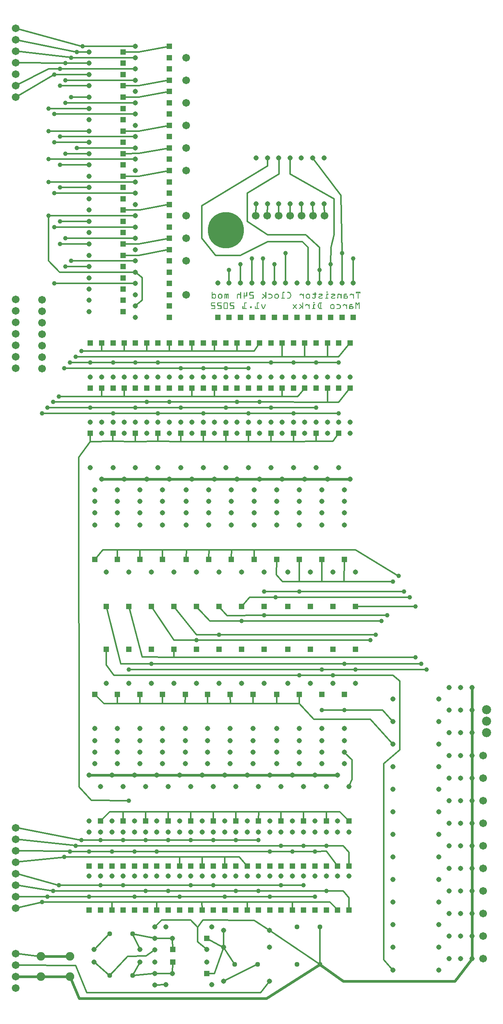
<source format=gbl>
G04 MADE WITH FRITZING*
G04 WWW.FRITZING.ORG*
G04 DOUBLE SIDED*
G04 HOLES PLATED*
G04 CONTOUR ON CENTER OF CONTOUR VECTOR*
%ASAXBY*%
%FSLAX23Y23*%
%MOIN*%
%OFA0B0*%
%SFA1.0B1.0*%
%ADD10C,0.075000*%
%ADD11C,0.039370*%
%ADD12C,0.314961*%
%ADD13C,0.044444*%
%ADD14C,0.045000*%
%ADD15C,0.067559*%
%ADD16C,0.079370*%
%ADD17R,0.046000X0.046000*%
%ADD18C,0.012000*%
%ADD19C,0.024000*%
%ADD20R,0.001000X0.001000*%
%LNCOPPER0*%
G90*
G70*
G54D10*
X597Y263D03*
X341Y263D03*
X597Y440D03*
X341Y440D03*
G54D11*
X3608Y3048D03*
G54D12*
X1955Y6769D03*
G54D11*
X2280Y6523D03*
X3067Y6523D03*
X2476Y6572D03*
X2378Y6474D03*
X2545Y5174D03*
X2152Y5174D03*
X2742Y5224D03*
X1561Y5224D03*
X1758Y5174D03*
X2349Y5224D03*
X1167Y5224D03*
X1364Y5174D03*
X1955Y5224D03*
X774Y5224D03*
X971Y5174D03*
X3461Y3757D03*
X1699Y3196D03*
G54D13*
X2575Y371D03*
X2775Y371D03*
X2575Y696D03*
X2775Y696D03*
X2034Y371D03*
X2234Y371D03*
X941Y273D03*
X1141Y273D03*
X941Y637D03*
X1141Y637D03*
G54D14*
X3904Y420D03*
X4004Y420D03*
X4104Y420D03*
X3904Y1798D03*
X4004Y1798D03*
X4104Y1798D03*
X1010Y4507D03*
X1010Y4407D03*
X1010Y4307D03*
X2791Y2120D03*
X2791Y2220D03*
X2791Y2320D03*
X3904Y814D03*
X4004Y814D03*
X4104Y814D03*
X3904Y2192D03*
X4004Y2192D03*
X4104Y2192D03*
X1404Y4507D03*
X1404Y4407D03*
X1404Y4307D03*
X2398Y2120D03*
X2398Y2220D03*
X2398Y2320D03*
X3904Y617D03*
X4004Y617D03*
X4104Y617D03*
X3904Y1995D03*
X4004Y1995D03*
X4104Y1995D03*
X1207Y4507D03*
X1207Y4407D03*
X1207Y4307D03*
X2595Y2120D03*
X2595Y2220D03*
X2595Y2320D03*
X3904Y1602D03*
X4004Y1602D03*
X4104Y1602D03*
X813Y4507D03*
X813Y4407D03*
X813Y4307D03*
X2988Y2120D03*
X2988Y2220D03*
X2988Y2320D03*
X3904Y1208D03*
X4004Y1208D03*
X4104Y1208D03*
X3904Y2586D03*
X4004Y2586D03*
X4104Y2586D03*
X1807Y4507D03*
X1807Y4407D03*
X1807Y4307D03*
X1994Y2120D03*
X1994Y2220D03*
X1994Y2320D03*
X2201Y4507D03*
X2201Y4407D03*
X2201Y4307D03*
X1601Y2120D03*
X1601Y2220D03*
X1601Y2320D03*
X3904Y1405D03*
X4004Y1405D03*
X4104Y1405D03*
X3904Y2783D03*
X4004Y2783D03*
X4104Y2783D03*
X2004Y4507D03*
X2004Y4407D03*
X2004Y4307D03*
X1797Y2120D03*
X1797Y2220D03*
X1797Y2320D03*
X3904Y1011D03*
X4004Y1011D03*
X4104Y1011D03*
X3904Y2389D03*
X4004Y2389D03*
X4104Y2389D03*
X1610Y4507D03*
X1610Y4407D03*
X1610Y4307D03*
X2191Y2120D03*
X2191Y2220D03*
X2191Y2320D03*
X2398Y4507D03*
X2398Y4407D03*
X2398Y4307D03*
X1404Y2120D03*
X1404Y2220D03*
X1404Y2320D03*
X2595Y4507D03*
X2595Y4407D03*
X2595Y4307D03*
X1207Y2120D03*
X1207Y2220D03*
X1207Y2320D03*
X2791Y4507D03*
X2791Y4407D03*
X2791Y4307D03*
X1010Y2120D03*
X1010Y2220D03*
X1010Y2320D03*
X2988Y4507D03*
X2988Y4407D03*
X2988Y4307D03*
X813Y2120D03*
X813Y2220D03*
X813Y2320D03*
X1335Y191D03*
X1335Y291D03*
X1335Y391D03*
X1335Y496D03*
X1335Y596D03*
X1335Y696D03*
X1207Y3902D03*
X1207Y4200D03*
X1305Y3491D03*
X1305Y3789D03*
X2693Y3117D03*
X2693Y2819D03*
X1610Y3902D03*
X1610Y4200D03*
X1699Y3491D03*
X1699Y3789D03*
X2289Y3117D03*
X2289Y2819D03*
X813Y3902D03*
X813Y4200D03*
X912Y3491D03*
X912Y3789D03*
X3087Y3117D03*
X3087Y2819D03*
X2004Y3902D03*
X2004Y4200D03*
X2093Y3491D03*
X2093Y3789D03*
X1896Y3117D03*
X1896Y2819D03*
X2398Y3902D03*
X2398Y4200D03*
X2496Y3491D03*
X2496Y3789D03*
X1502Y3117D03*
X1502Y2819D03*
X2791Y3902D03*
X2791Y4200D03*
X2890Y3491D03*
X2890Y3789D03*
X1108Y3117D03*
X1108Y2819D03*
X2595Y2724D03*
X2595Y2426D03*
X2988Y2724D03*
X2988Y2426D03*
X1797Y2724D03*
X1797Y2426D03*
X2191Y2724D03*
X2191Y2426D03*
X1404Y2724D03*
X1404Y2426D03*
X1010Y2724D03*
X1010Y2426D03*
X2939Y5000D03*
X2939Y4702D03*
X862Y1621D03*
X862Y1919D03*
X2152Y5000D03*
X2152Y4702D03*
X1650Y1621D03*
X1650Y1919D03*
X1758Y5000D03*
X1758Y4702D03*
X2043Y1621D03*
X2043Y1919D03*
X2545Y5000D03*
X2545Y4702D03*
X1256Y1621D03*
X1256Y1919D03*
X2595Y3902D03*
X2595Y4200D03*
X2693Y3491D03*
X2693Y3789D03*
X1305Y3117D03*
X1305Y2819D03*
X1807Y3902D03*
X1807Y4200D03*
X1896Y3491D03*
X1896Y3789D03*
X2093Y3117D03*
X2093Y2819D03*
X1404Y3902D03*
X1404Y4200D03*
X1502Y3491D03*
X1502Y3789D03*
X2496Y3117D03*
X2496Y2819D03*
X2201Y3902D03*
X2201Y4200D03*
X2289Y3491D03*
X2289Y3789D03*
X1699Y3117D03*
X1699Y2819D03*
X1010Y3902D03*
X1010Y4200D03*
X1108Y3491D03*
X1108Y3789D03*
X2890Y3117D03*
X2890Y2819D03*
X2988Y3902D03*
X2988Y4200D03*
X3087Y3491D03*
X3087Y3789D03*
X912Y3117D03*
X912Y2819D03*
X2791Y2724D03*
X2791Y2426D03*
X2398Y2724D03*
X2398Y2426D03*
X1994Y2724D03*
X1994Y2426D03*
X1601Y2724D03*
X1601Y2426D03*
X1207Y2724D03*
X1207Y2426D03*
X813Y2724D03*
X813Y2426D03*
X2742Y5000D03*
X2742Y4702D03*
X1059Y1621D03*
X1059Y1919D03*
X971Y5000D03*
X971Y4702D03*
X2831Y1621D03*
X2831Y1919D03*
X1364Y5000D03*
X1364Y4702D03*
X2437Y1621D03*
X2437Y1919D03*
X2349Y5000D03*
X2349Y4702D03*
X1453Y1621D03*
X1453Y1919D03*
X774Y5000D03*
X774Y4702D03*
X3028Y1621D03*
X3028Y1919D03*
X1561Y5000D03*
X1561Y4702D03*
X2240Y1621D03*
X2240Y1919D03*
X1955Y5000D03*
X1955Y4702D03*
X1847Y1621D03*
X1847Y1919D03*
X1167Y5000D03*
X1167Y4702D03*
X2634Y1621D03*
X2634Y1919D03*
X2250Y5787D03*
X2250Y5489D03*
X2772Y6011D03*
X2772Y6309D03*
X2250Y5394D03*
X2250Y5096D03*
X1463Y6798D03*
X1165Y6798D03*
X1059Y6848D03*
X761Y6848D03*
X1551Y1227D03*
X1551Y1525D03*
X1167Y5787D03*
X1167Y5489D03*
X1167Y5394D03*
X1167Y5096D03*
X1463Y7881D03*
X1165Y7881D03*
X1059Y7930D03*
X761Y7930D03*
X2634Y1227D03*
X2634Y1525D03*
X1758Y5787D03*
X1758Y5489D03*
X1758Y5394D03*
X1758Y5096D03*
X1463Y7290D03*
X1165Y7290D03*
X1059Y7340D03*
X761Y7340D03*
X2043Y1227D03*
X2043Y1525D03*
X971Y5787D03*
X971Y5489D03*
X971Y5394D03*
X971Y5096D03*
X1463Y8078D03*
X1165Y8078D03*
X1059Y8127D03*
X761Y8127D03*
X2831Y1227D03*
X2831Y1525D03*
X2545Y5787D03*
X2545Y5489D03*
X2378Y6011D03*
X2378Y6309D03*
X2545Y5394D03*
X2545Y5096D03*
X1463Y6503D03*
X1165Y6503D03*
X1059Y6552D03*
X761Y6552D03*
X1256Y1227D03*
X1256Y1525D03*
X1364Y5787D03*
X1364Y5489D03*
X1364Y5394D03*
X1364Y5096D03*
X1463Y7684D03*
X1165Y7684D03*
X1059Y7733D03*
X761Y7733D03*
X2437Y1227D03*
X2437Y1525D03*
X2349Y5787D03*
X2349Y5489D03*
X2673Y6011D03*
X2673Y6309D03*
X2349Y5394D03*
X2349Y5096D03*
X1463Y6700D03*
X1165Y6700D03*
X1059Y6749D03*
X761Y6749D03*
X1453Y1227D03*
X1453Y1525D03*
X2841Y5787D03*
X2841Y5489D03*
X2083Y6011D03*
X2083Y6309D03*
X2841Y5394D03*
X2841Y5096D03*
X1463Y6208D03*
X1165Y6208D03*
X1059Y6257D03*
X761Y6257D03*
X961Y1227D03*
X961Y1525D03*
X2152Y5787D03*
X2152Y5489D03*
X2870Y6011D03*
X2870Y6309D03*
X2152Y5394D03*
X2152Y5096D03*
X1463Y6897D03*
X1165Y6897D03*
X1059Y6946D03*
X761Y6946D03*
X1650Y1227D03*
X1650Y1525D03*
X2939Y5787D03*
X2939Y5489D03*
X1984Y6011D03*
X1984Y6309D03*
X2939Y5394D03*
X2939Y5096D03*
X1463Y6109D03*
X1165Y6109D03*
X1059Y6159D03*
X761Y6159D03*
X862Y1227D03*
X862Y1525D03*
X1660Y5787D03*
X1660Y5489D03*
X1660Y5394D03*
X1660Y5096D03*
X1463Y7389D03*
X1165Y7389D03*
X1059Y7438D03*
X761Y7438D03*
X2142Y1227D03*
X2142Y1525D03*
X1561Y5787D03*
X1561Y5489D03*
X1561Y5394D03*
X1561Y5096D03*
X1463Y7487D03*
X1165Y7487D03*
X1059Y7537D03*
X761Y7537D03*
X2240Y1227D03*
X2240Y1525D03*
X1955Y5787D03*
X1955Y5489D03*
X3067Y6011D03*
X3067Y6309D03*
X1955Y5394D03*
X1955Y5096D03*
X1463Y7094D03*
X1165Y7094D03*
X1059Y7143D03*
X761Y7143D03*
X1847Y1227D03*
X1847Y1525D03*
X2742Y5787D03*
X2742Y5489D03*
X2181Y6011D03*
X2181Y6309D03*
X2742Y5394D03*
X2742Y5096D03*
X1463Y6306D03*
X1165Y6306D03*
X1059Y6355D03*
X761Y6355D03*
X1059Y1227D03*
X1059Y1525D03*
X1069Y5787D03*
X1069Y5489D03*
X1069Y5394D03*
X1069Y5096D03*
X1463Y7979D03*
X1165Y7979D03*
X1059Y8029D03*
X761Y8029D03*
X2732Y1227D03*
X2732Y1525D03*
X1463Y5787D03*
X1463Y5489D03*
X1463Y5394D03*
X1463Y5096D03*
X1463Y7586D03*
X1165Y7586D03*
X1059Y7635D03*
X761Y7635D03*
X2339Y1227D03*
X2339Y1525D03*
X2053Y5787D03*
X2053Y5489D03*
X2969Y6011D03*
X2969Y6309D03*
X2053Y5394D03*
X2053Y5096D03*
X1463Y6995D03*
X1165Y6995D03*
X1059Y7044D03*
X761Y7044D03*
X1748Y1227D03*
X1748Y1525D03*
X3038Y5787D03*
X3038Y5489D03*
X1886Y6011D03*
X1886Y6309D03*
X3038Y5394D03*
X3038Y5096D03*
X1463Y6011D03*
X1165Y6011D03*
X1059Y6060D03*
X761Y6060D03*
X764Y1227D03*
X764Y1525D03*
X872Y5787D03*
X872Y5489D03*
X872Y5394D03*
X872Y5096D03*
X1463Y8176D03*
X1165Y8176D03*
X1059Y8226D03*
X761Y8226D03*
X2929Y1227D03*
X2929Y1525D03*
X1856Y5787D03*
X1856Y5489D03*
X1856Y5394D03*
X1856Y5096D03*
X1463Y7192D03*
X1165Y7192D03*
X1059Y7241D03*
X761Y7241D03*
X1945Y1227D03*
X1945Y1525D03*
X2644Y5787D03*
X2644Y5489D03*
X2280Y6011D03*
X2280Y6309D03*
X2644Y5394D03*
X2644Y5096D03*
X1463Y6405D03*
X1165Y6405D03*
X1059Y6454D03*
X761Y6454D03*
X1158Y1227D03*
X1158Y1525D03*
X2447Y5787D03*
X2447Y5489D03*
X2575Y6011D03*
X2575Y6309D03*
X2476Y6011D03*
X2476Y6309D03*
X2447Y5394D03*
X2447Y5096D03*
X1463Y6602D03*
X1165Y6602D03*
X1059Y6651D03*
X761Y6651D03*
X1354Y1227D03*
X1354Y1525D03*
X774Y5787D03*
X774Y5489D03*
X774Y5394D03*
X774Y5096D03*
X1463Y8373D03*
X1165Y8373D03*
X1463Y8275D03*
X1165Y8275D03*
X1059Y8324D03*
X761Y8324D03*
X3028Y1227D03*
X3028Y1525D03*
X1266Y5787D03*
X1266Y5489D03*
X1266Y5394D03*
X1266Y5096D03*
X1463Y7783D03*
X1165Y7783D03*
X1059Y7832D03*
X761Y7832D03*
X2536Y1227D03*
X2536Y1525D03*
X3028Y844D03*
X3028Y1142D03*
X2929Y844D03*
X2929Y1142D03*
X2732Y844D03*
X2732Y1142D03*
X2339Y844D03*
X2339Y1142D03*
X2634Y844D03*
X2634Y1142D03*
X2536Y844D03*
X2536Y1142D03*
X2831Y844D03*
X2831Y1142D03*
X2437Y844D03*
X2437Y1142D03*
X1650Y844D03*
X1650Y1142D03*
X1551Y844D03*
X1551Y1142D03*
X2043Y844D03*
X2043Y1142D03*
X1748Y844D03*
X1748Y1142D03*
X2142Y844D03*
X2142Y1142D03*
X2240Y844D03*
X2240Y1142D03*
X1847Y844D03*
X1847Y1142D03*
X1945Y844D03*
X1945Y1142D03*
X1158Y844D03*
X1158Y1142D03*
X1256Y844D03*
X1256Y1142D03*
X1453Y844D03*
X1453Y1142D03*
X1354Y844D03*
X1354Y1142D03*
X961Y844D03*
X961Y1142D03*
X1059Y844D03*
X1059Y1142D03*
X862Y844D03*
X862Y1142D03*
X764Y844D03*
X764Y1142D03*
X1492Y391D03*
X1790Y391D03*
X1492Y499D03*
X1790Y499D03*
X1788Y292D03*
X1490Y292D03*
X1788Y598D03*
X1490Y598D03*
G54D15*
X4199Y617D03*
X4199Y617D03*
X1610Y8078D03*
X1610Y8078D03*
X4199Y420D03*
X4199Y420D03*
X1610Y8275D03*
X1610Y8275D03*
X4199Y1011D03*
X4199Y1011D03*
X1610Y7684D03*
X1610Y7684D03*
X4199Y814D03*
X4199Y814D03*
X1610Y7881D03*
X1610Y7881D03*
X4199Y1405D03*
X4199Y1405D03*
X1610Y7290D03*
X1610Y7290D03*
X4199Y1208D03*
X4199Y1208D03*
X1610Y7487D03*
X1610Y7487D03*
X4199Y1798D03*
X4199Y1798D03*
X1610Y6700D03*
X1610Y6700D03*
X4199Y1602D03*
X4199Y1602D03*
X1610Y6897D03*
X1610Y6897D03*
X4199Y1995D03*
X4199Y1995D03*
X1610Y6503D03*
X1610Y6503D03*
X4199Y2192D03*
X4199Y2192D03*
X1610Y6208D03*
X1610Y6208D03*
G54D16*
X4228Y2389D03*
X4228Y2489D03*
X4228Y2589D03*
G54D15*
X2217Y6898D03*
X2317Y6898D03*
X2417Y6898D03*
X2517Y6898D03*
X2617Y6898D03*
X2717Y6898D03*
X2817Y6898D03*
X2217Y6898D03*
X2317Y6898D03*
X2417Y6898D03*
X2517Y6898D03*
X2617Y6898D03*
X2717Y6898D03*
X2817Y6898D03*
X351Y5565D03*
X351Y5665D03*
X351Y5765D03*
X351Y5865D03*
X351Y5965D03*
X351Y6065D03*
X351Y6165D03*
X351Y5565D03*
X351Y5665D03*
X351Y5765D03*
X351Y5865D03*
X351Y5965D03*
X351Y6065D03*
X351Y6165D03*
X124Y5568D03*
X124Y5668D03*
X124Y5768D03*
X124Y5868D03*
X124Y5968D03*
X124Y6068D03*
X124Y6168D03*
X124Y5568D03*
X124Y5668D03*
X124Y5768D03*
X124Y5868D03*
X124Y5968D03*
X124Y6068D03*
X124Y6168D03*
X124Y165D03*
X124Y265D03*
X124Y365D03*
X124Y465D03*
X124Y165D03*
X124Y265D03*
X124Y365D03*
X124Y465D03*
X124Y862D03*
X124Y962D03*
X124Y1062D03*
X124Y1162D03*
X124Y1262D03*
X124Y1362D03*
X124Y1462D03*
X124Y1562D03*
X124Y862D03*
X124Y962D03*
X124Y1062D03*
X124Y1162D03*
X124Y1262D03*
X124Y1362D03*
X124Y1462D03*
X124Y1562D03*
X124Y7930D03*
X124Y8030D03*
X124Y8130D03*
X124Y8230D03*
X124Y8330D03*
X124Y8430D03*
X124Y8530D03*
X124Y7930D03*
X124Y8030D03*
X124Y8130D03*
X124Y8230D03*
X124Y8330D03*
X124Y8430D03*
X124Y8530D03*
G54D11*
X1847Y1454D03*
X2240Y1454D03*
X1650Y1454D03*
X1059Y1454D03*
X1453Y1454D03*
X1256Y1454D03*
X862Y1454D03*
X2988Y2586D03*
X3412Y3708D03*
X2595Y3619D03*
X2289Y3619D03*
X2388Y3570D03*
X2289Y3413D03*
X2093Y3363D03*
X1896Y3245D03*
X3215Y3196D03*
X3608Y3491D03*
X3510Y3619D03*
X3559Y3570D03*
X3362Y3413D03*
X3313Y3363D03*
X3264Y3245D03*
X1305Y2989D03*
X2988Y2989D03*
X3658Y2989D03*
X3707Y2940D03*
X1108Y2940D03*
X2791Y2940D03*
X3087Y2940D03*
X2890Y2891D03*
X2595Y2891D03*
X2791Y2586D03*
X2634Y1405D03*
X2437Y1405D03*
X2831Y1405D03*
X2536Y1355D03*
X2339Y1355D03*
X2732Y1355D03*
X1354Y1355D03*
X961Y1355D03*
X764Y1355D03*
X1158Y1355D03*
X2634Y1060D03*
X2437Y1060D03*
X1847Y1060D03*
X1650Y1060D03*
X1059Y1060D03*
X862Y1060D03*
X1256Y1011D03*
X1453Y1011D03*
X2043Y1011D03*
X2240Y1011D03*
X2831Y1011D03*
X2732Y962D03*
X2339Y962D03*
X1945Y962D03*
X1551Y962D03*
X1158Y962D03*
X764Y962D03*
X695Y5716D03*
X1108Y1798D03*
X695Y1454D03*
X459Y6306D03*
X557Y6454D03*
X606Y6503D03*
X508Y6651D03*
X557Y6700D03*
X508Y6848D03*
X459Y6798D03*
X410Y6897D03*
X508Y7143D03*
X459Y7094D03*
X410Y7192D03*
X508Y7340D03*
X410Y7389D03*
X557Y7438D03*
X656Y7487D03*
X459Y7537D03*
X508Y7586D03*
X410Y7635D03*
X459Y7783D03*
X410Y7832D03*
X557Y7881D03*
X606Y7930D03*
X508Y8029D03*
X557Y8078D03*
X459Y8127D03*
X508Y8176D03*
X557Y8226D03*
X606Y8275D03*
X656Y8324D03*
X705Y8373D03*
X646Y5666D03*
X646Y1405D03*
X597Y5617D03*
X597Y1355D03*
X2969Y6572D03*
X2181Y6523D03*
X2083Y6474D03*
X2870Y6474D03*
X2772Y6424D03*
X1984Y6424D03*
X547Y5568D03*
X547Y1306D03*
X2545Y5617D03*
X2742Y5617D03*
X2939Y5617D03*
X2349Y5617D03*
X971Y5617D03*
X1167Y5617D03*
X1364Y5617D03*
X774Y5617D03*
X1955Y5568D03*
X2152Y5568D03*
X1561Y5568D03*
X1758Y5568D03*
X2250Y5273D03*
X2053Y5273D03*
X1463Y5273D03*
X1266Y5273D03*
X498Y5322D03*
X498Y1060D03*
X449Y5273D03*
X449Y1011D03*
X400Y5224D03*
X400Y962D03*
X2939Y5174D03*
X351Y5174D03*
X351Y913D03*
X2043Y1454D03*
G54D14*
X1433Y194D03*
X1833Y194D03*
X807Y391D03*
X1207Y391D03*
X807Y499D03*
X1207Y499D03*
X1266Y5000D03*
X1266Y4600D03*
X2536Y1621D03*
X2536Y2021D03*
X1069Y5000D03*
X1069Y4600D03*
X2732Y1621D03*
X2732Y2021D03*
X872Y5000D03*
X872Y4600D03*
X2929Y1621D03*
X2929Y2021D03*
X1463Y5000D03*
X1463Y4600D03*
X2339Y1621D03*
X2339Y2021D03*
X2053Y5000D03*
X2053Y4600D03*
X1748Y1621D03*
X1748Y2021D03*
X1856Y5000D03*
X1856Y4600D03*
X1945Y1621D03*
X1945Y2021D03*
X1660Y5000D03*
X1660Y4600D03*
X2142Y1621D03*
X2142Y2021D03*
X2250Y5000D03*
X2250Y4600D03*
X1551Y1621D03*
X1551Y2021D03*
X2644Y5000D03*
X2644Y4600D03*
X1158Y1621D03*
X1158Y2021D03*
X2319Y7399D03*
X2319Y6999D03*
X2417Y7399D03*
X2417Y6999D03*
X2219Y7399D03*
X2219Y6999D03*
X2811Y7399D03*
X2811Y6999D03*
X2713Y7399D03*
X2713Y6999D03*
X2614Y7399D03*
X2614Y6999D03*
X2516Y7399D03*
X2516Y6999D03*
X2447Y5000D03*
X2447Y4600D03*
X1354Y1621D03*
X1354Y2021D03*
X2841Y5000D03*
X2841Y4600D03*
X961Y1621D03*
X961Y2021D03*
X3038Y5000D03*
X3038Y4600D03*
X764Y1621D03*
X764Y2021D03*
X1935Y224D03*
X2335Y224D03*
X1935Y519D03*
X2335Y519D03*
X3412Y322D03*
X3812Y322D03*
X3412Y519D03*
X3812Y519D03*
X3412Y716D03*
X3812Y716D03*
X3412Y913D03*
X3812Y913D03*
X3412Y1109D03*
X3812Y1109D03*
X3412Y1306D03*
X3812Y1306D03*
X3412Y1503D03*
X3812Y1503D03*
X3412Y1700D03*
X3812Y1700D03*
X3412Y1897D03*
X3812Y1897D03*
X3412Y2094D03*
X3812Y2094D03*
X3412Y2290D03*
X3812Y2290D03*
X3412Y2487D03*
X3812Y2487D03*
X3412Y2684D03*
X3812Y2684D03*
X1935Y666D03*
X2335Y666D03*
X1433Y696D03*
X1833Y696D03*
G54D17*
X1207Y3902D03*
X1305Y3491D03*
X2693Y3117D03*
X1610Y3902D03*
X1699Y3491D03*
X2289Y3117D03*
X813Y3902D03*
X912Y3491D03*
X3087Y3117D03*
X2004Y3902D03*
X2093Y3491D03*
X1896Y3117D03*
X2398Y3902D03*
X2496Y3491D03*
X1502Y3117D03*
X2791Y3902D03*
X2890Y3491D03*
X1108Y3117D03*
X2595Y2724D03*
X2988Y2724D03*
X1797Y2724D03*
X2191Y2724D03*
X1404Y2724D03*
X1010Y2724D03*
X2939Y5000D03*
X862Y1621D03*
X2152Y5000D03*
X1650Y1621D03*
X1758Y5000D03*
X2043Y1621D03*
X2545Y5000D03*
X1256Y1621D03*
X2595Y3902D03*
X2693Y3491D03*
X1305Y3117D03*
X1807Y3902D03*
X1896Y3491D03*
X2093Y3117D03*
X1404Y3902D03*
X1502Y3491D03*
X2496Y3117D03*
X2201Y3902D03*
X2289Y3491D03*
X1699Y3117D03*
X1010Y3902D03*
X1108Y3491D03*
X2890Y3117D03*
X2988Y3902D03*
X3087Y3491D03*
X912Y3117D03*
X2791Y2724D03*
X2398Y2724D03*
X1994Y2724D03*
X1601Y2724D03*
X1207Y2724D03*
X813Y2724D03*
X2742Y5000D03*
X1059Y1621D03*
X971Y5000D03*
X2831Y1621D03*
X1364Y5000D03*
X2437Y1621D03*
X2349Y5000D03*
X1453Y1621D03*
X774Y5000D03*
X3028Y1621D03*
X1561Y5000D03*
X2240Y1621D03*
X1955Y5000D03*
X1847Y1621D03*
X1167Y5000D03*
X2634Y1621D03*
X2250Y5787D03*
X2772Y6011D03*
X2250Y5394D03*
X1463Y6798D03*
X1059Y6848D03*
X1551Y1227D03*
X1167Y5787D03*
X1167Y5394D03*
X1463Y7881D03*
X1059Y7930D03*
X2634Y1227D03*
X1758Y5787D03*
X1758Y5394D03*
X1463Y7290D03*
X1059Y7340D03*
X2043Y1227D03*
X971Y5787D03*
X971Y5394D03*
X1463Y8078D03*
X1059Y8127D03*
X2831Y1227D03*
X2545Y5787D03*
X2378Y6011D03*
X2545Y5394D03*
X1463Y6503D03*
X1059Y6552D03*
X1256Y1227D03*
X1364Y5787D03*
X1364Y5394D03*
X1463Y7684D03*
X1059Y7733D03*
X2437Y1227D03*
X2349Y5787D03*
X2673Y6011D03*
X2349Y5394D03*
X1463Y6700D03*
X1059Y6749D03*
X1453Y1227D03*
X2841Y5787D03*
X2083Y6011D03*
X2841Y5394D03*
X1463Y6208D03*
X1059Y6257D03*
X961Y1227D03*
X2152Y5787D03*
X2870Y6011D03*
X2152Y5394D03*
X1463Y6897D03*
X1059Y6946D03*
X1650Y1227D03*
X2939Y5787D03*
X1984Y6011D03*
X2939Y5394D03*
X1463Y6109D03*
X1059Y6159D03*
X862Y1227D03*
X1660Y5787D03*
X1660Y5394D03*
X1463Y7389D03*
X1059Y7438D03*
X2142Y1227D03*
X1561Y5787D03*
X1561Y5394D03*
X1463Y7487D03*
X1059Y7537D03*
X2240Y1227D03*
X1955Y5787D03*
X3067Y6011D03*
X1955Y5394D03*
X1463Y7094D03*
X1059Y7143D03*
X1847Y1227D03*
X2742Y5787D03*
X2181Y6011D03*
X2742Y5394D03*
X1463Y6306D03*
X1059Y6355D03*
X1059Y1227D03*
X1069Y5787D03*
X1069Y5394D03*
X1463Y7979D03*
X1059Y8029D03*
X2732Y1227D03*
X1463Y5787D03*
X1463Y5394D03*
X1463Y7586D03*
X1059Y7635D03*
X2339Y1227D03*
X2053Y5787D03*
X2969Y6011D03*
X2053Y5394D03*
X1463Y6995D03*
X1059Y7044D03*
X1748Y1227D03*
X3038Y5787D03*
X1886Y6011D03*
X3038Y5394D03*
X1463Y6011D03*
X1059Y6060D03*
X764Y1227D03*
X872Y5787D03*
X872Y5394D03*
X1463Y8176D03*
X1059Y8226D03*
X2929Y1227D03*
X1856Y5787D03*
X1856Y5394D03*
X1463Y7192D03*
X1059Y7241D03*
X1945Y1227D03*
X2644Y5787D03*
X2280Y6011D03*
X2644Y5394D03*
X1463Y6405D03*
X1059Y6454D03*
X1158Y1227D03*
X2447Y5787D03*
X2575Y6011D03*
X2476Y6011D03*
X2447Y5394D03*
X1463Y6602D03*
X1059Y6651D03*
X1354Y1227D03*
X774Y5787D03*
X774Y5394D03*
X1463Y8373D03*
X1463Y8275D03*
X1059Y8324D03*
X3028Y1227D03*
X1266Y5787D03*
X1266Y5394D03*
X1463Y7783D03*
X1059Y7832D03*
X2536Y1227D03*
X3028Y844D03*
X2929Y844D03*
X2732Y844D03*
X2339Y844D03*
X2634Y844D03*
X2536Y844D03*
X2831Y844D03*
X2437Y844D03*
X1650Y844D03*
X1551Y844D03*
X2043Y844D03*
X1748Y844D03*
X2142Y844D03*
X2240Y844D03*
X1847Y844D03*
X1945Y844D03*
X1158Y844D03*
X1256Y844D03*
X1453Y844D03*
X1354Y844D03*
X961Y844D03*
X1059Y844D03*
X862Y844D03*
X764Y844D03*
X1492Y391D03*
X1492Y499D03*
X1788Y292D03*
X1788Y598D03*
G54D18*
X2987Y3708D02*
X2988Y3889D01*
D02*
X2791Y3708D02*
X2791Y3889D01*
D02*
X2595Y3708D02*
X2595Y3889D01*
D02*
X2397Y3766D02*
X2398Y3889D01*
D02*
X2448Y3708D02*
X2397Y3766D01*
D02*
X3057Y2153D02*
X3057Y1985D01*
D02*
X3057Y1985D02*
X3033Y1931D01*
D02*
X2997Y2211D02*
X3057Y2153D01*
D02*
X2317Y6912D02*
X2319Y6986D01*
D02*
X2417Y6912D02*
X2417Y6986D01*
D02*
X2517Y6912D02*
X2516Y6986D01*
D02*
X2617Y6912D02*
X2615Y6986D01*
D02*
X2717Y6912D02*
X2713Y6986D01*
D02*
X2816Y6912D02*
X2812Y6986D01*
D02*
X2319Y7329D02*
X1747Y6985D01*
D02*
X2084Y6551D02*
X2319Y6671D01*
D02*
X1867Y6551D02*
X2084Y6551D01*
D02*
X1747Y6701D02*
X1867Y6551D01*
D02*
X2674Y6622D02*
X2673Y6321D01*
D02*
X1747Y6985D02*
X1747Y6701D01*
D02*
X2319Y6671D02*
X2624Y6671D01*
D02*
X2624Y6671D02*
X2674Y6622D01*
D02*
X2319Y7386D02*
X2319Y7329D01*
D02*
X1152Y8373D02*
X713Y8373D01*
D02*
X697Y8375D02*
X137Y8527D01*
D02*
X749Y8324D02*
X664Y8324D01*
D02*
X648Y8325D02*
X138Y8428D01*
D02*
X1152Y8275D02*
X614Y8275D01*
D02*
X599Y8276D02*
X138Y8329D01*
D02*
X749Y8226D02*
X565Y8226D01*
D02*
X549Y8226D02*
X138Y8230D01*
D02*
X1152Y8176D02*
X516Y8176D01*
D02*
X749Y8127D02*
X467Y8127D01*
D02*
X452Y8123D02*
X136Y7937D01*
D02*
X409Y8176D02*
X136Y8036D01*
D02*
X500Y8176D02*
X409Y8176D01*
D02*
X1152Y8078D02*
X565Y8078D01*
D02*
X749Y8029D02*
X516Y8029D01*
D02*
X749Y7930D02*
X614Y7930D01*
D02*
X565Y7881D02*
X1152Y7881D01*
D02*
X749Y7832D02*
X417Y7832D01*
D02*
X1152Y7783D02*
X467Y7783D01*
D02*
X749Y7635D02*
X417Y7635D01*
D02*
X1152Y7586D02*
X516Y7586D01*
D02*
X749Y7537D02*
X467Y7537D01*
D02*
X1152Y7487D02*
X664Y7487D01*
D02*
X749Y7438D02*
X565Y7438D01*
D02*
X1152Y7389D02*
X417Y7389D01*
D02*
X749Y7340D02*
X516Y7340D01*
D02*
X1152Y7192D02*
X417Y7192D01*
D02*
X749Y7143D02*
X516Y7143D01*
D02*
X1152Y7094D02*
X467Y7094D01*
D02*
X1152Y6897D02*
X417Y6897D01*
D02*
X749Y6848D02*
X516Y6848D01*
D02*
X1152Y6798D02*
X467Y6798D01*
D02*
X1152Y6700D02*
X565Y6700D01*
D02*
X749Y6651D02*
X516Y6651D01*
D02*
X1152Y6503D02*
X614Y6503D01*
D02*
X749Y6454D02*
X565Y6454D01*
D02*
X507Y6405D02*
X409Y6503D01*
D02*
X1152Y6405D02*
X507Y6405D01*
D02*
X1152Y6306D02*
X467Y6306D01*
G54D19*
D02*
X579Y440D02*
X358Y440D01*
D02*
X579Y263D02*
X358Y263D01*
D02*
X2978Y224D02*
X2784Y365D01*
D02*
X3953Y224D02*
X2978Y224D01*
G54D18*
D02*
X1227Y6159D02*
X1227Y6356D01*
D02*
X1227Y6356D02*
X1175Y6397D01*
D02*
X1174Y6117D02*
X1227Y6159D01*
D02*
X409Y6503D02*
X410Y6889D01*
D02*
X343Y911D02*
X138Y865D01*
D02*
X138Y962D02*
X392Y962D01*
D02*
X138Y1060D02*
X441Y1012D01*
D02*
X137Y1159D02*
X491Y1062D01*
D02*
X540Y1305D02*
X138Y1264D01*
D02*
X589Y1356D02*
X138Y1362D01*
D02*
X638Y1406D02*
X138Y1461D01*
D02*
X687Y1455D02*
X138Y1560D01*
D02*
X323Y442D02*
X138Y463D01*
G54D19*
D02*
X323Y263D02*
X138Y264D01*
D02*
X2308Y75D02*
X2766Y365D01*
D02*
X675Y75D02*
X2308Y75D01*
D02*
X603Y247D02*
X675Y75D01*
G54D18*
D02*
X645Y362D02*
X138Y364D01*
D02*
X2259Y125D02*
X744Y125D01*
D02*
X744Y125D02*
X645Y362D01*
D02*
X2328Y214D02*
X2259Y125D01*
D02*
X1197Y8323D02*
X1450Y8371D01*
D02*
X1072Y8324D02*
X1197Y8323D01*
D02*
X1197Y8029D02*
X1450Y8076D01*
D02*
X1072Y8029D02*
X1197Y8029D01*
D02*
X1197Y7930D02*
X1450Y7977D01*
D02*
X1072Y7930D02*
X1197Y7930D01*
D02*
X1197Y7439D02*
X1450Y7485D01*
D02*
X1072Y7438D02*
X1197Y7439D01*
D02*
X1197Y7634D02*
X1450Y7682D01*
D02*
X1072Y7635D02*
X1197Y7634D01*
D02*
X1197Y7241D02*
X1450Y7288D01*
D02*
X1072Y7241D02*
X1197Y7241D01*
D02*
X1207Y6947D02*
X1450Y6993D01*
D02*
X1072Y6946D02*
X1207Y6947D01*
D02*
X1197Y6650D02*
X1450Y6698D01*
D02*
X1072Y6651D02*
X1197Y6650D01*
D02*
X1197Y6552D02*
X1450Y6599D01*
D02*
X1072Y6552D02*
X1197Y6552D01*
D02*
X911Y2980D02*
X980Y2891D01*
D02*
X911Y3105D02*
X911Y2980D01*
D02*
X1040Y2989D02*
X915Y3479D01*
D02*
X1112Y3479D02*
X1226Y3049D01*
D02*
X1502Y3197D02*
X1312Y3481D01*
D02*
X1700Y3245D02*
X1510Y3482D01*
D02*
X1817Y3363D02*
X1707Y3482D01*
D02*
X1984Y6416D02*
X1984Y6321D01*
D02*
X2083Y6466D02*
X2083Y6321D01*
D02*
X2181Y6515D02*
X2181Y6321D01*
D02*
X2280Y6515D02*
X2280Y6321D01*
D02*
X2378Y6466D02*
X2378Y6321D01*
D02*
X2476Y6564D02*
X2476Y6321D01*
D02*
X2771Y6622D02*
X2772Y6432D01*
D02*
X2418Y7261D02*
X2143Y7094D01*
D02*
X2143Y7094D02*
X2143Y6848D01*
D02*
X2143Y6848D02*
X2319Y6730D01*
D02*
X2319Y6730D02*
X2654Y6730D01*
D02*
X2654Y6730D02*
X2771Y6622D01*
D02*
X2418Y7386D02*
X2418Y7261D01*
D02*
X2900Y6730D02*
X2871Y6622D01*
D02*
X2871Y6622D02*
X2870Y6481D01*
D02*
X2900Y7044D02*
X2900Y6730D01*
D02*
X2516Y7261D02*
X2900Y7044D01*
D02*
X2516Y7386D02*
X2516Y7261D01*
D02*
X2959Y7074D02*
X2968Y6580D01*
D02*
X2720Y7389D02*
X2959Y7074D01*
D02*
X2969Y6564D02*
X2969Y6321D01*
D02*
X3067Y6515D02*
X3067Y6321D01*
D02*
X2870Y6466D02*
X2870Y6321D01*
D02*
X2772Y6416D02*
X2772Y6321D01*
D02*
X3215Y2507D02*
X3403Y2300D01*
D02*
X2723Y2507D02*
X3215Y2507D01*
D02*
X2217Y6912D02*
X2219Y6986D01*
D02*
X2890Y4929D02*
X2742Y4929D01*
D02*
X2742Y4929D02*
X2545Y4928D01*
D02*
X2545Y4928D02*
X2349Y4928D01*
D02*
X2349Y4928D02*
X2152Y4928D01*
D02*
X2152Y4928D02*
X1955Y4928D01*
D02*
X1955Y4928D02*
X1758Y4928D01*
D02*
X1758Y4928D02*
X1561Y4928D01*
D02*
X1561Y4928D02*
X1364Y4929D01*
D02*
X1364Y4929D02*
X1167Y4928D01*
D02*
X1167Y4928D02*
X970Y4929D01*
D02*
X970Y4929D02*
X774Y4928D01*
D02*
X2932Y4990D02*
X2890Y4929D01*
D02*
X774Y4928D02*
X774Y4987D01*
D02*
X970Y4929D02*
X970Y4987D01*
D02*
X1167Y4928D02*
X1167Y4987D01*
D02*
X1364Y4929D02*
X1364Y4987D01*
D02*
X1561Y4928D02*
X1561Y4987D01*
D02*
X1758Y4928D02*
X1758Y4987D01*
D02*
X1955Y4928D02*
X1955Y4987D01*
D02*
X2152Y4928D02*
X2152Y4987D01*
D02*
X2349Y4928D02*
X2349Y4987D01*
D02*
X2545Y4928D02*
X2545Y4987D01*
D02*
X2742Y4929D02*
X2742Y4987D01*
D02*
X2538Y5174D02*
X2160Y5174D01*
D02*
X2931Y5174D02*
X2553Y5174D01*
D02*
X2144Y5174D02*
X1766Y5174D01*
D02*
X1750Y5174D02*
X1372Y5174D01*
D02*
X1356Y5174D02*
X978Y5174D01*
D02*
X963Y5174D02*
X358Y5174D01*
D02*
X766Y5224D02*
X408Y5224D01*
D02*
X1160Y5224D02*
X782Y5224D01*
D02*
X1553Y5224D02*
X1175Y5224D01*
D02*
X1947Y5224D02*
X1569Y5224D01*
D02*
X2341Y5224D02*
X1963Y5224D01*
D02*
X2734Y5224D02*
X2356Y5224D01*
D02*
X1258Y5273D02*
X457Y5273D01*
D02*
X1455Y5273D02*
X1274Y5273D01*
D02*
X2045Y5273D02*
X1471Y5273D01*
D02*
X2242Y5273D02*
X2061Y5273D01*
D02*
X2841Y5272D02*
X2258Y5273D01*
D02*
X2939Y5272D02*
X2841Y5272D01*
D02*
X3030Y5384D02*
X2939Y5272D01*
D02*
X2841Y5272D02*
X2841Y5381D01*
D02*
X872Y5321D02*
X506Y5322D01*
D02*
X1068Y5321D02*
X872Y5321D01*
D02*
X1660Y5322D02*
X1068Y5321D01*
D02*
X1857Y5321D02*
X1660Y5322D01*
D02*
X2447Y5322D02*
X1857Y5321D01*
D02*
X2584Y5321D02*
X2447Y5322D01*
D02*
X2636Y5384D02*
X2584Y5321D01*
D02*
X872Y5321D02*
X872Y5381D01*
D02*
X1068Y5321D02*
X1069Y5381D01*
D02*
X1660Y5322D02*
X1660Y5381D01*
D02*
X1857Y5321D02*
X1857Y5381D01*
D02*
X2447Y5322D02*
X2447Y5381D01*
D02*
X1553Y5568D02*
X555Y5568D01*
D02*
X1750Y5568D02*
X1569Y5568D01*
D02*
X1947Y5568D02*
X1766Y5568D01*
D02*
X2144Y5568D02*
X1963Y5568D01*
D02*
X766Y5617D02*
X604Y5617D01*
D02*
X963Y5617D02*
X782Y5617D01*
D02*
X1160Y5617D02*
X978Y5617D01*
D02*
X1356Y5617D02*
X1175Y5617D01*
D02*
X2341Y5617D02*
X1372Y5617D01*
D02*
X2538Y5617D02*
X2356Y5617D01*
D02*
X2734Y5617D02*
X2553Y5617D01*
D02*
X2931Y5617D02*
X2750Y5617D01*
D02*
X2841Y5666D02*
X2644Y5667D01*
D02*
X2644Y5667D02*
X2447Y5667D01*
D02*
X2447Y5667D02*
X654Y5666D01*
D02*
X2939Y5667D02*
X2841Y5666D01*
D02*
X3030Y5778D02*
X2939Y5667D01*
D02*
X2447Y5667D02*
X2447Y5775D01*
D02*
X2644Y5667D02*
X2644Y5775D01*
D02*
X2841Y5666D02*
X2841Y5775D01*
D02*
X873Y5716D02*
X703Y5716D01*
D02*
X1068Y5716D02*
X873Y5716D01*
D02*
X1266Y5716D02*
X1068Y5716D01*
D02*
X1463Y5716D02*
X1266Y5716D01*
D02*
X1660Y5716D02*
X1463Y5716D01*
D02*
X1856Y5716D02*
X1660Y5716D01*
D02*
X2053Y5716D02*
X1856Y5716D01*
D02*
X2201Y5716D02*
X2053Y5716D01*
D02*
X2243Y5777D02*
X2201Y5716D01*
D02*
X873Y5716D02*
X872Y5775D01*
D02*
X1068Y5716D02*
X1069Y5775D01*
D02*
X1266Y5716D02*
X1266Y5775D01*
D02*
X1463Y5716D02*
X1463Y5775D01*
D02*
X1660Y5716D02*
X1660Y5775D01*
D02*
X1856Y5716D02*
X1856Y5775D01*
D02*
X2053Y5716D02*
X2053Y5775D01*
D02*
X2775Y685D02*
X2775Y382D01*
G54D19*
D02*
X4104Y2598D02*
X4104Y2770D01*
D02*
X4104Y2401D02*
X4104Y2573D01*
D02*
X4104Y2205D02*
X4104Y2376D01*
D02*
X4104Y2008D02*
X4104Y2180D01*
D02*
X4104Y1811D02*
X4104Y1983D01*
D02*
X4104Y1614D02*
X4104Y1786D01*
D02*
X4104Y1417D02*
X4104Y1589D01*
D02*
X4104Y1220D02*
X4104Y1392D01*
D02*
X4104Y1023D02*
X4104Y1195D01*
D02*
X4104Y827D02*
X4104Y998D01*
D02*
X4104Y630D02*
X4104Y802D01*
D02*
X4104Y433D02*
X4104Y605D01*
D02*
X4096Y410D02*
X3953Y224D01*
D02*
X1057Y4600D02*
X885Y4600D01*
D02*
X1253Y4600D02*
X1082Y4600D01*
D02*
X1450Y4600D02*
X1278Y4600D01*
D02*
X1647Y4600D02*
X1475Y4600D01*
D02*
X1844Y4600D02*
X1672Y4600D01*
D02*
X2041Y4600D02*
X1869Y4600D01*
D02*
X2238Y4600D02*
X2066Y4600D01*
D02*
X2434Y4600D02*
X2263Y4600D01*
D02*
X2631Y4600D02*
X2459Y4600D01*
D02*
X2828Y4600D02*
X2656Y4600D01*
D02*
X3025Y4600D02*
X2853Y4600D01*
G54D18*
D02*
X783Y1799D02*
X676Y1917D01*
D02*
X676Y1917D02*
X673Y4791D01*
D02*
X1101Y1798D02*
X783Y1799D01*
D02*
X673Y4791D02*
X774Y4928D01*
D02*
X3086Y3983D02*
X2202Y3983D01*
D02*
X2202Y3983D02*
X2005Y3983D01*
D02*
X2005Y3983D02*
X1808Y3983D01*
D02*
X1808Y3983D02*
X1611Y3983D01*
D02*
X1611Y3983D02*
X1403Y3984D01*
D02*
X1403Y3984D02*
X1207Y3984D01*
D02*
X1207Y3984D02*
X1010Y3984D01*
D02*
X1010Y3984D02*
X883Y3984D01*
D02*
X883Y3984D02*
X821Y3911D01*
D02*
X3454Y3761D02*
X3086Y3983D01*
D02*
X1010Y3984D02*
X1010Y3914D01*
D02*
X1207Y3984D02*
X1207Y3914D01*
D02*
X1403Y3984D02*
X1404Y3914D01*
D02*
X1611Y3983D02*
X1610Y3914D01*
D02*
X1808Y3983D02*
X1807Y3914D01*
D02*
X2005Y3983D02*
X2004Y3914D01*
D02*
X2202Y3983D02*
X2201Y3914D01*
D02*
X2587Y2891D02*
X980Y2891D01*
D02*
X2882Y2891D02*
X2602Y2891D01*
D02*
X3332Y2122D02*
X3471Y2241D01*
D02*
X3471Y2241D02*
X3471Y2842D01*
D02*
X3471Y2842D02*
X3411Y2891D01*
D02*
X3332Y410D02*
X3332Y2122D01*
D02*
X3411Y2891D02*
X2898Y2891D01*
D02*
X3403Y331D02*
X3332Y410D01*
D02*
X2784Y2940D02*
X1116Y2940D01*
D02*
X3079Y2940D02*
X2799Y2940D01*
D02*
X3699Y2940D02*
X3095Y2940D01*
D02*
X1297Y2989D02*
X1040Y2989D01*
D02*
X2980Y2989D02*
X1313Y2989D01*
D02*
X3650Y2989D02*
X2996Y2989D01*
D02*
X1502Y3048D02*
X1226Y3049D01*
D02*
X3601Y3048D02*
X1502Y3048D01*
D02*
X1502Y3048D02*
X1502Y3105D01*
D02*
X1691Y3196D02*
X1502Y3197D01*
D02*
X3207Y3196D02*
X1707Y3196D01*
D02*
X3601Y3491D02*
X3099Y3491D01*
D02*
X1888Y3245D02*
X1700Y3245D01*
D02*
X3256Y3245D02*
X1904Y3245D01*
D02*
X2085Y3363D02*
X1817Y3363D01*
D02*
X3305Y3363D02*
X2101Y3363D01*
D02*
X1965Y3412D02*
X1904Y3482D01*
D02*
X2282Y3413D02*
X1965Y3412D01*
D02*
X3354Y3413D02*
X2297Y3413D01*
D02*
X2161Y3569D02*
X2101Y3501D01*
D02*
X2380Y3570D02*
X2161Y3569D01*
D02*
X3551Y3570D02*
X2396Y3570D01*
D02*
X2587Y3619D02*
X2297Y3619D01*
D02*
X3502Y3619D02*
X2602Y3619D01*
D02*
X2595Y3708D02*
X2448Y3708D01*
D02*
X2791Y3708D02*
X2595Y3708D01*
D02*
X2987Y3708D02*
X2791Y3708D01*
D02*
X3404Y3708D02*
X2987Y3708D01*
D02*
X2980Y2586D02*
X2799Y2586D01*
D02*
X3323Y2586D02*
X2996Y2586D01*
D02*
X3403Y2497D02*
X3323Y2586D01*
D02*
X2595Y2644D02*
X2723Y2507D01*
D02*
X2399Y2644D02*
X2595Y2644D01*
D02*
X2191Y2644D02*
X2399Y2644D01*
D02*
X1995Y2644D02*
X2191Y2644D01*
D02*
X1797Y2644D02*
X1995Y2644D01*
D02*
X1600Y2644D02*
X1797Y2644D01*
D02*
X1404Y2644D02*
X1600Y2644D01*
D02*
X1206Y2644D02*
X1404Y2644D01*
D02*
X1010Y2644D02*
X1206Y2644D01*
D02*
X891Y2644D02*
X1010Y2644D01*
D02*
X822Y2715D02*
X891Y2644D01*
D02*
X1010Y2644D02*
X1010Y2711D01*
D02*
X1206Y2644D02*
X1207Y2711D01*
D02*
X1404Y2644D02*
X1404Y2711D01*
D02*
X1600Y2644D02*
X1601Y2711D01*
D02*
X1797Y2644D02*
X1797Y2711D01*
D02*
X1995Y2644D02*
X1994Y2711D01*
D02*
X2191Y2644D02*
X2191Y2711D01*
D02*
X2399Y2644D02*
X2398Y2711D01*
D02*
X2595Y2644D02*
X2595Y2711D01*
D02*
X933Y629D02*
X816Y508D01*
D02*
X933Y280D02*
X816Y383D01*
D02*
X1201Y510D02*
X1146Y627D01*
D02*
X1146Y282D02*
X1201Y380D01*
D02*
X1322Y290D02*
X1152Y274D01*
D02*
X1477Y292D02*
X1347Y291D01*
D02*
X1490Y305D02*
X1492Y378D01*
D02*
X1492Y512D02*
X1490Y585D01*
D02*
X1477Y597D02*
X1347Y596D01*
D02*
X1323Y599D02*
X1152Y635D01*
D02*
X1260Y443D02*
X1325Y489D01*
D02*
X1099Y440D02*
X1260Y443D01*
D02*
X949Y281D02*
X1099Y440D01*
D02*
X1924Y525D02*
X1799Y592D01*
D02*
X1935Y531D02*
X1935Y654D01*
D02*
X1856Y292D02*
X1800Y292D01*
D02*
X1931Y507D02*
X1856Y292D01*
D02*
X2027Y380D02*
X1942Y508D01*
D02*
X2224Y366D02*
X1946Y229D01*
D02*
X2766Y377D02*
X2346Y659D01*
D02*
X1708Y695D02*
X1649Y756D01*
D02*
X1395Y756D02*
X1344Y705D01*
D02*
X1649Y756D02*
X1395Y756D01*
D02*
X1757Y756D02*
X1708Y695D01*
D02*
X2201Y755D02*
X1757Y756D01*
D02*
X2325Y673D02*
X2201Y755D01*
D02*
X1709Y568D02*
X1781Y507D01*
D02*
X1708Y695D02*
X1709Y568D01*
D02*
X1421Y194D02*
X1347Y191D01*
D02*
X2536Y913D02*
X2141Y913D01*
D02*
X2141Y913D02*
X1747Y913D01*
D02*
X1747Y913D02*
X1354Y913D01*
D02*
X1354Y913D02*
X961Y913D01*
D02*
X961Y913D02*
X358Y913D01*
D02*
X2861Y913D02*
X2536Y913D01*
D02*
X2921Y853D02*
X2861Y913D01*
D02*
X961Y913D02*
X961Y856D01*
D02*
X1354Y913D02*
X1354Y856D01*
D02*
X1747Y913D02*
X1748Y856D01*
D02*
X2141Y913D02*
X2142Y856D01*
D02*
X2536Y913D02*
X2536Y856D01*
D02*
X408Y962D02*
X756Y962D01*
D02*
X1150Y962D02*
X772Y962D01*
D02*
X1543Y962D02*
X1165Y962D01*
D02*
X1937Y962D02*
X1559Y962D01*
D02*
X2331Y962D02*
X1953Y962D01*
D02*
X2725Y962D02*
X2347Y962D01*
D02*
X1248Y1011D02*
X457Y1011D01*
D02*
X1445Y1011D02*
X1264Y1011D01*
D02*
X2036Y1011D02*
X1461Y1011D01*
D02*
X2232Y1011D02*
X2051Y1011D01*
D02*
X2823Y1011D02*
X2248Y1011D01*
D02*
X2978Y1010D02*
X2839Y1011D01*
D02*
X3028Y952D02*
X2978Y1010D01*
D02*
X3028Y856D02*
X3028Y952D01*
D02*
X854Y1060D02*
X506Y1060D01*
D02*
X1051Y1060D02*
X870Y1060D01*
D02*
X1642Y1060D02*
X1067Y1060D01*
D02*
X1658Y1060D02*
X1839Y1060D01*
D02*
X1854Y1060D02*
X2429Y1060D01*
D02*
X2445Y1060D02*
X2626Y1060D01*
D02*
X1551Y1306D02*
X555Y1306D01*
D02*
X1748Y1306D02*
X1551Y1306D01*
D02*
X1945Y1306D02*
X1748Y1306D01*
D02*
X2072Y1307D02*
X1945Y1306D01*
D02*
X756Y1355D02*
X604Y1355D01*
D02*
X953Y1355D02*
X772Y1355D01*
D02*
X1150Y1355D02*
X969Y1355D01*
D02*
X1347Y1355D02*
X1165Y1355D01*
D02*
X2331Y1355D02*
X1362Y1355D01*
D02*
X2528Y1355D02*
X2347Y1355D01*
D02*
X2725Y1355D02*
X2543Y1355D01*
D02*
X2831Y1356D02*
X2740Y1355D01*
D02*
X1551Y1240D02*
X1551Y1306D01*
D02*
X1748Y1240D02*
X1748Y1306D01*
D02*
X1945Y1240D02*
X1945Y1306D01*
D02*
X2134Y1237D02*
X2072Y1307D01*
D02*
X2922Y1237D02*
X2831Y1356D01*
D02*
X2429Y1405D02*
X654Y1405D01*
D02*
X2626Y1405D02*
X2445Y1405D01*
D02*
X2823Y1405D02*
X2642Y1405D01*
D02*
X3028Y1346D02*
X2979Y1404D01*
D02*
X2979Y1404D02*
X2839Y1405D01*
D02*
X3028Y1240D02*
X3028Y1346D01*
D02*
X854Y1454D02*
X703Y1454D01*
D02*
X1051Y1454D02*
X870Y1454D01*
D02*
X1248Y1454D02*
X1067Y1454D01*
D02*
X1445Y1454D02*
X1264Y1454D01*
D02*
X1642Y1454D02*
X1461Y1454D01*
D02*
X1839Y1454D02*
X1658Y1454D01*
D02*
X2036Y1454D02*
X1854Y1454D01*
D02*
X2232Y1454D02*
X2051Y1454D01*
D02*
X2831Y1700D02*
X2634Y1700D01*
D02*
X2634Y1700D02*
X2436Y1700D01*
D02*
X2436Y1700D02*
X2241Y1700D01*
D02*
X2241Y1700D02*
X2043Y1700D01*
D02*
X2043Y1700D02*
X1847Y1700D01*
D02*
X1847Y1700D02*
X1650Y1700D01*
D02*
X1650Y1700D02*
X1453Y1700D01*
D02*
X1453Y1700D02*
X1256Y1700D01*
D02*
X1256Y1700D02*
X1059Y1700D01*
D02*
X1059Y1700D02*
X941Y1700D01*
D02*
X2950Y1700D02*
X2831Y1700D01*
D02*
X941Y1700D02*
X871Y1630D01*
D02*
X3019Y1630D02*
X2950Y1700D01*
D02*
X1059Y1700D02*
X1059Y1634D01*
D02*
X1256Y1700D02*
X1256Y1634D01*
D02*
X1453Y1700D02*
X1453Y1634D01*
D02*
X1650Y1700D02*
X1650Y1634D01*
D02*
X1847Y1700D02*
X1847Y1634D01*
D02*
X2043Y1700D02*
X2043Y1634D01*
D02*
X2241Y1700D02*
X2240Y1634D01*
D02*
X2436Y1700D02*
X2437Y1634D01*
D02*
X2634Y1700D02*
X2634Y1634D01*
D02*
X2831Y1700D02*
X2831Y1634D01*
G54D19*
D02*
X948Y2021D02*
X776Y2021D01*
D02*
X1145Y2021D02*
X973Y2021D01*
D02*
X1342Y2021D02*
X1170Y2021D01*
D02*
X1539Y2021D02*
X1367Y2021D01*
D02*
X1736Y2021D02*
X1564Y2021D01*
D02*
X1933Y2021D02*
X1761Y2021D01*
D02*
X2129Y2021D02*
X1958Y2021D01*
D02*
X2326Y2021D02*
X2154Y2021D01*
D02*
X2523Y2021D02*
X2351Y2021D01*
D02*
X2720Y2021D02*
X2548Y2021D01*
D02*
X2917Y2021D02*
X2745Y2021D01*
G54D20*
X2835Y6235D02*
X2841Y6235D01*
X2834Y6234D02*
X2842Y6234D01*
X2833Y6233D02*
X2843Y6233D01*
X1835Y6232D02*
X1837Y6232D01*
X2084Y6232D02*
X2086Y6232D01*
X2137Y6232D02*
X2139Y6232D01*
X2166Y6232D02*
X2195Y6232D01*
X2303Y6232D02*
X2305Y6232D01*
X2452Y6232D02*
X2465Y6232D01*
X2492Y6232D02*
X2509Y6232D01*
X2833Y6232D02*
X2843Y6232D01*
X3091Y6232D02*
X3128Y6232D01*
X1834Y6231D02*
X1838Y6231D01*
X2083Y6231D02*
X2087Y6231D01*
X2135Y6231D02*
X2140Y6231D01*
X2164Y6231D02*
X2197Y6231D01*
X2301Y6231D02*
X2306Y6231D01*
X2451Y6231D02*
X2467Y6231D01*
X2490Y6231D02*
X2511Y6231D01*
X2833Y6231D02*
X2843Y6231D01*
X3091Y6231D02*
X3128Y6231D01*
X1833Y6230D02*
X1839Y6230D01*
X2082Y6230D02*
X2088Y6230D01*
X2135Y6230D02*
X2141Y6230D01*
X2163Y6230D02*
X2197Y6230D01*
X2301Y6230D02*
X2307Y6230D01*
X2450Y6230D02*
X2467Y6230D01*
X2490Y6230D02*
X2513Y6230D01*
X2833Y6230D02*
X2843Y6230D01*
X3091Y6230D02*
X3128Y6230D01*
X1833Y6229D02*
X1839Y6229D01*
X2082Y6229D02*
X2088Y6229D01*
X2135Y6229D02*
X2141Y6229D01*
X2162Y6229D02*
X2198Y6229D01*
X2301Y6229D02*
X2307Y6229D01*
X2450Y6229D02*
X2467Y6229D01*
X2489Y6229D02*
X2514Y6229D01*
X2734Y6229D02*
X2734Y6229D01*
X2833Y6229D02*
X2843Y6229D01*
X3091Y6229D02*
X3128Y6229D01*
X1833Y6228D02*
X1839Y6228D01*
X2081Y6228D02*
X2088Y6228D01*
X2134Y6228D02*
X2141Y6228D01*
X2162Y6228D02*
X2198Y6228D01*
X2300Y6228D02*
X2307Y6228D01*
X2450Y6228D02*
X2467Y6228D01*
X2489Y6228D02*
X2515Y6228D01*
X2732Y6228D02*
X2736Y6228D01*
X2833Y6228D02*
X2843Y6228D01*
X3091Y6228D02*
X3128Y6228D01*
X1833Y6227D02*
X1839Y6227D01*
X2081Y6227D02*
X2088Y6227D01*
X2134Y6227D02*
X2141Y6227D01*
X2161Y6227D02*
X2197Y6227D01*
X2300Y6227D02*
X2307Y6227D01*
X2450Y6227D02*
X2467Y6227D01*
X2490Y6227D02*
X2516Y6227D01*
X2731Y6227D02*
X2737Y6227D01*
X2833Y6227D02*
X2843Y6227D01*
X3091Y6227D02*
X3128Y6227D01*
X1833Y6226D02*
X1839Y6226D01*
X2081Y6226D02*
X2088Y6226D01*
X2134Y6226D02*
X2141Y6226D01*
X2161Y6226D02*
X2197Y6226D01*
X2300Y6226D02*
X2307Y6226D01*
X2450Y6226D02*
X2466Y6226D01*
X2490Y6226D02*
X2517Y6226D01*
X2731Y6226D02*
X2737Y6226D01*
X2834Y6226D02*
X2842Y6226D01*
X3091Y6226D02*
X3128Y6226D01*
X1833Y6225D02*
X1839Y6225D01*
X2081Y6225D02*
X2088Y6225D01*
X2113Y6225D02*
X2117Y6225D01*
X2134Y6225D02*
X2141Y6225D01*
X2161Y6225D02*
X2195Y6225D01*
X2300Y6225D02*
X2307Y6225D01*
X2450Y6225D02*
X2465Y6225D01*
X2492Y6225D02*
X2517Y6225D01*
X2731Y6225D02*
X2737Y6225D01*
X2835Y6225D02*
X2841Y6225D01*
X3091Y6225D02*
X3128Y6225D01*
X1833Y6224D02*
X1839Y6224D01*
X2081Y6224D02*
X2088Y6224D01*
X2112Y6224D02*
X2118Y6224D01*
X2134Y6224D02*
X2141Y6224D01*
X2161Y6224D02*
X2168Y6224D01*
X2300Y6224D02*
X2307Y6224D01*
X2450Y6224D02*
X2456Y6224D01*
X2509Y6224D02*
X2518Y6224D01*
X2731Y6224D02*
X2737Y6224D01*
X3091Y6224D02*
X3098Y6224D01*
X3106Y6224D02*
X3113Y6224D01*
X3121Y6224D02*
X3128Y6224D01*
X1833Y6223D02*
X1839Y6223D01*
X2081Y6223D02*
X2088Y6223D01*
X2112Y6223D02*
X2118Y6223D01*
X2134Y6223D02*
X2141Y6223D01*
X2161Y6223D02*
X2168Y6223D01*
X2300Y6223D02*
X2307Y6223D01*
X2450Y6223D02*
X2456Y6223D01*
X2510Y6223D02*
X2518Y6223D01*
X2731Y6223D02*
X2737Y6223D01*
X3091Y6223D02*
X3098Y6223D01*
X3106Y6223D02*
X3113Y6223D01*
X3121Y6223D02*
X3128Y6223D01*
X1833Y6222D02*
X1839Y6222D01*
X2081Y6222D02*
X2088Y6222D01*
X2112Y6222D02*
X2118Y6222D01*
X2134Y6222D02*
X2141Y6222D01*
X2161Y6222D02*
X2168Y6222D01*
X2300Y6222D02*
X2307Y6222D01*
X2450Y6222D02*
X2456Y6222D01*
X2511Y6222D02*
X2519Y6222D01*
X2731Y6222D02*
X2737Y6222D01*
X3091Y6222D02*
X3098Y6222D01*
X3106Y6222D02*
X3113Y6222D01*
X3121Y6222D02*
X3128Y6222D01*
X1833Y6221D02*
X1839Y6221D01*
X2081Y6221D02*
X2088Y6221D01*
X2112Y6221D02*
X2119Y6221D01*
X2134Y6221D02*
X2141Y6221D01*
X2161Y6221D02*
X2168Y6221D01*
X2300Y6221D02*
X2307Y6221D01*
X2450Y6221D02*
X2456Y6221D01*
X2511Y6221D02*
X2519Y6221D01*
X2731Y6221D02*
X2737Y6221D01*
X3092Y6221D02*
X3098Y6221D01*
X3106Y6221D02*
X3113Y6221D01*
X3122Y6221D02*
X3128Y6221D01*
X1833Y6220D02*
X1839Y6220D01*
X2081Y6220D02*
X2088Y6220D01*
X2112Y6220D02*
X2119Y6220D01*
X2134Y6220D02*
X2141Y6220D01*
X2161Y6220D02*
X2168Y6220D01*
X2300Y6220D02*
X2307Y6220D01*
X2450Y6220D02*
X2456Y6220D01*
X2512Y6220D02*
X2520Y6220D01*
X2731Y6220D02*
X2737Y6220D01*
X3092Y6220D02*
X3097Y6220D01*
X3106Y6220D02*
X3113Y6220D01*
X3122Y6220D02*
X3127Y6220D01*
X1833Y6219D02*
X1839Y6219D01*
X2081Y6219D02*
X2088Y6219D01*
X2112Y6219D02*
X2119Y6219D01*
X2134Y6219D02*
X2141Y6219D01*
X2161Y6219D02*
X2168Y6219D01*
X2300Y6219D02*
X2307Y6219D01*
X2450Y6219D02*
X2456Y6219D01*
X2512Y6219D02*
X2520Y6219D01*
X2731Y6219D02*
X2737Y6219D01*
X3093Y6219D02*
X3096Y6219D01*
X3106Y6219D02*
X3113Y6219D01*
X3123Y6219D02*
X3126Y6219D01*
X1833Y6218D02*
X1839Y6218D01*
X2081Y6218D02*
X2088Y6218D01*
X2112Y6218D02*
X2119Y6218D01*
X2134Y6218D02*
X2141Y6218D01*
X2161Y6218D02*
X2168Y6218D01*
X2300Y6218D02*
X2307Y6218D01*
X2450Y6218D02*
X2456Y6218D01*
X2513Y6218D02*
X2521Y6218D01*
X2731Y6218D02*
X2737Y6218D01*
X3106Y6218D02*
X3113Y6218D01*
X1833Y6217D02*
X1839Y6217D01*
X2081Y6217D02*
X2088Y6217D01*
X2112Y6217D02*
X2119Y6217D01*
X2134Y6217D02*
X2141Y6217D01*
X2161Y6217D02*
X2168Y6217D01*
X2300Y6217D02*
X2307Y6217D01*
X2450Y6217D02*
X2456Y6217D01*
X2513Y6217D02*
X2521Y6217D01*
X2731Y6217D02*
X2737Y6217D01*
X3106Y6217D02*
X3113Y6217D01*
X1833Y6216D02*
X1839Y6216D01*
X1848Y6216D02*
X1858Y6216D01*
X1899Y6216D02*
X1912Y6216D01*
X1951Y6216D02*
X1951Y6216D01*
X1964Y6216D02*
X1967Y6216D01*
X1975Y6216D02*
X1977Y6216D01*
X2061Y6216D02*
X2069Y6216D01*
X2081Y6216D02*
X2088Y6216D01*
X2112Y6216D02*
X2119Y6216D01*
X2134Y6216D02*
X2141Y6216D01*
X2161Y6216D02*
X2168Y6216D01*
X2277Y6216D02*
X2278Y6216D01*
X2300Y6216D02*
X2307Y6216D01*
X2328Y6216D02*
X2346Y6216D01*
X2392Y6216D02*
X2405Y6216D01*
X2450Y6216D02*
X2456Y6216D01*
X2514Y6216D02*
X2522Y6216D01*
X2608Y6216D02*
X2618Y6216D01*
X2631Y6216D02*
X2633Y6216D01*
X2665Y6216D02*
X2679Y6216D01*
X2715Y6216D02*
X2742Y6216D01*
X2771Y6216D02*
X2791Y6216D01*
X2835Y6216D02*
X2848Y6216D01*
X2881Y6216D02*
X2901Y6216D01*
X2937Y6216D02*
X2945Y6216D01*
X2960Y6216D02*
X2961Y6216D01*
X2992Y6216D02*
X3009Y6216D01*
X3045Y6216D02*
X3056Y6216D01*
X3069Y6216D02*
X3071Y6216D01*
X3106Y6216D02*
X3113Y6216D01*
X1833Y6215D02*
X1839Y6215D01*
X1845Y6215D02*
X1860Y6215D01*
X1896Y6215D02*
X1915Y6215D01*
X1947Y6215D02*
X1955Y6215D01*
X1962Y6215D02*
X1970Y6215D01*
X1974Y6215D02*
X1978Y6215D01*
X2059Y6215D02*
X2072Y6215D01*
X2081Y6215D02*
X2088Y6215D01*
X2112Y6215D02*
X2119Y6215D01*
X2134Y6215D02*
X2141Y6215D01*
X2161Y6215D02*
X2168Y6215D01*
X2275Y6215D02*
X2280Y6215D01*
X2300Y6215D02*
X2307Y6215D01*
X2326Y6215D02*
X2349Y6215D01*
X2389Y6215D02*
X2408Y6215D01*
X2450Y6215D02*
X2456Y6215D01*
X2514Y6215D02*
X2522Y6215D01*
X2605Y6215D02*
X2620Y6215D01*
X2630Y6215D02*
X2634Y6215D01*
X2662Y6215D02*
X2681Y6215D01*
X2713Y6215D02*
X2744Y6215D01*
X2769Y6215D02*
X2794Y6215D01*
X2834Y6215D02*
X2850Y6215D01*
X2878Y6215D02*
X2903Y6215D01*
X2934Y6215D02*
X2948Y6215D01*
X2958Y6215D02*
X2963Y6215D01*
X2989Y6215D02*
X3010Y6215D01*
X3043Y6215D02*
X3057Y6215D01*
X3068Y6215D02*
X3072Y6215D01*
X3106Y6215D02*
X3113Y6215D01*
X1833Y6214D02*
X1839Y6214D01*
X1844Y6214D02*
X1862Y6214D01*
X1895Y6214D02*
X1917Y6214D01*
X1946Y6214D02*
X1956Y6214D01*
X1960Y6214D02*
X1971Y6214D01*
X1973Y6214D02*
X1979Y6214D01*
X2057Y6214D02*
X2074Y6214D01*
X2081Y6214D02*
X2088Y6214D01*
X2112Y6214D02*
X2119Y6214D01*
X2134Y6214D02*
X2141Y6214D01*
X2161Y6214D02*
X2168Y6214D01*
X2275Y6214D02*
X2281Y6214D01*
X2300Y6214D02*
X2307Y6214D01*
X2325Y6214D02*
X2351Y6214D01*
X2387Y6214D02*
X2409Y6214D01*
X2450Y6214D02*
X2456Y6214D01*
X2515Y6214D02*
X2522Y6214D01*
X2603Y6214D02*
X2621Y6214D01*
X2629Y6214D02*
X2635Y6214D01*
X2661Y6214D02*
X2683Y6214D01*
X2712Y6214D02*
X2745Y6214D01*
X2767Y6214D02*
X2795Y6214D01*
X2833Y6214D02*
X2850Y6214D01*
X2877Y6214D02*
X2905Y6214D01*
X2933Y6214D02*
X2950Y6214D01*
X2958Y6214D02*
X2963Y6214D01*
X2987Y6214D02*
X3011Y6214D01*
X3041Y6214D02*
X3059Y6214D01*
X3067Y6214D02*
X3073Y6214D01*
X3106Y6214D02*
X3113Y6214D01*
X1833Y6213D02*
X1839Y6213D01*
X1842Y6213D02*
X1863Y6213D01*
X1893Y6213D02*
X1918Y6213D01*
X1945Y6213D02*
X1979Y6213D01*
X2056Y6213D02*
X2076Y6213D01*
X2081Y6213D02*
X2088Y6213D01*
X2112Y6213D02*
X2119Y6213D01*
X2134Y6213D02*
X2141Y6213D01*
X2161Y6213D02*
X2168Y6213D01*
X2274Y6213D02*
X2282Y6213D01*
X2300Y6213D02*
X2307Y6213D01*
X2325Y6213D02*
X2352Y6213D01*
X2386Y6213D02*
X2410Y6213D01*
X2450Y6213D02*
X2456Y6213D01*
X2515Y6213D02*
X2523Y6213D01*
X2602Y6213D02*
X2622Y6213D01*
X2629Y6213D02*
X2635Y6213D01*
X2660Y6213D02*
X2684Y6213D01*
X2712Y6213D02*
X2745Y6213D01*
X2766Y6213D02*
X2796Y6213D01*
X2833Y6213D02*
X2851Y6213D01*
X2875Y6213D02*
X2906Y6213D01*
X2932Y6213D02*
X2951Y6213D01*
X2957Y6213D02*
X2964Y6213D01*
X2986Y6213D02*
X3011Y6213D01*
X3040Y6213D02*
X3060Y6213D01*
X3067Y6213D02*
X3073Y6213D01*
X3106Y6213D02*
X3113Y6213D01*
X1833Y6212D02*
X1839Y6212D01*
X1841Y6212D02*
X1864Y6212D01*
X1892Y6212D02*
X1919Y6212D01*
X1944Y6212D02*
X1979Y6212D01*
X2055Y6212D02*
X2077Y6212D01*
X2081Y6212D02*
X2088Y6212D01*
X2112Y6212D02*
X2119Y6212D01*
X2134Y6212D02*
X2141Y6212D01*
X2161Y6212D02*
X2168Y6212D01*
X2274Y6212D02*
X2283Y6212D01*
X2300Y6212D02*
X2307Y6212D01*
X2325Y6212D02*
X2353Y6212D01*
X2385Y6212D02*
X2412Y6212D01*
X2450Y6212D02*
X2456Y6212D01*
X2516Y6212D02*
X2523Y6212D01*
X2601Y6212D02*
X2623Y6212D01*
X2629Y6212D02*
X2635Y6212D01*
X2658Y6212D02*
X2685Y6212D01*
X2712Y6212D02*
X2745Y6212D01*
X2765Y6212D02*
X2797Y6212D01*
X2833Y6212D02*
X2851Y6212D01*
X2874Y6212D02*
X2907Y6212D01*
X2931Y6212D02*
X2953Y6212D01*
X2957Y6212D02*
X2964Y6212D01*
X2985Y6212D02*
X3011Y6212D01*
X3039Y6212D02*
X3061Y6212D01*
X3067Y6212D02*
X3073Y6212D01*
X3106Y6212D02*
X3113Y6212D01*
X1833Y6211D02*
X1865Y6211D01*
X1891Y6211D02*
X1920Y6211D01*
X1943Y6211D02*
X1979Y6211D01*
X2054Y6211D02*
X2079Y6211D01*
X2081Y6211D02*
X2088Y6211D01*
X2112Y6211D02*
X2119Y6211D01*
X2134Y6211D02*
X2141Y6211D01*
X2161Y6211D02*
X2168Y6211D01*
X2274Y6211D02*
X2285Y6211D01*
X2300Y6211D02*
X2307Y6211D01*
X2325Y6211D02*
X2355Y6211D01*
X2384Y6211D02*
X2413Y6211D01*
X2450Y6211D02*
X2456Y6211D01*
X2516Y6211D02*
X2524Y6211D01*
X2601Y6211D02*
X2624Y6211D01*
X2629Y6211D02*
X2635Y6211D01*
X2657Y6211D02*
X2686Y6211D01*
X2712Y6211D02*
X2745Y6211D01*
X2764Y6211D02*
X2798Y6211D01*
X2833Y6211D02*
X2850Y6211D01*
X2874Y6211D02*
X2907Y6211D01*
X2930Y6211D02*
X2954Y6211D01*
X2957Y6211D02*
X2964Y6211D01*
X2985Y6211D02*
X3011Y6211D01*
X3038Y6211D02*
X3062Y6211D01*
X3067Y6211D02*
X3073Y6211D01*
X3106Y6211D02*
X3113Y6211D01*
X1833Y6210D02*
X1866Y6210D01*
X1890Y6210D02*
X1921Y6210D01*
X1943Y6210D02*
X1979Y6210D01*
X2054Y6210D02*
X2088Y6210D01*
X2112Y6210D02*
X2119Y6210D01*
X2134Y6210D02*
X2141Y6210D01*
X2161Y6210D02*
X2168Y6210D01*
X2275Y6210D02*
X2286Y6210D01*
X2300Y6210D02*
X2307Y6210D01*
X2326Y6210D02*
X2356Y6210D01*
X2383Y6210D02*
X2414Y6210D01*
X2450Y6210D02*
X2456Y6210D01*
X2517Y6210D02*
X2524Y6210D01*
X2600Y6210D02*
X2625Y6210D01*
X2629Y6210D02*
X2635Y6210D01*
X2656Y6210D02*
X2687Y6210D01*
X2713Y6210D02*
X2744Y6210D01*
X2764Y6210D02*
X2798Y6210D01*
X2833Y6210D02*
X2850Y6210D01*
X2873Y6210D02*
X2908Y6210D01*
X2929Y6210D02*
X2964Y6210D01*
X2984Y6210D02*
X3010Y6210D01*
X3038Y6210D02*
X3063Y6210D01*
X3067Y6210D02*
X3073Y6210D01*
X3106Y6210D02*
X3113Y6210D01*
X1833Y6209D02*
X1867Y6209D01*
X1889Y6209D02*
X1922Y6209D01*
X1943Y6209D02*
X1979Y6209D01*
X2053Y6209D02*
X2088Y6209D01*
X2112Y6209D02*
X2119Y6209D01*
X2134Y6209D02*
X2141Y6209D01*
X2161Y6209D02*
X2168Y6209D01*
X2276Y6209D02*
X2287Y6209D01*
X2300Y6209D02*
X2307Y6209D01*
X2327Y6209D02*
X2357Y6209D01*
X2382Y6209D02*
X2414Y6209D01*
X2450Y6209D02*
X2456Y6209D01*
X2517Y6209D02*
X2525Y6209D01*
X2600Y6209D02*
X2627Y6209D01*
X2629Y6209D02*
X2635Y6209D01*
X2656Y6209D02*
X2688Y6209D01*
X2714Y6209D02*
X2743Y6209D01*
X2764Y6209D02*
X2798Y6209D01*
X2833Y6209D02*
X2848Y6209D01*
X2873Y6209D02*
X2908Y6209D01*
X2929Y6209D02*
X2964Y6209D01*
X2984Y6209D02*
X3009Y6209D01*
X3037Y6209D02*
X3064Y6209D01*
X3067Y6209D02*
X3073Y6209D01*
X3106Y6209D02*
X3113Y6209D01*
X1833Y6208D02*
X1847Y6208D01*
X1858Y6208D02*
X1868Y6208D01*
X1889Y6208D02*
X1898Y6208D01*
X1913Y6208D02*
X1922Y6208D01*
X1943Y6208D02*
X1950Y6208D01*
X1953Y6208D02*
X1964Y6208D01*
X1968Y6208D02*
X1979Y6208D01*
X2053Y6208D02*
X2061Y6208D01*
X2070Y6208D02*
X2088Y6208D01*
X2112Y6208D02*
X2119Y6208D01*
X2134Y6208D02*
X2141Y6208D01*
X2161Y6208D02*
X2168Y6208D01*
X2277Y6208D02*
X2288Y6208D01*
X2300Y6208D02*
X2307Y6208D01*
X2347Y6208D02*
X2358Y6208D01*
X2381Y6208D02*
X2391Y6208D01*
X2406Y6208D02*
X2415Y6208D01*
X2450Y6208D02*
X2456Y6208D01*
X2518Y6208D02*
X2525Y6208D01*
X2599Y6208D02*
X2607Y6208D01*
X2617Y6208D02*
X2635Y6208D01*
X2655Y6208D02*
X2664Y6208D01*
X2679Y6208D02*
X2689Y6208D01*
X2731Y6208D02*
X2737Y6208D01*
X2764Y6208D02*
X2771Y6208D01*
X2791Y6208D02*
X2799Y6208D01*
X2833Y6208D02*
X2839Y6208D01*
X2873Y6208D02*
X2880Y6208D01*
X2901Y6208D02*
X2908Y6208D01*
X2929Y6208D02*
X2937Y6208D01*
X2946Y6208D02*
X2964Y6208D01*
X2983Y6208D02*
X2991Y6208D01*
X3037Y6208D02*
X3045Y6208D01*
X3055Y6208D02*
X3073Y6208D01*
X3106Y6208D02*
X3113Y6208D01*
X1833Y6207D02*
X1846Y6207D01*
X1860Y6207D02*
X1868Y6207D01*
X1888Y6207D02*
X1897Y6207D01*
X1914Y6207D02*
X1923Y6207D01*
X1943Y6207D02*
X1949Y6207D01*
X1954Y6207D02*
X1964Y6207D01*
X1969Y6207D02*
X1979Y6207D01*
X2053Y6207D02*
X2060Y6207D01*
X2072Y6207D02*
X2088Y6207D01*
X2112Y6207D02*
X2119Y6207D01*
X2134Y6207D02*
X2141Y6207D01*
X2161Y6207D02*
X2168Y6207D01*
X2279Y6207D02*
X2289Y6207D01*
X2300Y6207D02*
X2307Y6207D01*
X2348Y6207D02*
X2359Y6207D01*
X2381Y6207D02*
X2389Y6207D01*
X2407Y6207D02*
X2416Y6207D01*
X2450Y6207D02*
X2456Y6207D01*
X2518Y6207D02*
X2525Y6207D01*
X2599Y6207D02*
X2606Y6207D01*
X2618Y6207D02*
X2635Y6207D01*
X2654Y6207D02*
X2663Y6207D01*
X2680Y6207D02*
X2689Y6207D01*
X2731Y6207D02*
X2737Y6207D01*
X2765Y6207D02*
X2770Y6207D01*
X2792Y6207D02*
X2799Y6207D01*
X2833Y6207D02*
X2839Y6207D01*
X2874Y6207D02*
X2879Y6207D01*
X2902Y6207D02*
X2908Y6207D01*
X2928Y6207D02*
X2936Y6207D01*
X2947Y6207D02*
X2964Y6207D01*
X2983Y6207D02*
X2990Y6207D01*
X3037Y6207D02*
X3044Y6207D01*
X3056Y6207D02*
X3073Y6207D01*
X3106Y6207D02*
X3113Y6207D01*
X1833Y6206D02*
X1845Y6206D01*
X1861Y6206D02*
X1869Y6206D01*
X1888Y6206D02*
X1896Y6206D01*
X1915Y6206D02*
X1923Y6206D01*
X1943Y6206D02*
X1949Y6206D01*
X1955Y6206D02*
X1964Y6206D01*
X1970Y6206D02*
X1979Y6206D01*
X2053Y6206D02*
X2059Y6206D01*
X2073Y6206D02*
X2088Y6206D01*
X2112Y6206D02*
X2119Y6206D01*
X2134Y6206D02*
X2141Y6206D01*
X2161Y6206D02*
X2193Y6206D01*
X2280Y6206D02*
X2290Y6206D01*
X2300Y6206D02*
X2307Y6206D01*
X2349Y6206D02*
X2360Y6206D01*
X2380Y6206D02*
X2388Y6206D01*
X2408Y6206D02*
X2416Y6206D01*
X2450Y6206D02*
X2456Y6206D01*
X2519Y6206D02*
X2526Y6206D01*
X2599Y6206D02*
X2606Y6206D01*
X2619Y6206D02*
X2635Y6206D01*
X2654Y6206D02*
X2662Y6206D01*
X2682Y6206D02*
X2690Y6206D01*
X2731Y6206D02*
X2737Y6206D01*
X2766Y6206D02*
X2768Y6206D01*
X2792Y6206D02*
X2799Y6206D01*
X2833Y6206D02*
X2839Y6206D01*
X2875Y6206D02*
X2878Y6206D01*
X2902Y6206D02*
X2908Y6206D01*
X2928Y6206D02*
X2935Y6206D01*
X2949Y6206D02*
X2964Y6206D01*
X2983Y6206D02*
X2990Y6206D01*
X3037Y6206D02*
X3043Y6206D01*
X3057Y6206D02*
X3073Y6206D01*
X3106Y6206D02*
X3113Y6206D01*
X1833Y6205D02*
X1844Y6205D01*
X1862Y6205D02*
X1869Y6205D01*
X1888Y6205D02*
X1895Y6205D01*
X1916Y6205D02*
X1924Y6205D01*
X1942Y6205D02*
X1949Y6205D01*
X1956Y6205D02*
X1964Y6205D01*
X1971Y6205D02*
X1979Y6205D01*
X2052Y6205D02*
X2059Y6205D01*
X2075Y6205D02*
X2088Y6205D01*
X2112Y6205D02*
X2119Y6205D01*
X2134Y6205D02*
X2141Y6205D01*
X2161Y6205D02*
X2195Y6205D01*
X2281Y6205D02*
X2292Y6205D01*
X2300Y6205D02*
X2307Y6205D01*
X2351Y6205D02*
X2360Y6205D01*
X2380Y6205D02*
X2387Y6205D01*
X2409Y6205D02*
X2416Y6205D01*
X2450Y6205D02*
X2456Y6205D01*
X2519Y6205D02*
X2526Y6205D01*
X2599Y6205D02*
X2605Y6205D01*
X2620Y6205D02*
X2635Y6205D01*
X2654Y6205D02*
X2661Y6205D01*
X2683Y6205D02*
X2690Y6205D01*
X2731Y6205D02*
X2737Y6205D01*
X2791Y6205D02*
X2798Y6205D01*
X2833Y6205D02*
X2839Y6205D01*
X2901Y6205D02*
X2908Y6205D01*
X2928Y6205D02*
X2935Y6205D01*
X2950Y6205D02*
X2964Y6205D01*
X2983Y6205D02*
X2990Y6205D01*
X3037Y6205D02*
X3043Y6205D01*
X3058Y6205D02*
X3073Y6205D01*
X3106Y6205D02*
X3113Y6205D01*
X1833Y6204D02*
X1843Y6204D01*
X1862Y6204D02*
X1869Y6204D01*
X1887Y6204D02*
X1894Y6204D01*
X1917Y6204D02*
X1924Y6204D01*
X1942Y6204D02*
X1949Y6204D01*
X1957Y6204D02*
X1964Y6204D01*
X1972Y6204D02*
X1979Y6204D01*
X2052Y6204D02*
X2059Y6204D01*
X2076Y6204D02*
X2088Y6204D01*
X2112Y6204D02*
X2119Y6204D01*
X2134Y6204D02*
X2141Y6204D01*
X2161Y6204D02*
X2196Y6204D01*
X2282Y6204D02*
X2293Y6204D01*
X2300Y6204D02*
X2307Y6204D01*
X2352Y6204D02*
X2361Y6204D01*
X2380Y6204D02*
X2387Y6204D01*
X2410Y6204D02*
X2416Y6204D01*
X2450Y6204D02*
X2456Y6204D01*
X2519Y6204D02*
X2526Y6204D01*
X2599Y6204D02*
X2605Y6204D01*
X2622Y6204D02*
X2635Y6204D01*
X2654Y6204D02*
X2660Y6204D01*
X2683Y6204D02*
X2690Y6204D01*
X2731Y6204D02*
X2737Y6204D01*
X2789Y6204D02*
X2798Y6204D01*
X2833Y6204D02*
X2839Y6204D01*
X2899Y6204D02*
X2908Y6204D01*
X2928Y6204D02*
X2935Y6204D01*
X2952Y6204D02*
X2964Y6204D01*
X2983Y6204D02*
X2989Y6204D01*
X3037Y6204D02*
X3043Y6204D01*
X3059Y6204D02*
X3073Y6204D01*
X3106Y6204D02*
X3113Y6204D01*
X1833Y6203D02*
X1842Y6203D01*
X1862Y6203D02*
X1869Y6203D01*
X1887Y6203D02*
X1894Y6203D01*
X1917Y6203D02*
X1924Y6203D01*
X1942Y6203D02*
X1949Y6203D01*
X1957Y6203D02*
X1964Y6203D01*
X1973Y6203D02*
X1979Y6203D01*
X2052Y6203D02*
X2059Y6203D01*
X2078Y6203D02*
X2088Y6203D01*
X2112Y6203D02*
X2119Y6203D01*
X2134Y6203D02*
X2141Y6203D01*
X2162Y6203D02*
X2196Y6203D01*
X2283Y6203D02*
X2294Y6203D01*
X2300Y6203D02*
X2307Y6203D01*
X2353Y6203D02*
X2361Y6203D01*
X2380Y6203D02*
X2387Y6203D01*
X2410Y6203D02*
X2416Y6203D01*
X2450Y6203D02*
X2456Y6203D01*
X2519Y6203D02*
X2526Y6203D01*
X2599Y6203D02*
X2605Y6203D01*
X2623Y6203D02*
X2635Y6203D01*
X2654Y6203D02*
X2660Y6203D01*
X2683Y6203D02*
X2690Y6203D01*
X2731Y6203D02*
X2737Y6203D01*
X2787Y6203D02*
X2798Y6203D01*
X2833Y6203D02*
X2839Y6203D01*
X2897Y6203D02*
X2907Y6203D01*
X2928Y6203D02*
X2935Y6203D01*
X2954Y6203D02*
X2964Y6203D01*
X2983Y6203D02*
X2989Y6203D01*
X3037Y6203D02*
X3043Y6203D01*
X3061Y6203D02*
X3073Y6203D01*
X3106Y6203D02*
X3113Y6203D01*
X1833Y6202D02*
X1840Y6202D01*
X1863Y6202D02*
X1869Y6202D01*
X1887Y6202D02*
X1894Y6202D01*
X1917Y6202D02*
X1924Y6202D01*
X1942Y6202D02*
X1949Y6202D01*
X1957Y6202D02*
X1964Y6202D01*
X1973Y6202D02*
X1979Y6202D01*
X2052Y6202D02*
X2059Y6202D01*
X2079Y6202D02*
X2088Y6202D01*
X2112Y6202D02*
X2119Y6202D01*
X2134Y6202D02*
X2141Y6202D01*
X2163Y6202D02*
X2197Y6202D01*
X2284Y6202D02*
X2295Y6202D01*
X2300Y6202D02*
X2307Y6202D01*
X2354Y6202D02*
X2361Y6202D01*
X2380Y6202D02*
X2386Y6202D01*
X2410Y6202D02*
X2417Y6202D01*
X2450Y6202D02*
X2456Y6202D01*
X2519Y6202D02*
X2526Y6202D01*
X2599Y6202D02*
X2605Y6202D01*
X2624Y6202D02*
X2635Y6202D01*
X2653Y6202D02*
X2660Y6202D01*
X2684Y6202D02*
X2690Y6202D01*
X2731Y6202D02*
X2737Y6202D01*
X2785Y6202D02*
X2797Y6202D01*
X2833Y6202D02*
X2839Y6202D01*
X2894Y6202D02*
X2907Y6202D01*
X2928Y6202D02*
X2935Y6202D01*
X2955Y6202D02*
X2964Y6202D01*
X2983Y6202D02*
X2989Y6202D01*
X3037Y6202D02*
X3043Y6202D01*
X3062Y6202D02*
X3073Y6202D01*
X3106Y6202D02*
X3113Y6202D01*
X1833Y6201D02*
X1840Y6201D01*
X1863Y6201D02*
X1869Y6201D01*
X1887Y6201D02*
X1894Y6201D01*
X1917Y6201D02*
X1924Y6201D01*
X1942Y6201D02*
X1949Y6201D01*
X1957Y6201D02*
X1964Y6201D01*
X1973Y6201D02*
X1979Y6201D01*
X2052Y6201D02*
X2059Y6201D01*
X2081Y6201D02*
X2088Y6201D01*
X2112Y6201D02*
X2119Y6201D01*
X2134Y6201D02*
X2141Y6201D01*
X2164Y6201D02*
X2197Y6201D01*
X2285Y6201D02*
X2296Y6201D01*
X2300Y6201D02*
X2307Y6201D01*
X2355Y6201D02*
X2362Y6201D01*
X2380Y6201D02*
X2386Y6201D01*
X2410Y6201D02*
X2417Y6201D01*
X2450Y6201D02*
X2456Y6201D01*
X2519Y6201D02*
X2526Y6201D01*
X2599Y6201D02*
X2605Y6201D01*
X2625Y6201D02*
X2635Y6201D01*
X2653Y6201D02*
X2660Y6201D01*
X2684Y6201D02*
X2690Y6201D01*
X2731Y6201D02*
X2737Y6201D01*
X2783Y6201D02*
X2797Y6201D01*
X2833Y6201D02*
X2839Y6201D01*
X2892Y6201D02*
X2906Y6201D01*
X2928Y6201D02*
X2935Y6201D01*
X2957Y6201D02*
X2964Y6201D01*
X2983Y6201D02*
X2989Y6201D01*
X3037Y6201D02*
X3043Y6201D01*
X3063Y6201D02*
X3073Y6201D01*
X3106Y6201D02*
X3113Y6201D01*
X1833Y6200D02*
X1839Y6200D01*
X1863Y6200D02*
X1869Y6200D01*
X1887Y6200D02*
X1894Y6200D01*
X1917Y6200D02*
X1924Y6200D01*
X1942Y6200D02*
X1949Y6200D01*
X1957Y6200D02*
X1964Y6200D01*
X1973Y6200D02*
X1979Y6200D01*
X2052Y6200D02*
X2059Y6200D01*
X2081Y6200D02*
X2088Y6200D01*
X2111Y6200D02*
X2141Y6200D01*
X2165Y6200D02*
X2198Y6200D01*
X2287Y6200D02*
X2297Y6200D01*
X2300Y6200D02*
X2307Y6200D01*
X2355Y6200D02*
X2362Y6200D01*
X2380Y6200D02*
X2386Y6200D01*
X2410Y6200D02*
X2417Y6200D01*
X2450Y6200D02*
X2456Y6200D01*
X2519Y6200D02*
X2526Y6200D01*
X2600Y6200D02*
X2604Y6200D01*
X2626Y6200D02*
X2635Y6200D01*
X2653Y6200D02*
X2660Y6200D01*
X2684Y6200D02*
X2690Y6200D01*
X2731Y6200D02*
X2737Y6200D01*
X2780Y6200D02*
X2796Y6200D01*
X2833Y6200D02*
X2839Y6200D01*
X2890Y6200D02*
X2905Y6200D01*
X2928Y6200D02*
X2935Y6200D01*
X2957Y6200D02*
X2964Y6200D01*
X2983Y6200D02*
X2990Y6200D01*
X2992Y6200D02*
X3010Y6200D01*
X3038Y6200D02*
X3042Y6200D01*
X3064Y6200D02*
X3073Y6200D01*
X3106Y6200D02*
X3113Y6200D01*
X1833Y6199D02*
X1839Y6199D01*
X1863Y6199D02*
X1869Y6199D01*
X1887Y6199D02*
X1894Y6199D01*
X1917Y6199D02*
X1924Y6199D01*
X1942Y6199D02*
X1949Y6199D01*
X1957Y6199D02*
X1964Y6199D01*
X1973Y6199D02*
X1979Y6199D01*
X2052Y6199D02*
X2059Y6199D01*
X2081Y6199D02*
X2088Y6199D01*
X2109Y6199D02*
X2141Y6199D01*
X2191Y6199D02*
X2198Y6199D01*
X2288Y6199D02*
X2307Y6199D01*
X2355Y6199D02*
X2362Y6199D01*
X2380Y6199D02*
X2386Y6199D01*
X2410Y6199D02*
X2417Y6199D01*
X2450Y6199D02*
X2456Y6199D01*
X2519Y6199D02*
X2526Y6199D01*
X2627Y6199D02*
X2635Y6199D01*
X2653Y6199D02*
X2660Y6199D01*
X2684Y6199D02*
X2690Y6199D01*
X2731Y6199D02*
X2737Y6199D01*
X2778Y6199D02*
X2795Y6199D01*
X2833Y6199D02*
X2839Y6199D01*
X2887Y6199D02*
X2904Y6199D01*
X2928Y6199D02*
X2935Y6199D01*
X2957Y6199D02*
X2964Y6199D01*
X2983Y6199D02*
X3012Y6199D01*
X3065Y6199D02*
X3073Y6199D01*
X3106Y6199D02*
X3113Y6199D01*
X1833Y6198D02*
X1839Y6198D01*
X1863Y6198D02*
X1869Y6198D01*
X1887Y6198D02*
X1894Y6198D01*
X1917Y6198D02*
X1924Y6198D01*
X1942Y6198D02*
X1949Y6198D01*
X1957Y6198D02*
X1964Y6198D01*
X1973Y6198D02*
X1979Y6198D01*
X2052Y6198D02*
X2059Y6198D01*
X2081Y6198D02*
X2088Y6198D01*
X2108Y6198D02*
X2141Y6198D01*
X2191Y6198D02*
X2198Y6198D01*
X2289Y6198D02*
X2307Y6198D01*
X2355Y6198D02*
X2362Y6198D01*
X2380Y6198D02*
X2386Y6198D01*
X2410Y6198D02*
X2417Y6198D01*
X2450Y6198D02*
X2456Y6198D01*
X2518Y6198D02*
X2525Y6198D01*
X2629Y6198D02*
X2635Y6198D01*
X2653Y6198D02*
X2660Y6198D01*
X2684Y6198D02*
X2690Y6198D01*
X2731Y6198D02*
X2737Y6198D01*
X2776Y6198D02*
X2793Y6198D01*
X2833Y6198D02*
X2839Y6198D01*
X2885Y6198D02*
X2903Y6198D01*
X2928Y6198D02*
X2935Y6198D01*
X2957Y6198D02*
X2964Y6198D01*
X2983Y6198D02*
X3014Y6198D01*
X3066Y6198D02*
X3073Y6198D01*
X3106Y6198D02*
X3113Y6198D01*
X1833Y6197D02*
X1839Y6197D01*
X1863Y6197D02*
X1869Y6197D01*
X1887Y6197D02*
X1894Y6197D01*
X1917Y6197D02*
X1924Y6197D01*
X1942Y6197D02*
X1949Y6197D01*
X1957Y6197D02*
X1964Y6197D01*
X1973Y6197D02*
X1979Y6197D01*
X2052Y6197D02*
X2059Y6197D01*
X2081Y6197D02*
X2088Y6197D01*
X2108Y6197D02*
X2141Y6197D01*
X2191Y6197D02*
X2198Y6197D01*
X2290Y6197D02*
X2307Y6197D01*
X2355Y6197D02*
X2362Y6197D01*
X2380Y6197D02*
X2386Y6197D01*
X2410Y6197D02*
X2417Y6197D01*
X2450Y6197D02*
X2456Y6197D01*
X2518Y6197D02*
X2525Y6197D01*
X2629Y6197D02*
X2635Y6197D01*
X2653Y6197D02*
X2660Y6197D01*
X2684Y6197D02*
X2690Y6197D01*
X2731Y6197D02*
X2737Y6197D01*
X2773Y6197D02*
X2791Y6197D01*
X2833Y6197D02*
X2839Y6197D01*
X2883Y6197D02*
X2901Y6197D01*
X2928Y6197D02*
X2934Y6197D01*
X2957Y6197D02*
X2964Y6197D01*
X2983Y6197D02*
X3015Y6197D01*
X3067Y6197D02*
X3073Y6197D01*
X3106Y6197D02*
X3113Y6197D01*
X1833Y6196D02*
X1839Y6196D01*
X1863Y6196D02*
X1869Y6196D01*
X1887Y6196D02*
X1894Y6196D01*
X1917Y6196D02*
X1924Y6196D01*
X1942Y6196D02*
X1949Y6196D01*
X1957Y6196D02*
X1964Y6196D01*
X1973Y6196D02*
X1979Y6196D01*
X2052Y6196D02*
X2059Y6196D01*
X2081Y6196D02*
X2088Y6196D01*
X2108Y6196D02*
X2141Y6196D01*
X2191Y6196D02*
X2198Y6196D01*
X2290Y6196D02*
X2307Y6196D01*
X2355Y6196D02*
X2362Y6196D01*
X2380Y6196D02*
X2386Y6196D01*
X2410Y6196D02*
X2417Y6196D01*
X2450Y6196D02*
X2456Y6196D01*
X2517Y6196D02*
X2525Y6196D01*
X2629Y6196D02*
X2635Y6196D01*
X2653Y6196D02*
X2660Y6196D01*
X2684Y6196D02*
X2690Y6196D01*
X2731Y6196D02*
X2737Y6196D01*
X2771Y6196D02*
X2789Y6196D01*
X2833Y6196D02*
X2839Y6196D01*
X2880Y6196D02*
X2899Y6196D01*
X2928Y6196D02*
X2934Y6196D01*
X2957Y6196D02*
X2964Y6196D01*
X2983Y6196D02*
X3016Y6196D01*
X3067Y6196D02*
X3073Y6196D01*
X3106Y6196D02*
X3113Y6196D01*
X1833Y6195D02*
X1839Y6195D01*
X1863Y6195D02*
X1869Y6195D01*
X1887Y6195D02*
X1894Y6195D01*
X1917Y6195D02*
X1924Y6195D01*
X1942Y6195D02*
X1949Y6195D01*
X1957Y6195D02*
X1964Y6195D01*
X1973Y6195D02*
X1979Y6195D01*
X2052Y6195D02*
X2059Y6195D01*
X2081Y6195D02*
X2088Y6195D01*
X2108Y6195D02*
X2141Y6195D01*
X2191Y6195D02*
X2198Y6195D01*
X2289Y6195D02*
X2307Y6195D01*
X2355Y6195D02*
X2362Y6195D01*
X2380Y6195D02*
X2386Y6195D01*
X2410Y6195D02*
X2417Y6195D01*
X2450Y6195D02*
X2456Y6195D01*
X2517Y6195D02*
X2524Y6195D01*
X2629Y6195D02*
X2635Y6195D01*
X2653Y6195D02*
X2660Y6195D01*
X2684Y6195D02*
X2690Y6195D01*
X2731Y6195D02*
X2737Y6195D01*
X2769Y6195D02*
X2787Y6195D01*
X2833Y6195D02*
X2839Y6195D01*
X2879Y6195D02*
X2896Y6195D01*
X2928Y6195D02*
X2934Y6195D01*
X2957Y6195D02*
X2964Y6195D01*
X2982Y6195D02*
X3017Y6195D01*
X3067Y6195D02*
X3073Y6195D01*
X3106Y6195D02*
X3113Y6195D01*
X1833Y6194D02*
X1839Y6194D01*
X1863Y6194D02*
X1869Y6194D01*
X1887Y6194D02*
X1894Y6194D01*
X1917Y6194D02*
X1924Y6194D01*
X1942Y6194D02*
X1949Y6194D01*
X1957Y6194D02*
X1964Y6194D01*
X1973Y6194D02*
X1979Y6194D01*
X2052Y6194D02*
X2059Y6194D01*
X2081Y6194D02*
X2088Y6194D01*
X2109Y6194D02*
X2141Y6194D01*
X2191Y6194D02*
X2198Y6194D01*
X2288Y6194D02*
X2307Y6194D01*
X2355Y6194D02*
X2362Y6194D01*
X2380Y6194D02*
X2386Y6194D01*
X2410Y6194D02*
X2417Y6194D01*
X2450Y6194D02*
X2456Y6194D01*
X2516Y6194D02*
X2524Y6194D01*
X2629Y6194D02*
X2635Y6194D01*
X2653Y6194D02*
X2660Y6194D01*
X2684Y6194D02*
X2690Y6194D01*
X2731Y6194D02*
X2737Y6194D01*
X2768Y6194D02*
X2785Y6194D01*
X2833Y6194D02*
X2839Y6194D01*
X2877Y6194D02*
X2894Y6194D01*
X2928Y6194D02*
X2934Y6194D01*
X2957Y6194D02*
X2964Y6194D01*
X2982Y6194D02*
X3017Y6194D01*
X3067Y6194D02*
X3073Y6194D01*
X3106Y6194D02*
X3113Y6194D01*
X1833Y6193D02*
X1839Y6193D01*
X1863Y6193D02*
X1869Y6193D01*
X1887Y6193D02*
X1894Y6193D01*
X1917Y6193D02*
X1924Y6193D01*
X1942Y6193D02*
X1949Y6193D01*
X1957Y6193D02*
X1964Y6193D01*
X1973Y6193D02*
X1979Y6193D01*
X2052Y6193D02*
X2059Y6193D01*
X2081Y6193D02*
X2088Y6193D01*
X2110Y6193D02*
X2141Y6193D01*
X2191Y6193D02*
X2198Y6193D01*
X2287Y6193D02*
X2307Y6193D01*
X2355Y6193D02*
X2362Y6193D01*
X2380Y6193D02*
X2386Y6193D01*
X2410Y6193D02*
X2417Y6193D01*
X2450Y6193D02*
X2456Y6193D01*
X2516Y6193D02*
X2523Y6193D01*
X2629Y6193D02*
X2635Y6193D01*
X2653Y6193D02*
X2660Y6193D01*
X2684Y6193D02*
X2690Y6193D01*
X2731Y6193D02*
X2737Y6193D01*
X2767Y6193D02*
X2782Y6193D01*
X2833Y6193D02*
X2839Y6193D01*
X2876Y6193D02*
X2892Y6193D01*
X2928Y6193D02*
X2934Y6193D01*
X2957Y6193D02*
X2964Y6193D01*
X2982Y6193D02*
X3018Y6193D01*
X3067Y6193D02*
X3073Y6193D01*
X3106Y6193D02*
X3113Y6193D01*
X1833Y6192D02*
X1839Y6192D01*
X1863Y6192D02*
X1869Y6192D01*
X1887Y6192D02*
X1894Y6192D01*
X1917Y6192D02*
X1924Y6192D01*
X1942Y6192D02*
X1949Y6192D01*
X1957Y6192D02*
X1964Y6192D01*
X1973Y6192D02*
X1979Y6192D01*
X2052Y6192D02*
X2059Y6192D01*
X2081Y6192D02*
X2088Y6192D01*
X2112Y6192D02*
X2119Y6192D01*
X2191Y6192D02*
X2198Y6192D01*
X2286Y6192D02*
X2307Y6192D01*
X2355Y6192D02*
X2362Y6192D01*
X2380Y6192D02*
X2386Y6192D01*
X2410Y6192D02*
X2417Y6192D01*
X2450Y6192D02*
X2456Y6192D01*
X2515Y6192D02*
X2523Y6192D01*
X2629Y6192D02*
X2635Y6192D01*
X2653Y6192D02*
X2660Y6192D01*
X2684Y6192D02*
X2690Y6192D01*
X2731Y6192D02*
X2737Y6192D01*
X2766Y6192D02*
X2780Y6192D01*
X2833Y6192D02*
X2839Y6192D01*
X2875Y6192D02*
X2889Y6192D01*
X2928Y6192D02*
X2934Y6192D01*
X2957Y6192D02*
X2964Y6192D01*
X2982Y6192D02*
X2991Y6192D01*
X3010Y6192D02*
X3018Y6192D01*
X3067Y6192D02*
X3073Y6192D01*
X3106Y6192D02*
X3113Y6192D01*
X1833Y6191D02*
X1839Y6191D01*
X1863Y6191D02*
X1869Y6191D01*
X1887Y6191D02*
X1894Y6191D01*
X1917Y6191D02*
X1924Y6191D01*
X1942Y6191D02*
X1949Y6191D01*
X1957Y6191D02*
X1964Y6191D01*
X1973Y6191D02*
X1979Y6191D01*
X2052Y6191D02*
X2059Y6191D01*
X2081Y6191D02*
X2088Y6191D01*
X2112Y6191D02*
X2119Y6191D01*
X2191Y6191D02*
X2198Y6191D01*
X2285Y6191D02*
X2295Y6191D01*
X2297Y6191D02*
X2307Y6191D01*
X2355Y6191D02*
X2362Y6191D01*
X2380Y6191D02*
X2386Y6191D01*
X2410Y6191D02*
X2417Y6191D01*
X2450Y6191D02*
X2456Y6191D01*
X2515Y6191D02*
X2522Y6191D01*
X2629Y6191D02*
X2635Y6191D01*
X2653Y6191D02*
X2660Y6191D01*
X2684Y6191D02*
X2690Y6191D01*
X2731Y6191D02*
X2737Y6191D01*
X2765Y6191D02*
X2778Y6191D01*
X2833Y6191D02*
X2839Y6191D01*
X2874Y6191D02*
X2887Y6191D01*
X2928Y6191D02*
X2934Y6191D01*
X2957Y6191D02*
X2964Y6191D01*
X2982Y6191D02*
X2990Y6191D01*
X3011Y6191D02*
X3018Y6191D01*
X3067Y6191D02*
X3073Y6191D01*
X3106Y6191D02*
X3113Y6191D01*
X1833Y6190D02*
X1839Y6190D01*
X1863Y6190D02*
X1869Y6190D01*
X1887Y6190D02*
X1894Y6190D01*
X1917Y6190D02*
X1924Y6190D01*
X1942Y6190D02*
X1949Y6190D01*
X1957Y6190D02*
X1964Y6190D01*
X1973Y6190D02*
X1979Y6190D01*
X2052Y6190D02*
X2059Y6190D01*
X2081Y6190D02*
X2088Y6190D01*
X2112Y6190D02*
X2119Y6190D01*
X2191Y6190D02*
X2198Y6190D01*
X2283Y6190D02*
X2294Y6190D01*
X2298Y6190D02*
X2307Y6190D01*
X2355Y6190D02*
X2362Y6190D01*
X2380Y6190D02*
X2386Y6190D01*
X2410Y6190D02*
X2417Y6190D01*
X2450Y6190D02*
X2456Y6190D01*
X2514Y6190D02*
X2522Y6190D01*
X2629Y6190D02*
X2635Y6190D01*
X2653Y6190D02*
X2660Y6190D01*
X2684Y6190D02*
X2690Y6190D01*
X2731Y6190D02*
X2737Y6190D01*
X2764Y6190D02*
X2775Y6190D01*
X2833Y6190D02*
X2839Y6190D01*
X2874Y6190D02*
X2885Y6190D01*
X2928Y6190D02*
X2934Y6190D01*
X2957Y6190D02*
X2964Y6190D01*
X2982Y6190D02*
X2989Y6190D01*
X3012Y6190D02*
X3018Y6190D01*
X3067Y6190D02*
X3073Y6190D01*
X3106Y6190D02*
X3113Y6190D01*
X1833Y6189D02*
X1839Y6189D01*
X1863Y6189D02*
X1869Y6189D01*
X1887Y6189D02*
X1894Y6189D01*
X1917Y6189D02*
X1924Y6189D01*
X1942Y6189D02*
X1949Y6189D01*
X1957Y6189D02*
X1964Y6189D01*
X1973Y6189D02*
X1979Y6189D01*
X2052Y6189D02*
X2059Y6189D01*
X2081Y6189D02*
X2088Y6189D01*
X2112Y6189D02*
X2119Y6189D01*
X2191Y6189D02*
X2198Y6189D01*
X2282Y6189D02*
X2293Y6189D01*
X2300Y6189D02*
X2307Y6189D01*
X2355Y6189D02*
X2362Y6189D01*
X2380Y6189D02*
X2386Y6189D01*
X2410Y6189D02*
X2417Y6189D01*
X2450Y6189D02*
X2456Y6189D01*
X2514Y6189D02*
X2521Y6189D01*
X2629Y6189D02*
X2635Y6189D01*
X2653Y6189D02*
X2660Y6189D01*
X2684Y6189D02*
X2690Y6189D01*
X2731Y6189D02*
X2737Y6189D01*
X2764Y6189D02*
X2773Y6189D01*
X2833Y6189D02*
X2839Y6189D01*
X2873Y6189D02*
X2882Y6189D01*
X2928Y6189D02*
X2934Y6189D01*
X2957Y6189D02*
X2964Y6189D01*
X2982Y6189D02*
X2989Y6189D01*
X3012Y6189D02*
X3019Y6189D01*
X3067Y6189D02*
X3073Y6189D01*
X3106Y6189D02*
X3113Y6189D01*
X1833Y6188D02*
X1840Y6188D01*
X1863Y6188D02*
X1869Y6188D01*
X1887Y6188D02*
X1894Y6188D01*
X1917Y6188D02*
X1924Y6188D01*
X1942Y6188D02*
X1948Y6188D01*
X1957Y6188D02*
X1964Y6188D01*
X1973Y6188D02*
X1979Y6188D01*
X2052Y6188D02*
X2058Y6188D01*
X2081Y6188D02*
X2088Y6188D01*
X2112Y6188D02*
X2119Y6188D01*
X2191Y6188D02*
X2198Y6188D01*
X2281Y6188D02*
X2292Y6188D01*
X2300Y6188D02*
X2307Y6188D01*
X2354Y6188D02*
X2362Y6188D01*
X2380Y6188D02*
X2386Y6188D01*
X2410Y6188D02*
X2417Y6188D01*
X2450Y6188D02*
X2456Y6188D01*
X2513Y6188D02*
X2521Y6188D01*
X2629Y6188D02*
X2635Y6188D01*
X2653Y6188D02*
X2660Y6188D01*
X2684Y6188D02*
X2690Y6188D01*
X2731Y6188D02*
X2737Y6188D01*
X2764Y6188D02*
X2771Y6188D01*
X2833Y6188D02*
X2839Y6188D01*
X2873Y6188D02*
X2881Y6188D01*
X2928Y6188D02*
X2934Y6188D01*
X2957Y6188D02*
X2964Y6188D01*
X2982Y6188D02*
X2989Y6188D01*
X3012Y6188D02*
X3019Y6188D01*
X3067Y6188D02*
X3073Y6188D01*
X3106Y6188D02*
X3113Y6188D01*
X1833Y6187D02*
X1841Y6187D01*
X1863Y6187D02*
X1869Y6187D01*
X1887Y6187D02*
X1894Y6187D01*
X1917Y6187D02*
X1924Y6187D01*
X1942Y6187D02*
X1948Y6187D01*
X1957Y6187D02*
X1964Y6187D01*
X1973Y6187D02*
X1979Y6187D01*
X2052Y6187D02*
X2058Y6187D01*
X2081Y6187D02*
X2088Y6187D01*
X2112Y6187D02*
X2119Y6187D01*
X2191Y6187D02*
X2198Y6187D01*
X2280Y6187D02*
X2291Y6187D01*
X2300Y6187D02*
X2307Y6187D01*
X2353Y6187D02*
X2361Y6187D01*
X2380Y6187D02*
X2387Y6187D01*
X2410Y6187D02*
X2417Y6187D01*
X2450Y6187D02*
X2456Y6187D01*
X2513Y6187D02*
X2520Y6187D01*
X2629Y6187D02*
X2635Y6187D01*
X2653Y6187D02*
X2660Y6187D01*
X2684Y6187D02*
X2690Y6187D01*
X2711Y6187D02*
X2713Y6187D01*
X2731Y6187D02*
X2737Y6187D01*
X2763Y6187D02*
X2770Y6187D01*
X2833Y6187D02*
X2839Y6187D01*
X2873Y6187D02*
X2880Y6187D01*
X2928Y6187D02*
X2934Y6187D01*
X2957Y6187D02*
X2964Y6187D01*
X2982Y6187D02*
X2989Y6187D01*
X3012Y6187D02*
X3019Y6187D01*
X3067Y6187D02*
X3073Y6187D01*
X3106Y6187D02*
X3113Y6187D01*
X1833Y6186D02*
X1842Y6186D01*
X1862Y6186D02*
X1869Y6186D01*
X1887Y6186D02*
X1894Y6186D01*
X1917Y6186D02*
X1924Y6186D01*
X1942Y6186D02*
X1948Y6186D01*
X1957Y6186D02*
X1964Y6186D01*
X1973Y6186D02*
X1979Y6186D01*
X2052Y6186D02*
X2058Y6186D01*
X2081Y6186D02*
X2088Y6186D01*
X2112Y6186D02*
X2119Y6186D01*
X2191Y6186D02*
X2198Y6186D01*
X2279Y6186D02*
X2290Y6186D01*
X2300Y6186D02*
X2307Y6186D01*
X2352Y6186D02*
X2361Y6186D01*
X2380Y6186D02*
X2387Y6186D01*
X2410Y6186D02*
X2416Y6186D01*
X2450Y6186D02*
X2456Y6186D01*
X2512Y6186D02*
X2520Y6186D01*
X2629Y6186D02*
X2635Y6186D01*
X2654Y6186D02*
X2660Y6186D01*
X2683Y6186D02*
X2690Y6186D01*
X2709Y6186D02*
X2714Y6186D01*
X2731Y6186D02*
X2737Y6186D01*
X2763Y6186D02*
X2770Y6186D01*
X2833Y6186D02*
X2839Y6186D01*
X2873Y6186D02*
X2879Y6186D01*
X2928Y6186D02*
X2934Y6186D01*
X2957Y6186D02*
X2964Y6186D01*
X2982Y6186D02*
X2989Y6186D01*
X3012Y6186D02*
X3019Y6186D01*
X3067Y6186D02*
X3073Y6186D01*
X3106Y6186D02*
X3113Y6186D01*
X1833Y6185D02*
X1843Y6185D01*
X1862Y6185D02*
X1869Y6185D01*
X1887Y6185D02*
X1895Y6185D01*
X1917Y6185D02*
X1924Y6185D01*
X1942Y6185D02*
X1948Y6185D01*
X1957Y6185D02*
X1964Y6185D01*
X1973Y6185D02*
X1979Y6185D01*
X2052Y6185D02*
X2058Y6185D01*
X2081Y6185D02*
X2088Y6185D01*
X2112Y6185D02*
X2119Y6185D01*
X2191Y6185D02*
X2198Y6185D01*
X2278Y6185D02*
X2288Y6185D01*
X2300Y6185D02*
X2307Y6185D01*
X2351Y6185D02*
X2361Y6185D01*
X2380Y6185D02*
X2387Y6185D01*
X2409Y6185D02*
X2416Y6185D01*
X2450Y6185D02*
X2456Y6185D01*
X2512Y6185D02*
X2519Y6185D01*
X2629Y6185D02*
X2635Y6185D01*
X2654Y6185D02*
X2661Y6185D01*
X2683Y6185D02*
X2690Y6185D01*
X2709Y6185D02*
X2714Y6185D01*
X2731Y6185D02*
X2737Y6185D01*
X2763Y6185D02*
X2770Y6185D01*
X2833Y6185D02*
X2839Y6185D01*
X2873Y6185D02*
X2879Y6185D01*
X2927Y6185D02*
X2934Y6185D01*
X2957Y6185D02*
X2964Y6185D01*
X2982Y6185D02*
X2990Y6185D01*
X3012Y6185D02*
X3019Y6185D01*
X3067Y6185D02*
X3073Y6185D01*
X3106Y6185D02*
X3113Y6185D01*
X1833Y6184D02*
X1845Y6184D01*
X1861Y6184D02*
X1869Y6184D01*
X1888Y6184D02*
X1895Y6184D01*
X1916Y6184D02*
X1924Y6184D01*
X1942Y6184D02*
X1948Y6184D01*
X1957Y6184D02*
X1964Y6184D01*
X1973Y6184D02*
X1979Y6184D01*
X2052Y6184D02*
X2058Y6184D01*
X2081Y6184D02*
X2088Y6184D01*
X2112Y6184D02*
X2119Y6184D01*
X2191Y6184D02*
X2198Y6184D01*
X2276Y6184D02*
X2287Y6184D01*
X2300Y6184D02*
X2307Y6184D01*
X2350Y6184D02*
X2360Y6184D01*
X2380Y6184D02*
X2388Y6184D01*
X2408Y6184D02*
X2416Y6184D01*
X2450Y6184D02*
X2456Y6184D01*
X2511Y6184D02*
X2519Y6184D01*
X2629Y6184D02*
X2635Y6184D01*
X2654Y6184D02*
X2662Y6184D01*
X2682Y6184D02*
X2690Y6184D01*
X2708Y6184D02*
X2715Y6184D01*
X2731Y6184D02*
X2737Y6184D01*
X2763Y6184D02*
X2770Y6184D01*
X2796Y6184D02*
X2797Y6184D01*
X2833Y6184D02*
X2839Y6184D01*
X2873Y6184D02*
X2879Y6184D01*
X2906Y6184D02*
X2906Y6184D01*
X2927Y6184D02*
X2934Y6184D01*
X2957Y6184D02*
X2964Y6184D01*
X2982Y6184D02*
X2992Y6184D01*
X3012Y6184D02*
X3019Y6184D01*
X3067Y6184D02*
X3073Y6184D01*
X3106Y6184D02*
X3113Y6184D01*
X1833Y6183D02*
X1846Y6183D01*
X1860Y6183D02*
X1869Y6183D01*
X1888Y6183D02*
X1897Y6183D01*
X1915Y6183D02*
X1923Y6183D01*
X1942Y6183D02*
X1948Y6183D01*
X1957Y6183D02*
X1964Y6183D01*
X1973Y6183D02*
X1979Y6183D01*
X2052Y6183D02*
X2058Y6183D01*
X2081Y6183D02*
X2088Y6183D01*
X2112Y6183D02*
X2119Y6183D01*
X2191Y6183D02*
X2198Y6183D01*
X2275Y6183D02*
X2286Y6183D01*
X2300Y6183D02*
X2307Y6183D01*
X2349Y6183D02*
X2359Y6183D01*
X2381Y6183D02*
X2389Y6183D01*
X2407Y6183D02*
X2416Y6183D01*
X2450Y6183D02*
X2456Y6183D01*
X2511Y6183D02*
X2518Y6183D01*
X2629Y6183D02*
X2635Y6183D01*
X2654Y6183D02*
X2663Y6183D01*
X2681Y6183D02*
X2689Y6183D01*
X2708Y6183D02*
X2715Y6183D01*
X2730Y6183D02*
X2737Y6183D01*
X2763Y6183D02*
X2770Y6183D01*
X2794Y6183D02*
X2799Y6183D01*
X2833Y6183D02*
X2839Y6183D01*
X2873Y6183D02*
X2880Y6183D01*
X2904Y6183D02*
X2908Y6183D01*
X2927Y6183D02*
X2934Y6183D01*
X2957Y6183D02*
X2964Y6183D01*
X2982Y6183D02*
X2994Y6183D01*
X3011Y6183D02*
X3018Y6183D01*
X3067Y6183D02*
X3073Y6183D01*
X3106Y6183D02*
X3113Y6183D01*
X1833Y6182D02*
X1847Y6182D01*
X1859Y6182D02*
X1868Y6182D01*
X1888Y6182D02*
X1898Y6182D01*
X1913Y6182D02*
X1923Y6182D01*
X1942Y6182D02*
X1948Y6182D01*
X1957Y6182D02*
X1964Y6182D01*
X1973Y6182D02*
X1979Y6182D01*
X2052Y6182D02*
X2058Y6182D01*
X2081Y6182D02*
X2088Y6182D01*
X2112Y6182D02*
X2119Y6182D01*
X2191Y6182D02*
X2198Y6182D01*
X2274Y6182D02*
X2285Y6182D01*
X2300Y6182D02*
X2307Y6182D01*
X2348Y6182D02*
X2358Y6182D01*
X2381Y6182D02*
X2390Y6182D01*
X2406Y6182D02*
X2415Y6182D01*
X2450Y6182D02*
X2456Y6182D01*
X2510Y6182D02*
X2518Y6182D01*
X2629Y6182D02*
X2635Y6182D01*
X2655Y6182D02*
X2664Y6182D01*
X2680Y6182D02*
X2689Y6182D01*
X2708Y6182D02*
X2716Y6182D01*
X2730Y6182D02*
X2737Y6182D01*
X2763Y6182D02*
X2771Y6182D01*
X2793Y6182D02*
X2799Y6182D01*
X2833Y6182D02*
X2839Y6182D01*
X2873Y6182D02*
X2881Y6182D01*
X2902Y6182D02*
X2909Y6182D01*
X2927Y6182D02*
X2934Y6182D01*
X2957Y6182D02*
X2964Y6182D01*
X2982Y6182D02*
X2995Y6182D01*
X3011Y6182D02*
X3018Y6182D01*
X3067Y6182D02*
X3073Y6182D01*
X3106Y6182D02*
X3113Y6182D01*
X1833Y6181D02*
X1849Y6181D01*
X1857Y6181D02*
X1868Y6181D01*
X1889Y6181D02*
X1900Y6181D01*
X1911Y6181D02*
X1922Y6181D01*
X1942Y6181D02*
X1948Y6181D01*
X1957Y6181D02*
X1964Y6181D01*
X1973Y6181D02*
X1979Y6181D01*
X2052Y6181D02*
X2058Y6181D01*
X2081Y6181D02*
X2088Y6181D01*
X2112Y6181D02*
X2119Y6181D01*
X2191Y6181D02*
X2198Y6181D01*
X2273Y6181D02*
X2284Y6181D01*
X2300Y6181D02*
X2307Y6181D01*
X2345Y6181D02*
X2357Y6181D01*
X2382Y6181D02*
X2392Y6181D01*
X2404Y6181D02*
X2415Y6181D01*
X2449Y6181D02*
X2457Y6181D01*
X2508Y6181D02*
X2517Y6181D01*
X2629Y6181D02*
X2635Y6181D01*
X2655Y6181D02*
X2666Y6181D01*
X2678Y6181D02*
X2689Y6181D01*
X2709Y6181D02*
X2718Y6181D01*
X2728Y6181D02*
X2737Y6181D01*
X2764Y6181D02*
X2773Y6181D01*
X2790Y6181D02*
X2800Y6181D01*
X2832Y6181D02*
X2840Y6181D01*
X2873Y6181D02*
X2883Y6181D01*
X2900Y6181D02*
X2909Y6181D01*
X2927Y6181D02*
X2934Y6181D01*
X2957Y6181D02*
X2964Y6181D01*
X2982Y6181D02*
X2997Y6181D01*
X3009Y6181D02*
X3018Y6181D01*
X3067Y6181D02*
X3073Y6181D01*
X3106Y6181D02*
X3113Y6181D01*
X1833Y6180D02*
X1867Y6180D01*
X1890Y6180D02*
X1922Y6180D01*
X1942Y6180D02*
X1948Y6180D01*
X1957Y6180D02*
X1964Y6180D01*
X1973Y6180D02*
X1979Y6180D01*
X2052Y6180D02*
X2058Y6180D01*
X2081Y6180D02*
X2088Y6180D01*
X2112Y6180D02*
X2119Y6180D01*
X2162Y6180D02*
X2198Y6180D01*
X2272Y6180D02*
X2282Y6180D01*
X2300Y6180D02*
X2307Y6180D01*
X2327Y6180D02*
X2356Y6180D01*
X2382Y6180D02*
X2414Y6180D01*
X2440Y6180D02*
X2466Y6180D01*
X2491Y6180D02*
X2517Y6180D01*
X2629Y6180D02*
X2635Y6180D01*
X2656Y6180D02*
X2688Y6180D01*
X2709Y6180D02*
X2736Y6180D01*
X2764Y6180D02*
X2800Y6180D01*
X2823Y6180D02*
X2849Y6180D01*
X2874Y6180D02*
X2909Y6180D01*
X2927Y6180D02*
X2934Y6180D01*
X2957Y6180D02*
X2964Y6180D01*
X2982Y6180D02*
X3018Y6180D01*
X3067Y6180D02*
X3073Y6180D01*
X3106Y6180D02*
X3113Y6180D01*
X1833Y6179D02*
X1866Y6179D01*
X1891Y6179D02*
X1921Y6179D01*
X1942Y6179D02*
X1948Y6179D01*
X1957Y6179D02*
X1964Y6179D01*
X1973Y6179D02*
X1979Y6179D01*
X2052Y6179D02*
X2058Y6179D01*
X2081Y6179D02*
X2088Y6179D01*
X2112Y6179D02*
X2119Y6179D01*
X2161Y6179D02*
X2198Y6179D01*
X2271Y6179D02*
X2281Y6179D01*
X2300Y6179D02*
X2307Y6179D01*
X2326Y6179D02*
X2355Y6179D01*
X2383Y6179D02*
X2413Y6179D01*
X2439Y6179D02*
X2467Y6179D01*
X2490Y6179D02*
X2516Y6179D01*
X2629Y6179D02*
X2635Y6179D01*
X2657Y6179D02*
X2687Y6179D01*
X2710Y6179D02*
X2736Y6179D01*
X2765Y6179D02*
X2799Y6179D01*
X2822Y6179D02*
X2850Y6179D01*
X2874Y6179D02*
X2909Y6179D01*
X2927Y6179D02*
X2934Y6179D01*
X2957Y6179D02*
X2964Y6179D01*
X2982Y6179D02*
X3017Y6179D01*
X3067Y6179D02*
X3073Y6179D01*
X3106Y6179D02*
X3113Y6179D01*
X1833Y6178D02*
X1865Y6178D01*
X1892Y6178D02*
X1920Y6178D01*
X1941Y6178D02*
X1948Y6178D01*
X1957Y6178D02*
X1964Y6178D01*
X1973Y6178D02*
X1979Y6178D01*
X2052Y6178D02*
X2058Y6178D01*
X2081Y6178D02*
X2088Y6178D01*
X2112Y6178D02*
X2119Y6178D01*
X2161Y6178D02*
X2198Y6178D01*
X2271Y6178D02*
X2280Y6178D01*
X2300Y6178D02*
X2307Y6178D01*
X2325Y6178D02*
X2354Y6178D01*
X2384Y6178D02*
X2412Y6178D01*
X2439Y6178D02*
X2467Y6178D01*
X2489Y6178D02*
X2515Y6178D01*
X2629Y6178D02*
X2635Y6178D01*
X2658Y6178D02*
X2686Y6178D01*
X2710Y6178D02*
X2735Y6178D01*
X2765Y6178D02*
X2799Y6178D01*
X2822Y6178D02*
X2850Y6178D01*
X2875Y6178D02*
X2908Y6178D01*
X2927Y6178D02*
X2934Y6178D01*
X2957Y6178D02*
X2964Y6178D01*
X2982Y6178D02*
X3016Y6178D01*
X3067Y6178D02*
X3073Y6178D01*
X3106Y6178D02*
X3113Y6178D01*
X1833Y6177D02*
X1839Y6177D01*
X1842Y6177D02*
X1864Y6177D01*
X1893Y6177D02*
X1918Y6177D01*
X1942Y6177D02*
X1948Y6177D01*
X1957Y6177D02*
X1964Y6177D01*
X1973Y6177D02*
X1979Y6177D01*
X2052Y6177D02*
X2058Y6177D01*
X2082Y6177D02*
X2088Y6177D01*
X2112Y6177D02*
X2118Y6177D01*
X2161Y6177D02*
X2198Y6177D01*
X2270Y6177D02*
X2279Y6177D01*
X2300Y6177D02*
X2307Y6177D01*
X2325Y6177D02*
X2353Y6177D01*
X2385Y6177D02*
X2411Y6177D01*
X2438Y6177D02*
X2467Y6177D01*
X2489Y6177D02*
X2515Y6177D01*
X2629Y6177D02*
X2635Y6177D01*
X2659Y6177D02*
X2685Y6177D01*
X2711Y6177D02*
X2734Y6177D01*
X2766Y6177D02*
X2798Y6177D01*
X2822Y6177D02*
X2851Y6177D01*
X2876Y6177D02*
X2907Y6177D01*
X2927Y6177D02*
X2934Y6177D01*
X2957Y6177D02*
X2964Y6177D01*
X2982Y6177D02*
X3016Y6177D01*
X3067Y6177D02*
X3073Y6177D01*
X3106Y6177D02*
X3113Y6177D01*
X1833Y6176D02*
X1839Y6176D01*
X1843Y6176D02*
X1863Y6176D01*
X1894Y6176D02*
X1917Y6176D01*
X1942Y6176D02*
X1948Y6176D01*
X1957Y6176D02*
X1963Y6176D01*
X1973Y6176D02*
X1979Y6176D01*
X2052Y6176D02*
X2058Y6176D01*
X2082Y6176D02*
X2088Y6176D01*
X2112Y6176D02*
X2118Y6176D01*
X2161Y6176D02*
X2198Y6176D01*
X2271Y6176D02*
X2278Y6176D01*
X2301Y6176D02*
X2307Y6176D01*
X2325Y6176D02*
X2351Y6176D01*
X2387Y6176D02*
X2410Y6176D01*
X2439Y6176D02*
X2467Y6176D01*
X2490Y6176D02*
X2513Y6176D01*
X2629Y6176D02*
X2635Y6176D01*
X2660Y6176D02*
X2683Y6176D01*
X2712Y6176D02*
X2733Y6176D01*
X2767Y6176D02*
X2796Y6176D01*
X2822Y6176D02*
X2850Y6176D01*
X2877Y6176D02*
X2906Y6176D01*
X2927Y6176D02*
X2934Y6176D01*
X2957Y6176D02*
X2964Y6176D01*
X2982Y6176D02*
X2988Y6176D01*
X2991Y6176D02*
X3015Y6176D01*
X3067Y6176D02*
X3073Y6176D01*
X3107Y6176D02*
X3113Y6176D01*
X1833Y6175D02*
X1838Y6175D01*
X1845Y6175D02*
X1861Y6175D01*
X1895Y6175D02*
X1916Y6175D01*
X1942Y6175D02*
X1947Y6175D01*
X1958Y6175D02*
X1963Y6175D01*
X1973Y6175D02*
X1979Y6175D01*
X2052Y6175D02*
X2057Y6175D01*
X2082Y6175D02*
X2087Y6175D01*
X2113Y6175D02*
X2118Y6175D01*
X2162Y6175D02*
X2198Y6175D01*
X2271Y6175D02*
X2277Y6175D01*
X2301Y6175D02*
X2306Y6175D01*
X2326Y6175D02*
X2350Y6175D01*
X2388Y6175D02*
X2408Y6175D01*
X2439Y6175D02*
X2467Y6175D01*
X2490Y6175D02*
X2512Y6175D01*
X2630Y6175D02*
X2635Y6175D01*
X2662Y6175D02*
X2682Y6175D01*
X2714Y6175D02*
X2732Y6175D01*
X2769Y6175D02*
X2795Y6175D01*
X2822Y6175D02*
X2850Y6175D01*
X2878Y6175D02*
X2904Y6175D01*
X2928Y6175D02*
X2933Y6175D01*
X2958Y6175D02*
X2963Y6175D01*
X2983Y6175D02*
X2988Y6175D01*
X2993Y6175D02*
X3013Y6175D01*
X3067Y6175D02*
X3073Y6175D01*
X3107Y6175D02*
X3112Y6175D01*
X1834Y6174D02*
X1837Y6174D01*
X1847Y6174D02*
X1859Y6174D01*
X1897Y6174D02*
X1914Y6174D01*
X1943Y6174D02*
X1946Y6174D01*
X1959Y6174D02*
X1962Y6174D01*
X1974Y6174D02*
X1978Y6174D01*
X2053Y6174D02*
X2056Y6174D01*
X2083Y6174D02*
X2086Y6174D01*
X2114Y6174D02*
X2117Y6174D01*
X2163Y6174D02*
X2198Y6174D01*
X2272Y6174D02*
X2275Y6174D01*
X2302Y6174D02*
X2305Y6174D01*
X2327Y6174D02*
X2348Y6174D01*
X2390Y6174D02*
X2406Y6174D01*
X2440Y6174D02*
X2466Y6174D01*
X2491Y6174D02*
X2510Y6174D01*
X2631Y6174D02*
X2634Y6174D01*
X2664Y6174D02*
X2680Y6174D01*
X2716Y6174D02*
X2730Y6174D01*
X2771Y6174D02*
X2792Y6174D01*
X2823Y6174D02*
X2849Y6174D01*
X2880Y6174D02*
X2902Y6174D01*
X2929Y6174D02*
X2932Y6174D01*
X2959Y6174D02*
X2962Y6174D01*
X2984Y6174D02*
X2987Y6174D01*
X2995Y6174D02*
X3011Y6174D01*
X3068Y6174D02*
X3072Y6174D01*
X3108Y6174D02*
X3111Y6174D01*
X2720Y6144D02*
X2726Y6144D01*
X2718Y6143D02*
X2727Y6143D01*
X2718Y6142D02*
X2728Y6142D01*
X1832Y6141D02*
X1861Y6141D01*
X1887Y6141D02*
X1916Y6141D01*
X1942Y6141D02*
X1967Y6141D01*
X1997Y6141D02*
X2025Y6141D01*
X2116Y6141D02*
X2134Y6141D01*
X2225Y6141D02*
X2244Y6141D01*
X2626Y6141D02*
X2627Y6141D01*
X2717Y6141D02*
X2728Y6141D01*
X2775Y6141D02*
X2791Y6141D01*
X3086Y6141D02*
X3094Y6141D01*
X3113Y6141D02*
X3122Y6141D01*
X1830Y6140D02*
X1862Y6140D01*
X1885Y6140D02*
X1917Y6140D01*
X1940Y6140D02*
X1969Y6140D01*
X1994Y6140D02*
X2026Y6140D01*
X2115Y6140D02*
X2136Y6140D01*
X2225Y6140D02*
X2245Y6140D01*
X2624Y6140D02*
X2628Y6140D01*
X2717Y6140D02*
X2728Y6140D01*
X2772Y6140D02*
X2793Y6140D01*
X3085Y6140D02*
X3095Y6140D01*
X3113Y6140D02*
X3122Y6140D01*
X1829Y6139D02*
X1863Y6139D01*
X1884Y6139D02*
X1918Y6139D01*
X1938Y6139D02*
X1970Y6139D01*
X1993Y6139D02*
X2027Y6139D01*
X2115Y6139D02*
X2137Y6139D01*
X2225Y6139D02*
X2246Y6139D01*
X2623Y6139D02*
X2629Y6139D01*
X2717Y6139D02*
X2728Y6139D01*
X2770Y6139D02*
X2793Y6139D01*
X3085Y6139D02*
X3096Y6139D01*
X3112Y6139D02*
X3122Y6139D01*
X1828Y6138D02*
X1863Y6138D01*
X1883Y6138D02*
X1918Y6138D01*
X1938Y6138D02*
X1971Y6138D01*
X1992Y6138D02*
X2027Y6138D01*
X2115Y6138D02*
X2137Y6138D01*
X2225Y6138D02*
X2246Y6138D01*
X2623Y6138D02*
X2629Y6138D01*
X2717Y6138D02*
X2728Y6138D01*
X2769Y6138D02*
X2794Y6138D01*
X3085Y6138D02*
X3096Y6138D01*
X3111Y6138D02*
X3122Y6138D01*
X1827Y6137D02*
X1863Y6137D01*
X1882Y6137D02*
X1918Y6137D01*
X1937Y6137D02*
X1972Y6137D01*
X1992Y6137D02*
X2027Y6137D01*
X2115Y6137D02*
X2137Y6137D01*
X2225Y6137D02*
X2246Y6137D01*
X2623Y6137D02*
X2630Y6137D01*
X2717Y6137D02*
X2728Y6137D01*
X2768Y6137D02*
X2794Y6137D01*
X3085Y6137D02*
X3097Y6137D01*
X3111Y6137D02*
X3122Y6137D01*
X1827Y6136D02*
X1863Y6136D01*
X1882Y6136D02*
X1918Y6136D01*
X1937Y6136D02*
X1972Y6136D01*
X1991Y6136D02*
X2027Y6136D01*
X2115Y6136D02*
X2137Y6136D01*
X2225Y6136D02*
X2246Y6136D01*
X2623Y6136D02*
X2630Y6136D01*
X2718Y6136D02*
X2727Y6136D01*
X2767Y6136D02*
X2793Y6136D01*
X3085Y6136D02*
X3098Y6136D01*
X3110Y6136D02*
X3122Y6136D01*
X1827Y6135D02*
X1862Y6135D01*
X1882Y6135D02*
X1917Y6135D01*
X1936Y6135D02*
X1973Y6135D01*
X1991Y6135D02*
X2027Y6135D01*
X2115Y6135D02*
X2136Y6135D01*
X2225Y6135D02*
X2246Y6135D01*
X2623Y6135D02*
X2630Y6135D01*
X2718Y6135D02*
X2727Y6135D01*
X2767Y6135D02*
X2793Y6135D01*
X3085Y6135D02*
X3098Y6135D01*
X3109Y6135D02*
X3122Y6135D01*
X1827Y6134D02*
X1861Y6134D01*
X1881Y6134D02*
X1916Y6134D01*
X1936Y6134D02*
X1973Y6134D01*
X1991Y6134D02*
X2025Y6134D01*
X2115Y6134D02*
X2135Y6134D01*
X2225Y6134D02*
X2244Y6134D01*
X2623Y6134D02*
X2630Y6134D01*
X2720Y6134D02*
X2726Y6134D01*
X2766Y6134D02*
X2792Y6134D01*
X3085Y6134D02*
X3099Y6134D01*
X3108Y6134D02*
X3122Y6134D01*
X1827Y6133D02*
X1833Y6133D01*
X1881Y6133D02*
X1888Y6133D01*
X1936Y6133D02*
X1943Y6133D01*
X1966Y6133D02*
X1973Y6133D01*
X1991Y6133D02*
X1997Y6133D01*
X2115Y6133D02*
X2122Y6133D01*
X2225Y6133D02*
X2231Y6133D01*
X2623Y6133D02*
X2630Y6133D01*
X2766Y6133D02*
X2774Y6133D01*
X2780Y6133D02*
X2786Y6133D01*
X3085Y6133D02*
X3100Y6133D01*
X3108Y6133D02*
X3122Y6133D01*
X1827Y6132D02*
X1833Y6132D01*
X1881Y6132D02*
X1888Y6132D01*
X1936Y6132D02*
X1943Y6132D01*
X1966Y6132D02*
X1973Y6132D01*
X1991Y6132D02*
X1997Y6132D01*
X2115Y6132D02*
X2122Y6132D01*
X2225Y6132D02*
X2231Y6132D01*
X2623Y6132D02*
X2630Y6132D01*
X2765Y6132D02*
X2773Y6132D01*
X2780Y6132D02*
X2786Y6132D01*
X3085Y6132D02*
X3100Y6132D01*
X3107Y6132D02*
X3122Y6132D01*
X1827Y6131D02*
X1833Y6131D01*
X1881Y6131D02*
X1888Y6131D01*
X1936Y6131D02*
X1943Y6131D01*
X1966Y6131D02*
X1973Y6131D01*
X1991Y6131D02*
X1997Y6131D01*
X2115Y6131D02*
X2122Y6131D01*
X2225Y6131D02*
X2231Y6131D01*
X2623Y6131D02*
X2630Y6131D01*
X2765Y6131D02*
X2772Y6131D01*
X2780Y6131D02*
X2786Y6131D01*
X3085Y6131D02*
X3101Y6131D01*
X3106Y6131D02*
X3122Y6131D01*
X1827Y6130D02*
X1833Y6130D01*
X1881Y6130D02*
X1888Y6130D01*
X1936Y6130D02*
X1943Y6130D01*
X1966Y6130D02*
X1973Y6130D01*
X1991Y6130D02*
X1997Y6130D01*
X2115Y6130D02*
X2122Y6130D01*
X2225Y6130D02*
X2231Y6130D01*
X2623Y6130D02*
X2630Y6130D01*
X2764Y6130D02*
X2772Y6130D01*
X2780Y6130D02*
X2786Y6130D01*
X3085Y6130D02*
X3092Y6130D01*
X3094Y6130D02*
X3102Y6130D01*
X3106Y6130D02*
X3122Y6130D01*
X1827Y6129D02*
X1833Y6129D01*
X1881Y6129D02*
X1888Y6129D01*
X1936Y6129D02*
X1943Y6129D01*
X1966Y6129D02*
X1973Y6129D01*
X1991Y6129D02*
X1997Y6129D01*
X2115Y6129D02*
X2122Y6129D01*
X2225Y6129D02*
X2231Y6129D01*
X2623Y6129D02*
X2630Y6129D01*
X2764Y6129D02*
X2771Y6129D01*
X2780Y6129D02*
X2786Y6129D01*
X3085Y6129D02*
X3092Y6129D01*
X3094Y6129D02*
X3103Y6129D01*
X3105Y6129D02*
X3113Y6129D01*
X3115Y6129D02*
X3122Y6129D01*
X1827Y6128D02*
X1833Y6128D01*
X1881Y6128D02*
X1888Y6128D01*
X1936Y6128D02*
X1943Y6128D01*
X1966Y6128D02*
X1973Y6128D01*
X1991Y6128D02*
X1997Y6128D01*
X2115Y6128D02*
X2122Y6128D01*
X2225Y6128D02*
X2231Y6128D01*
X2623Y6128D02*
X2630Y6128D01*
X2763Y6128D02*
X2771Y6128D01*
X2780Y6128D02*
X2786Y6128D01*
X3085Y6128D02*
X3092Y6128D01*
X3095Y6128D02*
X3113Y6128D01*
X3115Y6128D02*
X3122Y6128D01*
X1827Y6127D02*
X1833Y6127D01*
X1881Y6127D02*
X1888Y6127D01*
X1936Y6127D02*
X1943Y6127D01*
X1966Y6127D02*
X1973Y6127D01*
X1991Y6127D02*
X1997Y6127D01*
X2115Y6127D02*
X2122Y6127D01*
X2225Y6127D02*
X2231Y6127D01*
X2623Y6127D02*
X2630Y6127D01*
X2763Y6127D02*
X2770Y6127D01*
X2780Y6127D02*
X2786Y6127D01*
X3085Y6127D02*
X3092Y6127D01*
X3096Y6127D02*
X3112Y6127D01*
X3115Y6127D02*
X3122Y6127D01*
X1827Y6126D02*
X1833Y6126D01*
X1881Y6126D02*
X1888Y6126D01*
X1936Y6126D02*
X1943Y6126D01*
X1966Y6126D02*
X1973Y6126D01*
X1991Y6126D02*
X1997Y6126D01*
X2115Y6126D02*
X2122Y6126D01*
X2225Y6126D02*
X2231Y6126D01*
X2623Y6126D02*
X2630Y6126D01*
X2762Y6126D02*
X2770Y6126D01*
X2780Y6126D02*
X2786Y6126D01*
X3085Y6126D02*
X3092Y6126D01*
X3096Y6126D02*
X3111Y6126D01*
X3115Y6126D02*
X3122Y6126D01*
X1827Y6125D02*
X1833Y6125D01*
X1881Y6125D02*
X1888Y6125D01*
X1936Y6125D02*
X1943Y6125D01*
X1966Y6125D02*
X1973Y6125D01*
X1991Y6125D02*
X1997Y6125D01*
X2115Y6125D02*
X2122Y6125D01*
X2225Y6125D02*
X2231Y6125D01*
X2267Y6125D02*
X2268Y6125D01*
X2297Y6125D02*
X2298Y6125D01*
X2542Y6125D02*
X2543Y6125D01*
X2570Y6125D02*
X2571Y6125D01*
X2599Y6125D02*
X2601Y6125D01*
X2623Y6125D02*
X2630Y6125D01*
X2657Y6125D02*
X2667Y6125D01*
X2680Y6125D02*
X2682Y6125D01*
X2720Y6125D02*
X2733Y6125D01*
X2762Y6125D02*
X2769Y6125D01*
X2780Y6125D02*
X2786Y6125D01*
X2878Y6125D02*
X2891Y6125D01*
X2924Y6125D02*
X2942Y6125D01*
X2985Y6125D02*
X2995Y6125D01*
X3009Y6125D02*
X3010Y6125D01*
X3041Y6125D02*
X3057Y6125D01*
X3085Y6125D02*
X3092Y6125D01*
X3097Y6125D02*
X3111Y6125D01*
X3115Y6125D02*
X3122Y6125D01*
X1827Y6124D02*
X1833Y6124D01*
X1881Y6124D02*
X1888Y6124D01*
X1936Y6124D02*
X1943Y6124D01*
X1966Y6124D02*
X1973Y6124D01*
X1991Y6124D02*
X1997Y6124D01*
X2115Y6124D02*
X2122Y6124D01*
X2225Y6124D02*
X2231Y6124D01*
X2266Y6124D02*
X2270Y6124D01*
X2296Y6124D02*
X2300Y6124D01*
X2540Y6124D02*
X2544Y6124D01*
X2569Y6124D02*
X2573Y6124D01*
X2598Y6124D02*
X2602Y6124D01*
X2623Y6124D02*
X2630Y6124D01*
X2654Y6124D02*
X2668Y6124D01*
X2679Y6124D02*
X2683Y6124D01*
X2719Y6124D02*
X2734Y6124D01*
X2761Y6124D02*
X2769Y6124D01*
X2780Y6124D02*
X2786Y6124D01*
X2876Y6124D02*
X2894Y6124D01*
X2922Y6124D02*
X2945Y6124D01*
X2982Y6124D02*
X2997Y6124D01*
X3007Y6124D02*
X3012Y6124D01*
X3038Y6124D02*
X3059Y6124D01*
X3085Y6124D02*
X3092Y6124D01*
X3098Y6124D02*
X3110Y6124D01*
X3115Y6124D02*
X3122Y6124D01*
X1827Y6123D02*
X1833Y6123D01*
X1881Y6123D02*
X1888Y6123D01*
X1936Y6123D02*
X1943Y6123D01*
X1966Y6123D02*
X1973Y6123D01*
X1991Y6123D02*
X1997Y6123D01*
X2115Y6123D02*
X2122Y6123D01*
X2225Y6123D02*
X2231Y6123D01*
X2265Y6123D02*
X2271Y6123D01*
X2295Y6123D02*
X2301Y6123D01*
X2539Y6123D02*
X2545Y6123D01*
X2568Y6123D02*
X2574Y6123D01*
X2597Y6123D02*
X2603Y6123D01*
X2623Y6123D02*
X2630Y6123D01*
X2652Y6123D02*
X2670Y6123D01*
X2678Y6123D02*
X2684Y6123D01*
X2718Y6123D02*
X2735Y6123D01*
X2761Y6123D02*
X2768Y6123D01*
X2780Y6123D02*
X2786Y6123D01*
X2874Y6123D02*
X2896Y6123D01*
X2922Y6123D02*
X2947Y6123D01*
X2981Y6123D02*
X2998Y6123D01*
X3006Y6123D02*
X3012Y6123D01*
X3036Y6123D02*
X3059Y6123D01*
X3085Y6123D02*
X3092Y6123D01*
X3098Y6123D02*
X3109Y6123D01*
X3115Y6123D02*
X3122Y6123D01*
X1827Y6122D02*
X1833Y6122D01*
X1881Y6122D02*
X1888Y6122D01*
X1936Y6122D02*
X1943Y6122D01*
X1966Y6122D02*
X1973Y6122D01*
X1991Y6122D02*
X1997Y6122D01*
X2115Y6122D02*
X2122Y6122D01*
X2225Y6122D02*
X2231Y6122D01*
X2265Y6122D02*
X2271Y6122D01*
X2295Y6122D02*
X2301Y6122D01*
X2539Y6122D02*
X2546Y6122D01*
X2567Y6122D02*
X2574Y6122D01*
X2597Y6122D02*
X2605Y6122D01*
X2623Y6122D02*
X2630Y6122D01*
X2651Y6122D02*
X2671Y6122D01*
X2678Y6122D02*
X2684Y6122D01*
X2718Y6122D02*
X2735Y6122D01*
X2760Y6122D02*
X2768Y6122D01*
X2780Y6122D02*
X2786Y6122D01*
X2873Y6122D02*
X2897Y6122D01*
X2921Y6122D02*
X2948Y6122D01*
X2980Y6122D02*
X2999Y6122D01*
X3006Y6122D02*
X3013Y6122D01*
X3035Y6122D02*
X3060Y6122D01*
X3085Y6122D02*
X3092Y6122D01*
X3099Y6122D02*
X3108Y6122D01*
X3115Y6122D02*
X3122Y6122D01*
X1827Y6121D02*
X1833Y6121D01*
X1881Y6121D02*
X1888Y6121D01*
X1936Y6121D02*
X1943Y6121D01*
X1966Y6121D02*
X1973Y6121D01*
X1991Y6121D02*
X1997Y6121D01*
X2115Y6121D02*
X2122Y6121D01*
X2225Y6121D02*
X2231Y6121D01*
X2264Y6121D02*
X2271Y6121D01*
X2295Y6121D02*
X2301Y6121D01*
X2539Y6121D02*
X2547Y6121D01*
X2566Y6121D02*
X2574Y6121D01*
X2597Y6121D02*
X2606Y6121D01*
X2623Y6121D02*
X2630Y6121D01*
X2650Y6121D02*
X2672Y6121D01*
X2678Y6121D02*
X2684Y6121D01*
X2717Y6121D02*
X2735Y6121D01*
X2760Y6121D02*
X2767Y6121D01*
X2780Y6121D02*
X2786Y6121D01*
X2872Y6121D02*
X2898Y6121D01*
X2921Y6121D02*
X2950Y6121D01*
X2979Y6121D02*
X3000Y6121D01*
X3006Y6121D02*
X3013Y6121D01*
X3034Y6121D02*
X3060Y6121D01*
X3085Y6121D02*
X3092Y6121D01*
X3100Y6121D02*
X3108Y6121D01*
X3115Y6121D02*
X3122Y6121D01*
X1827Y6120D02*
X1833Y6120D01*
X1881Y6120D02*
X1888Y6120D01*
X1936Y6120D02*
X1943Y6120D01*
X1966Y6120D02*
X1973Y6120D01*
X1991Y6120D02*
X1997Y6120D01*
X2115Y6120D02*
X2122Y6120D01*
X2225Y6120D02*
X2231Y6120D01*
X2264Y6120D02*
X2271Y6120D01*
X2295Y6120D02*
X2301Y6120D01*
X2539Y6120D02*
X2548Y6120D01*
X2565Y6120D02*
X2574Y6120D01*
X2597Y6120D02*
X2607Y6120D01*
X2623Y6120D02*
X2630Y6120D01*
X2649Y6120D02*
X2673Y6120D01*
X2678Y6120D02*
X2684Y6120D01*
X2717Y6120D02*
X2735Y6120D01*
X2759Y6120D02*
X2767Y6120D01*
X2780Y6120D02*
X2786Y6120D01*
X2870Y6120D02*
X2899Y6120D01*
X2922Y6120D02*
X2951Y6120D01*
X2978Y6120D02*
X3001Y6120D01*
X3006Y6120D02*
X3013Y6120D01*
X3034Y6120D02*
X3060Y6120D01*
X3085Y6120D02*
X3092Y6120D01*
X3100Y6120D02*
X3107Y6120D01*
X3115Y6120D02*
X3122Y6120D01*
X1827Y6119D02*
X1833Y6119D01*
X1881Y6119D02*
X1888Y6119D01*
X1936Y6119D02*
X1943Y6119D01*
X1966Y6119D02*
X1973Y6119D01*
X1991Y6119D02*
X1997Y6119D01*
X2115Y6119D02*
X2122Y6119D01*
X2225Y6119D02*
X2231Y6119D01*
X2264Y6119D02*
X2271Y6119D01*
X2295Y6119D02*
X2301Y6119D01*
X2540Y6119D02*
X2549Y6119D01*
X2564Y6119D02*
X2573Y6119D01*
X2598Y6119D02*
X2608Y6119D01*
X2623Y6119D02*
X2630Y6119D01*
X2649Y6119D02*
X2674Y6119D01*
X2678Y6119D02*
X2684Y6119D01*
X2717Y6119D02*
X2734Y6119D01*
X2759Y6119D02*
X2766Y6119D01*
X2780Y6119D02*
X2786Y6119D01*
X2869Y6119D02*
X2900Y6119D01*
X2922Y6119D02*
X2952Y6119D01*
X2977Y6119D02*
X3003Y6119D01*
X3006Y6119D02*
X3013Y6119D01*
X3033Y6119D02*
X3059Y6119D01*
X3085Y6119D02*
X3092Y6119D01*
X3100Y6119D02*
X3107Y6119D01*
X3115Y6119D02*
X3122Y6119D01*
X1827Y6118D02*
X1833Y6118D01*
X1881Y6118D02*
X1888Y6118D01*
X1936Y6118D02*
X1943Y6118D01*
X1966Y6118D02*
X1973Y6118D01*
X1991Y6118D02*
X1997Y6118D01*
X2115Y6118D02*
X2122Y6118D01*
X2225Y6118D02*
X2231Y6118D01*
X2264Y6118D02*
X2271Y6118D01*
X2295Y6118D02*
X2301Y6118D01*
X2541Y6118D02*
X2550Y6118D01*
X2563Y6118D02*
X2572Y6118D01*
X2599Y6118D02*
X2609Y6118D01*
X2623Y6118D02*
X2630Y6118D01*
X2648Y6118D02*
X2675Y6118D01*
X2678Y6118D02*
X2684Y6118D01*
X2717Y6118D02*
X2733Y6118D01*
X2758Y6118D02*
X2766Y6118D01*
X2780Y6118D02*
X2786Y6118D01*
X2869Y6118D02*
X2901Y6118D01*
X2923Y6118D02*
X2953Y6118D01*
X2977Y6118D02*
X3004Y6118D01*
X3006Y6118D02*
X3013Y6118D01*
X3032Y6118D02*
X3058Y6118D01*
X3085Y6118D02*
X3092Y6118D01*
X3101Y6118D02*
X3107Y6118D01*
X3115Y6118D02*
X3122Y6118D01*
X1827Y6117D02*
X1833Y6117D01*
X1881Y6117D02*
X1888Y6117D01*
X1936Y6117D02*
X1943Y6117D01*
X1966Y6117D02*
X1973Y6117D01*
X1991Y6117D02*
X1997Y6117D01*
X2115Y6117D02*
X2122Y6117D01*
X2225Y6117D02*
X2231Y6117D01*
X2264Y6117D02*
X2271Y6117D01*
X2295Y6117D02*
X2301Y6117D01*
X2541Y6117D02*
X2550Y6117D01*
X2563Y6117D02*
X2572Y6117D01*
X2600Y6117D02*
X2611Y6117D01*
X2623Y6117D02*
X2630Y6117D01*
X2648Y6117D02*
X2656Y6117D01*
X2666Y6117D02*
X2684Y6117D01*
X2717Y6117D02*
X2724Y6117D01*
X2758Y6117D02*
X2765Y6117D01*
X2780Y6117D02*
X2786Y6117D01*
X2868Y6117D02*
X2878Y6117D01*
X2892Y6117D02*
X2902Y6117D01*
X2943Y6117D02*
X2954Y6117D01*
X2976Y6117D02*
X2985Y6117D01*
X2994Y6117D02*
X3013Y6117D01*
X3032Y6117D02*
X3040Y6117D01*
X3085Y6117D02*
X3092Y6117D01*
X3101Y6117D02*
X3107Y6117D01*
X3115Y6117D02*
X3122Y6117D01*
X1827Y6116D02*
X1833Y6116D01*
X1881Y6116D02*
X1888Y6116D01*
X1936Y6116D02*
X1943Y6116D01*
X1966Y6116D02*
X1973Y6116D01*
X1991Y6116D02*
X1997Y6116D01*
X2115Y6116D02*
X2122Y6116D01*
X2225Y6116D02*
X2231Y6116D01*
X2264Y6116D02*
X2271Y6116D01*
X2295Y6116D02*
X2301Y6116D01*
X2542Y6116D02*
X2551Y6116D01*
X2562Y6116D02*
X2571Y6116D01*
X2601Y6116D02*
X2612Y6116D01*
X2623Y6116D02*
X2630Y6116D01*
X2648Y6116D02*
X2655Y6116D01*
X2667Y6116D02*
X2684Y6116D01*
X2717Y6116D02*
X2724Y6116D01*
X2758Y6116D02*
X2765Y6116D01*
X2780Y6116D02*
X2786Y6116D01*
X2867Y6116D02*
X2876Y6116D01*
X2893Y6116D02*
X2902Y6116D01*
X2944Y6116D02*
X2955Y6116D01*
X2976Y6116D02*
X2983Y6116D01*
X2995Y6116D02*
X3013Y6116D01*
X3032Y6116D02*
X3039Y6116D01*
X3085Y6116D02*
X3092Y6116D01*
X3101Y6116D02*
X3106Y6116D01*
X3115Y6116D02*
X3122Y6116D01*
X1827Y6115D02*
X1858Y6115D01*
X1881Y6115D02*
X1913Y6115D01*
X1936Y6115D02*
X1943Y6115D01*
X1966Y6115D02*
X1973Y6115D01*
X1991Y6115D02*
X2023Y6115D01*
X2115Y6115D02*
X2122Y6115D01*
X2225Y6115D02*
X2231Y6115D01*
X2265Y6115D02*
X2271Y6115D01*
X2294Y6115D02*
X2301Y6115D01*
X2543Y6115D02*
X2552Y6115D01*
X2561Y6115D02*
X2570Y6115D01*
X2602Y6115D02*
X2613Y6115D01*
X2623Y6115D02*
X2630Y6115D01*
X2648Y6115D02*
X2654Y6115D01*
X2668Y6115D02*
X2684Y6115D01*
X2717Y6115D02*
X2724Y6115D01*
X2757Y6115D02*
X2764Y6115D01*
X2780Y6115D02*
X2786Y6115D01*
X2867Y6115D02*
X2875Y6115D01*
X2895Y6115D02*
X2903Y6115D01*
X2945Y6115D02*
X2956Y6115D01*
X2976Y6115D02*
X2983Y6115D01*
X2996Y6115D02*
X3013Y6115D01*
X3032Y6115D02*
X3039Y6115D01*
X3085Y6115D02*
X3092Y6115D01*
X3102Y6115D02*
X3105Y6115D01*
X3115Y6115D02*
X3122Y6115D01*
X1827Y6114D02*
X1860Y6114D01*
X1882Y6114D02*
X1915Y6114D01*
X1936Y6114D02*
X1943Y6114D01*
X1966Y6114D02*
X1973Y6114D01*
X1991Y6114D02*
X2024Y6114D01*
X2115Y6114D02*
X2122Y6114D01*
X2225Y6114D02*
X2231Y6114D01*
X2265Y6114D02*
X2272Y6114D01*
X2294Y6114D02*
X2301Y6114D01*
X2544Y6114D02*
X2553Y6114D01*
X2560Y6114D02*
X2569Y6114D01*
X2603Y6114D02*
X2614Y6114D01*
X2623Y6114D02*
X2630Y6114D01*
X2648Y6114D02*
X2654Y6114D01*
X2669Y6114D02*
X2684Y6114D01*
X2717Y6114D02*
X2724Y6114D01*
X2757Y6114D02*
X2764Y6114D01*
X2780Y6114D02*
X2786Y6114D01*
X2867Y6114D02*
X2874Y6114D01*
X2896Y6114D02*
X2903Y6114D01*
X2947Y6114D02*
X2956Y6114D01*
X2976Y6114D02*
X2983Y6114D01*
X2998Y6114D02*
X3013Y6114D01*
X3032Y6114D02*
X3038Y6114D01*
X3085Y6114D02*
X3092Y6114D01*
X3115Y6114D02*
X3122Y6114D01*
X1827Y6113D02*
X1861Y6113D01*
X1882Y6113D02*
X1916Y6113D01*
X1936Y6113D02*
X1943Y6113D01*
X1966Y6113D02*
X1973Y6113D01*
X1991Y6113D02*
X2025Y6113D01*
X2115Y6113D02*
X2122Y6113D01*
X2225Y6113D02*
X2231Y6113D01*
X2265Y6113D02*
X2272Y6113D01*
X2293Y6113D02*
X2301Y6113D01*
X2545Y6113D02*
X2554Y6113D01*
X2559Y6113D02*
X2568Y6113D01*
X2604Y6113D02*
X2615Y6113D01*
X2623Y6113D02*
X2630Y6113D01*
X2648Y6113D02*
X2654Y6113D01*
X2670Y6113D02*
X2684Y6113D01*
X2717Y6113D02*
X2724Y6113D01*
X2757Y6113D02*
X2764Y6113D01*
X2780Y6113D02*
X2786Y6113D01*
X2867Y6113D02*
X2874Y6113D01*
X2896Y6113D02*
X2903Y6113D01*
X2948Y6113D02*
X2957Y6113D01*
X2976Y6113D02*
X2983Y6113D01*
X2999Y6113D02*
X3013Y6113D01*
X3032Y6113D02*
X3038Y6113D01*
X3085Y6113D02*
X3092Y6113D01*
X3115Y6113D02*
X3122Y6113D01*
X1828Y6112D02*
X1862Y6112D01*
X1882Y6112D02*
X1917Y6112D01*
X1936Y6112D02*
X1943Y6112D01*
X1966Y6112D02*
X1973Y6112D01*
X1992Y6112D02*
X2026Y6112D01*
X2115Y6112D02*
X2122Y6112D01*
X2225Y6112D02*
X2231Y6112D01*
X2265Y6112D02*
X2273Y6112D01*
X2293Y6112D02*
X2300Y6112D01*
X2546Y6112D02*
X2555Y6112D01*
X2558Y6112D02*
X2567Y6112D01*
X2606Y6112D02*
X2616Y6112D01*
X2623Y6112D02*
X2630Y6112D01*
X2648Y6112D02*
X2654Y6112D01*
X2672Y6112D02*
X2684Y6112D01*
X2717Y6112D02*
X2724Y6112D01*
X2757Y6112D02*
X2764Y6112D01*
X2780Y6112D02*
X2786Y6112D01*
X2867Y6112D02*
X2873Y6112D01*
X2896Y6112D02*
X2903Y6112D01*
X2949Y6112D02*
X2957Y6112D01*
X2976Y6112D02*
X2983Y6112D01*
X3000Y6112D02*
X3013Y6112D01*
X3032Y6112D02*
X3038Y6112D01*
X3085Y6112D02*
X3092Y6112D01*
X3115Y6112D02*
X3122Y6112D01*
X1828Y6111D02*
X1863Y6111D01*
X1883Y6111D02*
X1917Y6111D01*
X1936Y6111D02*
X1943Y6111D01*
X1966Y6111D02*
X1973Y6111D01*
X1992Y6111D02*
X2027Y6111D01*
X2115Y6111D02*
X2122Y6111D01*
X2225Y6111D02*
X2231Y6111D01*
X2266Y6111D02*
X2273Y6111D01*
X2292Y6111D02*
X2300Y6111D01*
X2546Y6111D02*
X2555Y6111D01*
X2558Y6111D02*
X2567Y6111D01*
X2607Y6111D02*
X2618Y6111D01*
X2623Y6111D02*
X2630Y6111D01*
X2648Y6111D02*
X2654Y6111D01*
X2673Y6111D02*
X2684Y6111D01*
X2717Y6111D02*
X2724Y6111D01*
X2757Y6111D02*
X2764Y6111D01*
X2780Y6111D02*
X2786Y6111D01*
X2867Y6111D02*
X2873Y6111D01*
X2897Y6111D02*
X2903Y6111D01*
X2950Y6111D02*
X2958Y6111D01*
X2976Y6111D02*
X2982Y6111D01*
X3001Y6111D02*
X3013Y6111D01*
X3032Y6111D02*
X3038Y6111D01*
X3085Y6111D02*
X3092Y6111D01*
X3115Y6111D02*
X3122Y6111D01*
X1829Y6110D02*
X1863Y6110D01*
X1884Y6110D02*
X1918Y6110D01*
X1936Y6110D02*
X1943Y6110D01*
X1966Y6110D02*
X1973Y6110D01*
X1993Y6110D02*
X2027Y6110D01*
X2115Y6110D02*
X2122Y6110D01*
X2225Y6110D02*
X2231Y6110D01*
X2266Y6110D02*
X2274Y6110D01*
X2292Y6110D02*
X2299Y6110D01*
X2547Y6110D02*
X2566Y6110D01*
X2608Y6110D02*
X2619Y6110D01*
X2623Y6110D02*
X2630Y6110D01*
X2648Y6110D02*
X2654Y6110D01*
X2674Y6110D02*
X2684Y6110D01*
X2717Y6110D02*
X2724Y6110D01*
X2757Y6110D02*
X2764Y6110D01*
X2780Y6110D02*
X2786Y6110D01*
X2867Y6110D02*
X2873Y6110D01*
X2897Y6110D02*
X2903Y6110D01*
X2951Y6110D02*
X2958Y6110D01*
X2976Y6110D02*
X2982Y6110D01*
X3002Y6110D02*
X3013Y6110D01*
X3032Y6110D02*
X3038Y6110D01*
X3085Y6110D02*
X3092Y6110D01*
X3115Y6110D02*
X3122Y6110D01*
X1831Y6109D02*
X1863Y6109D01*
X1885Y6109D02*
X1918Y6109D01*
X1936Y6109D02*
X1943Y6109D01*
X1966Y6109D02*
X1973Y6109D01*
X1995Y6109D02*
X2027Y6109D01*
X2103Y6109D02*
X2104Y6109D01*
X2115Y6109D02*
X2122Y6109D01*
X2213Y6109D02*
X2213Y6109D01*
X2225Y6109D02*
X2231Y6109D01*
X2267Y6109D02*
X2274Y6109D01*
X2292Y6109D02*
X2299Y6109D01*
X2548Y6109D02*
X2565Y6109D01*
X2609Y6109D02*
X2620Y6109D01*
X2623Y6109D02*
X2630Y6109D01*
X2649Y6109D02*
X2653Y6109D01*
X2675Y6109D02*
X2684Y6109D01*
X2717Y6109D02*
X2724Y6109D01*
X2757Y6109D02*
X2764Y6109D01*
X2780Y6109D02*
X2786Y6109D01*
X2867Y6109D02*
X2873Y6109D01*
X2897Y6109D02*
X2903Y6109D01*
X2951Y6109D02*
X2958Y6109D01*
X2977Y6109D02*
X2981Y6109D01*
X3003Y6109D02*
X3013Y6109D01*
X3032Y6109D02*
X3038Y6109D01*
X3041Y6109D02*
X3058Y6109D01*
X3085Y6109D02*
X3092Y6109D01*
X3115Y6109D02*
X3122Y6109D01*
X1834Y6108D02*
X1863Y6108D01*
X1888Y6108D02*
X1918Y6108D01*
X1936Y6108D02*
X1943Y6108D01*
X1966Y6108D02*
X1973Y6108D01*
X1998Y6108D02*
X2028Y6108D01*
X2101Y6108D02*
X2106Y6108D01*
X2115Y6108D02*
X2122Y6108D01*
X2211Y6108D02*
X2215Y6108D01*
X2225Y6108D02*
X2231Y6108D01*
X2267Y6108D02*
X2275Y6108D01*
X2291Y6108D02*
X2299Y6108D01*
X2549Y6108D02*
X2564Y6108D01*
X2610Y6108D02*
X2621Y6108D01*
X2623Y6108D02*
X2630Y6108D01*
X2651Y6108D02*
X2651Y6108D01*
X2676Y6108D02*
X2684Y6108D01*
X2717Y6108D02*
X2724Y6108D01*
X2758Y6108D02*
X2765Y6108D01*
X2780Y6108D02*
X2786Y6108D01*
X2867Y6108D02*
X2873Y6108D01*
X2897Y6108D02*
X2903Y6108D01*
X2951Y6108D02*
X2958Y6108D01*
X3005Y6108D02*
X3013Y6108D01*
X3031Y6108D02*
X3061Y6108D01*
X3085Y6108D02*
X3092Y6108D01*
X3115Y6108D02*
X3122Y6108D01*
X1857Y6107D02*
X1863Y6107D01*
X1911Y6107D02*
X1918Y6107D01*
X1936Y6107D02*
X1943Y6107D01*
X1966Y6107D02*
X1973Y6107D01*
X2021Y6107D02*
X2028Y6107D01*
X2101Y6107D02*
X2106Y6107D01*
X2115Y6107D02*
X2122Y6107D01*
X2210Y6107D02*
X2216Y6107D01*
X2225Y6107D02*
X2231Y6107D01*
X2268Y6107D02*
X2275Y6107D01*
X2291Y6107D02*
X2298Y6107D01*
X2550Y6107D02*
X2563Y6107D01*
X2611Y6107D02*
X2630Y6107D01*
X2677Y6107D02*
X2684Y6107D01*
X2717Y6107D02*
X2724Y6107D01*
X2758Y6107D02*
X2765Y6107D01*
X2780Y6107D02*
X2786Y6107D01*
X2867Y6107D02*
X2873Y6107D01*
X2897Y6107D02*
X2903Y6107D01*
X2951Y6107D02*
X2958Y6107D01*
X3006Y6107D02*
X3013Y6107D01*
X3031Y6107D02*
X3063Y6107D01*
X3085Y6107D02*
X3092Y6107D01*
X3115Y6107D02*
X3122Y6107D01*
X1857Y6106D02*
X1863Y6106D01*
X1911Y6106D02*
X1918Y6106D01*
X1936Y6106D02*
X1943Y6106D01*
X1966Y6106D02*
X1973Y6106D01*
X2021Y6106D02*
X2028Y6106D01*
X2100Y6106D02*
X2107Y6106D01*
X2115Y6106D02*
X2122Y6106D01*
X2210Y6106D02*
X2216Y6106D01*
X2225Y6106D02*
X2231Y6106D01*
X2268Y6106D02*
X2275Y6106D01*
X2290Y6106D02*
X2298Y6106D01*
X2551Y6106D02*
X2562Y6106D01*
X2613Y6106D02*
X2630Y6106D01*
X2678Y6106D02*
X2684Y6106D01*
X2717Y6106D02*
X2724Y6106D01*
X2758Y6106D02*
X2765Y6106D01*
X2780Y6106D02*
X2786Y6106D01*
X2867Y6106D02*
X2873Y6106D01*
X2897Y6106D02*
X2903Y6106D01*
X2951Y6106D02*
X2958Y6106D01*
X3006Y6106D02*
X3013Y6106D01*
X3031Y6106D02*
X3064Y6106D01*
X3085Y6106D02*
X3092Y6106D01*
X3115Y6106D02*
X3122Y6106D01*
X1857Y6105D02*
X1863Y6105D01*
X1911Y6105D02*
X1918Y6105D01*
X1936Y6105D02*
X1943Y6105D01*
X1966Y6105D02*
X1973Y6105D01*
X2021Y6105D02*
X2028Y6105D01*
X2100Y6105D02*
X2107Y6105D01*
X2115Y6105D02*
X2122Y6105D01*
X2168Y6105D02*
X2179Y6105D01*
X2210Y6105D02*
X2216Y6105D01*
X2225Y6105D02*
X2231Y6105D01*
X2269Y6105D02*
X2276Y6105D01*
X2290Y6105D02*
X2297Y6105D01*
X2551Y6105D02*
X2562Y6105D01*
X2613Y6105D02*
X2630Y6105D01*
X2678Y6105D02*
X2684Y6105D01*
X2717Y6105D02*
X2724Y6105D01*
X2759Y6105D02*
X2766Y6105D01*
X2780Y6105D02*
X2786Y6105D01*
X2867Y6105D02*
X2873Y6105D01*
X2897Y6105D02*
X2903Y6105D01*
X2951Y6105D02*
X2958Y6105D01*
X3006Y6105D02*
X3013Y6105D01*
X3031Y6105D02*
X3065Y6105D01*
X3085Y6105D02*
X3092Y6105D01*
X3115Y6105D02*
X3122Y6105D01*
X1857Y6104D02*
X1863Y6104D01*
X1911Y6104D02*
X1918Y6104D01*
X1936Y6104D02*
X1943Y6104D01*
X1966Y6104D02*
X1973Y6104D01*
X2021Y6104D02*
X2028Y6104D01*
X2100Y6104D02*
X2107Y6104D01*
X2115Y6104D02*
X2122Y6104D01*
X2167Y6104D02*
X2180Y6104D01*
X2210Y6104D02*
X2216Y6104D01*
X2225Y6104D02*
X2231Y6104D01*
X2269Y6104D02*
X2276Y6104D01*
X2289Y6104D02*
X2297Y6104D01*
X2552Y6104D02*
X2561Y6104D01*
X2612Y6104D02*
X2630Y6104D01*
X2678Y6104D02*
X2684Y6104D01*
X2717Y6104D02*
X2724Y6104D01*
X2759Y6104D02*
X2766Y6104D01*
X2780Y6104D02*
X2786Y6104D01*
X2867Y6104D02*
X2873Y6104D01*
X2897Y6104D02*
X2903Y6104D01*
X2951Y6104D02*
X2958Y6104D01*
X3006Y6104D02*
X3013Y6104D01*
X3031Y6104D02*
X3066Y6104D01*
X3085Y6104D02*
X3092Y6104D01*
X3115Y6104D02*
X3122Y6104D01*
X1857Y6103D02*
X1863Y6103D01*
X1911Y6103D02*
X1918Y6103D01*
X1936Y6103D02*
X1943Y6103D01*
X1966Y6103D02*
X1973Y6103D01*
X2021Y6103D02*
X2028Y6103D01*
X2100Y6103D02*
X2107Y6103D01*
X2115Y6103D02*
X2122Y6103D01*
X2166Y6103D02*
X2180Y6103D01*
X2210Y6103D02*
X2216Y6103D01*
X2225Y6103D02*
X2231Y6103D01*
X2269Y6103D02*
X2277Y6103D01*
X2289Y6103D02*
X2296Y6103D01*
X2551Y6103D02*
X2562Y6103D01*
X2611Y6103D02*
X2630Y6103D01*
X2678Y6103D02*
X2684Y6103D01*
X2717Y6103D02*
X2724Y6103D01*
X2759Y6103D02*
X2767Y6103D01*
X2780Y6103D02*
X2786Y6103D01*
X2867Y6103D02*
X2873Y6103D01*
X2897Y6103D02*
X2903Y6103D01*
X2951Y6103D02*
X2958Y6103D01*
X3006Y6103D02*
X3013Y6103D01*
X3031Y6103D02*
X3066Y6103D01*
X3085Y6103D02*
X3092Y6103D01*
X3115Y6103D02*
X3122Y6103D01*
X1857Y6102D02*
X1863Y6102D01*
X1911Y6102D02*
X1918Y6102D01*
X1936Y6102D02*
X1943Y6102D01*
X1966Y6102D02*
X1973Y6102D01*
X2021Y6102D02*
X2028Y6102D01*
X2100Y6102D02*
X2107Y6102D01*
X2115Y6102D02*
X2122Y6102D01*
X2166Y6102D02*
X2181Y6102D01*
X2210Y6102D02*
X2216Y6102D01*
X2225Y6102D02*
X2231Y6102D01*
X2270Y6102D02*
X2277Y6102D01*
X2289Y6102D02*
X2296Y6102D01*
X2550Y6102D02*
X2563Y6102D01*
X2610Y6102D02*
X2630Y6102D01*
X2678Y6102D02*
X2684Y6102D01*
X2717Y6102D02*
X2724Y6102D01*
X2760Y6102D02*
X2767Y6102D01*
X2780Y6102D02*
X2786Y6102D01*
X2867Y6102D02*
X2873Y6102D01*
X2897Y6102D02*
X2903Y6102D01*
X2951Y6102D02*
X2958Y6102D01*
X3006Y6102D02*
X3013Y6102D01*
X3031Y6102D02*
X3067Y6102D01*
X3085Y6102D02*
X3092Y6102D01*
X3115Y6102D02*
X3122Y6102D01*
X1857Y6101D02*
X1863Y6101D01*
X1911Y6101D02*
X1918Y6101D01*
X1936Y6101D02*
X1943Y6101D01*
X1966Y6101D02*
X1973Y6101D01*
X2021Y6101D02*
X2028Y6101D01*
X2100Y6101D02*
X2107Y6101D01*
X2115Y6101D02*
X2122Y6101D01*
X2166Y6101D02*
X2181Y6101D01*
X2210Y6101D02*
X2216Y6101D01*
X2225Y6101D02*
X2231Y6101D01*
X2270Y6101D02*
X2278Y6101D01*
X2288Y6101D02*
X2295Y6101D01*
X2549Y6101D02*
X2564Y6101D01*
X2608Y6101D02*
X2630Y6101D01*
X2678Y6101D02*
X2684Y6101D01*
X2717Y6101D02*
X2724Y6101D01*
X2760Y6101D02*
X2768Y6101D01*
X2780Y6101D02*
X2786Y6101D01*
X2867Y6101D02*
X2873Y6101D01*
X2897Y6101D02*
X2903Y6101D01*
X2951Y6101D02*
X2958Y6101D01*
X3006Y6101D02*
X3013Y6101D01*
X3031Y6101D02*
X3040Y6101D01*
X3059Y6101D02*
X3067Y6101D01*
X3085Y6101D02*
X3092Y6101D01*
X3115Y6101D02*
X3122Y6101D01*
X1857Y6100D02*
X1863Y6100D01*
X1911Y6100D02*
X1918Y6100D01*
X1936Y6100D02*
X1943Y6100D01*
X1966Y6100D02*
X1973Y6100D01*
X2021Y6100D02*
X2028Y6100D01*
X2100Y6100D02*
X2107Y6100D01*
X2115Y6100D02*
X2122Y6100D01*
X2166Y6100D02*
X2181Y6100D01*
X2210Y6100D02*
X2216Y6100D01*
X2225Y6100D02*
X2231Y6100D01*
X2271Y6100D02*
X2278Y6100D01*
X2288Y6100D02*
X2295Y6100D01*
X2549Y6100D02*
X2564Y6100D01*
X2607Y6100D02*
X2618Y6100D01*
X2620Y6100D02*
X2630Y6100D01*
X2678Y6100D02*
X2684Y6100D01*
X2717Y6100D02*
X2724Y6100D01*
X2761Y6100D02*
X2768Y6100D01*
X2780Y6100D02*
X2786Y6100D01*
X2867Y6100D02*
X2873Y6100D01*
X2897Y6100D02*
X2903Y6100D01*
X2951Y6100D02*
X2958Y6100D01*
X3006Y6100D02*
X3013Y6100D01*
X3031Y6100D02*
X3039Y6100D01*
X3060Y6100D02*
X3067Y6100D01*
X3085Y6100D02*
X3092Y6100D01*
X3115Y6100D02*
X3122Y6100D01*
X1857Y6099D02*
X1863Y6099D01*
X1911Y6099D02*
X1918Y6099D01*
X1936Y6099D02*
X1943Y6099D01*
X1966Y6099D02*
X1973Y6099D01*
X2021Y6099D02*
X2028Y6099D01*
X2100Y6099D02*
X2107Y6099D01*
X2115Y6099D02*
X2122Y6099D01*
X2166Y6099D02*
X2181Y6099D01*
X2210Y6099D02*
X2216Y6099D01*
X2225Y6099D02*
X2231Y6099D01*
X2271Y6099D02*
X2278Y6099D01*
X2287Y6099D02*
X2295Y6099D01*
X2548Y6099D02*
X2565Y6099D01*
X2606Y6099D02*
X2617Y6099D01*
X2621Y6099D02*
X2630Y6099D01*
X2678Y6099D02*
X2684Y6099D01*
X2717Y6099D02*
X2724Y6099D01*
X2761Y6099D02*
X2769Y6099D01*
X2780Y6099D02*
X2786Y6099D01*
X2867Y6099D02*
X2873Y6099D01*
X2897Y6099D02*
X2903Y6099D01*
X2951Y6099D02*
X2958Y6099D01*
X3006Y6099D02*
X3013Y6099D01*
X3031Y6099D02*
X3038Y6099D01*
X3061Y6099D02*
X3067Y6099D01*
X3085Y6099D02*
X3092Y6099D01*
X3115Y6099D02*
X3122Y6099D01*
X1857Y6098D02*
X1863Y6098D01*
X1911Y6098D02*
X1918Y6098D01*
X1936Y6098D02*
X1943Y6098D01*
X1966Y6098D02*
X1973Y6098D01*
X2021Y6098D02*
X2028Y6098D01*
X2100Y6098D02*
X2107Y6098D01*
X2115Y6098D02*
X2122Y6098D01*
X2166Y6098D02*
X2181Y6098D01*
X2210Y6098D02*
X2216Y6098D01*
X2225Y6098D02*
X2231Y6098D01*
X2272Y6098D02*
X2279Y6098D01*
X2287Y6098D02*
X2294Y6098D01*
X2547Y6098D02*
X2566Y6098D01*
X2605Y6098D02*
X2616Y6098D01*
X2622Y6098D02*
X2630Y6098D01*
X2678Y6098D02*
X2684Y6098D01*
X2717Y6098D02*
X2724Y6098D01*
X2762Y6098D02*
X2769Y6098D01*
X2780Y6098D02*
X2786Y6098D01*
X2867Y6098D02*
X2873Y6098D01*
X2897Y6098D02*
X2903Y6098D01*
X2951Y6098D02*
X2958Y6098D01*
X3006Y6098D02*
X3013Y6098D01*
X3031Y6098D02*
X3038Y6098D01*
X3061Y6098D02*
X3067Y6098D01*
X3085Y6098D02*
X3092Y6098D01*
X3115Y6098D02*
X3122Y6098D01*
X1857Y6097D02*
X1863Y6097D01*
X1911Y6097D02*
X1918Y6097D01*
X1936Y6097D02*
X1943Y6097D01*
X1966Y6097D02*
X1973Y6097D01*
X2021Y6097D02*
X2028Y6097D01*
X2100Y6097D02*
X2107Y6097D01*
X2115Y6097D02*
X2122Y6097D01*
X2166Y6097D02*
X2181Y6097D01*
X2210Y6097D02*
X2216Y6097D01*
X2225Y6097D02*
X2231Y6097D01*
X2272Y6097D02*
X2279Y6097D01*
X2286Y6097D02*
X2294Y6097D01*
X2546Y6097D02*
X2555Y6097D01*
X2558Y6097D02*
X2567Y6097D01*
X2604Y6097D02*
X2614Y6097D01*
X2623Y6097D02*
X2630Y6097D01*
X2678Y6097D02*
X2684Y6097D01*
X2717Y6097D02*
X2724Y6097D01*
X2762Y6097D02*
X2770Y6097D01*
X2780Y6097D02*
X2786Y6097D01*
X2867Y6097D02*
X2873Y6097D01*
X2897Y6097D02*
X2903Y6097D01*
X2951Y6097D02*
X2958Y6097D01*
X3006Y6097D02*
X3013Y6097D01*
X3031Y6097D02*
X3038Y6097D01*
X3061Y6097D02*
X3067Y6097D01*
X3085Y6097D02*
X3092Y6097D01*
X3115Y6097D02*
X3122Y6097D01*
X1857Y6096D02*
X1863Y6096D01*
X1911Y6096D02*
X1918Y6096D01*
X1936Y6096D02*
X1943Y6096D01*
X1966Y6096D02*
X1973Y6096D01*
X2021Y6096D02*
X2028Y6096D01*
X2100Y6096D02*
X2107Y6096D01*
X2115Y6096D02*
X2122Y6096D01*
X2166Y6096D02*
X2181Y6096D01*
X2210Y6096D02*
X2216Y6096D01*
X2225Y6096D02*
X2231Y6096D01*
X2272Y6096D02*
X2280Y6096D01*
X2286Y6096D02*
X2293Y6096D01*
X2545Y6096D02*
X2554Y6096D01*
X2559Y6096D02*
X2568Y6096D01*
X2602Y6096D02*
X2613Y6096D01*
X2623Y6096D02*
X2630Y6096D01*
X2678Y6096D02*
X2684Y6096D01*
X2717Y6096D02*
X2724Y6096D01*
X2763Y6096D02*
X2771Y6096D01*
X2780Y6096D02*
X2786Y6096D01*
X2867Y6096D02*
X2873Y6096D01*
X2897Y6096D02*
X2903Y6096D01*
X2950Y6096D02*
X2957Y6096D01*
X3006Y6096D02*
X3013Y6096D01*
X3031Y6096D02*
X3038Y6096D01*
X3061Y6096D02*
X3067Y6096D01*
X3085Y6096D02*
X3092Y6096D01*
X3115Y6096D02*
X3122Y6096D01*
X1857Y6095D02*
X1863Y6095D01*
X1911Y6095D02*
X1918Y6095D01*
X1936Y6095D02*
X1943Y6095D01*
X1966Y6095D02*
X1973Y6095D01*
X2021Y6095D02*
X2028Y6095D01*
X2100Y6095D02*
X2107Y6095D01*
X2115Y6095D02*
X2122Y6095D01*
X2166Y6095D02*
X2180Y6095D01*
X2210Y6095D02*
X2216Y6095D01*
X2225Y6095D02*
X2231Y6095D01*
X2273Y6095D02*
X2280Y6095D01*
X2286Y6095D02*
X2293Y6095D01*
X2544Y6095D02*
X2553Y6095D01*
X2560Y6095D02*
X2569Y6095D01*
X2601Y6095D02*
X2612Y6095D01*
X2623Y6095D02*
X2630Y6095D01*
X2678Y6095D02*
X2684Y6095D01*
X2717Y6095D02*
X2724Y6095D01*
X2763Y6095D02*
X2771Y6095D01*
X2780Y6095D02*
X2786Y6095D01*
X2867Y6095D02*
X2873Y6095D01*
X2896Y6095D02*
X2903Y6095D01*
X2949Y6095D02*
X2957Y6095D01*
X3006Y6095D02*
X3013Y6095D01*
X3031Y6095D02*
X3038Y6095D01*
X3061Y6095D02*
X3067Y6095D01*
X3085Y6095D02*
X3092Y6095D01*
X3115Y6095D02*
X3122Y6095D01*
X1857Y6094D02*
X1863Y6094D01*
X1911Y6094D02*
X1918Y6094D01*
X1936Y6094D02*
X1943Y6094D01*
X1966Y6094D02*
X1973Y6094D01*
X2021Y6094D02*
X2028Y6094D01*
X2100Y6094D02*
X2107Y6094D01*
X2115Y6094D02*
X2122Y6094D01*
X2167Y6094D02*
X2180Y6094D01*
X2210Y6094D02*
X2216Y6094D01*
X2225Y6094D02*
X2231Y6094D01*
X2273Y6094D02*
X2281Y6094D01*
X2285Y6094D02*
X2292Y6094D01*
X2544Y6094D02*
X2553Y6094D01*
X2560Y6094D02*
X2569Y6094D01*
X2600Y6094D02*
X2611Y6094D01*
X2623Y6094D02*
X2630Y6094D01*
X2678Y6094D02*
X2684Y6094D01*
X2717Y6094D02*
X2724Y6094D01*
X2764Y6094D02*
X2772Y6094D01*
X2780Y6094D02*
X2786Y6094D01*
X2867Y6094D02*
X2874Y6094D01*
X2896Y6094D02*
X2903Y6094D01*
X2947Y6094D02*
X2957Y6094D01*
X3006Y6094D02*
X3013Y6094D01*
X3031Y6094D02*
X3039Y6094D01*
X3061Y6094D02*
X3067Y6094D01*
X3085Y6094D02*
X3092Y6094D01*
X3115Y6094D02*
X3122Y6094D01*
X1857Y6093D02*
X1863Y6093D01*
X1911Y6093D02*
X1918Y6093D01*
X1936Y6093D02*
X1943Y6093D01*
X1966Y6093D02*
X1973Y6093D01*
X2021Y6093D02*
X2028Y6093D01*
X2100Y6093D02*
X2107Y6093D01*
X2115Y6093D02*
X2122Y6093D01*
X2167Y6093D02*
X2179Y6093D01*
X2210Y6093D02*
X2216Y6093D01*
X2225Y6093D02*
X2231Y6093D01*
X2274Y6093D02*
X2281Y6093D01*
X2285Y6093D02*
X2292Y6093D01*
X2543Y6093D02*
X2552Y6093D01*
X2561Y6093D02*
X2570Y6093D01*
X2599Y6093D02*
X2610Y6093D01*
X2623Y6093D02*
X2630Y6093D01*
X2678Y6093D02*
X2684Y6093D01*
X2717Y6093D02*
X2724Y6093D01*
X2764Y6093D02*
X2772Y6093D01*
X2780Y6093D02*
X2786Y6093D01*
X2867Y6093D02*
X2875Y6093D01*
X2895Y6093D02*
X2903Y6093D01*
X2946Y6093D02*
X2956Y6093D01*
X3006Y6093D02*
X3013Y6093D01*
X3031Y6093D02*
X3041Y6093D01*
X3061Y6093D02*
X3067Y6093D01*
X3085Y6093D02*
X3092Y6093D01*
X3115Y6093D02*
X3122Y6093D01*
X1857Y6092D02*
X1863Y6092D01*
X1911Y6092D02*
X1918Y6092D01*
X1936Y6092D02*
X1943Y6092D01*
X1966Y6092D02*
X1973Y6092D01*
X2021Y6092D02*
X2028Y6092D01*
X2100Y6092D02*
X2107Y6092D01*
X2115Y6092D02*
X2122Y6092D01*
X2169Y6092D02*
X2178Y6092D01*
X2210Y6092D02*
X2216Y6092D01*
X2225Y6092D02*
X2231Y6092D01*
X2274Y6092D02*
X2282Y6092D01*
X2284Y6092D02*
X2292Y6092D01*
X2542Y6092D02*
X2551Y6092D01*
X2562Y6092D02*
X2571Y6092D01*
X2598Y6092D02*
X2609Y6092D01*
X2623Y6092D02*
X2630Y6092D01*
X2678Y6092D02*
X2684Y6092D01*
X2717Y6092D02*
X2724Y6092D01*
X2765Y6092D02*
X2773Y6092D01*
X2780Y6092D02*
X2786Y6092D01*
X2867Y6092D02*
X2876Y6092D01*
X2894Y6092D02*
X2903Y6092D01*
X2945Y6092D02*
X2955Y6092D01*
X3006Y6092D02*
X3013Y6092D01*
X3031Y6092D02*
X3042Y6092D01*
X3060Y6092D02*
X3067Y6092D01*
X3085Y6092D02*
X3092Y6092D01*
X3115Y6092D02*
X3122Y6092D01*
X1857Y6091D02*
X1863Y6091D01*
X1911Y6091D02*
X1918Y6091D01*
X1936Y6091D02*
X1943Y6091D01*
X1966Y6091D02*
X1973Y6091D01*
X2021Y6091D02*
X2028Y6091D01*
X2100Y6091D02*
X2107Y6091D01*
X2115Y6091D02*
X2122Y6091D01*
X2210Y6091D02*
X2216Y6091D01*
X2225Y6091D02*
X2231Y6091D01*
X2275Y6091D02*
X2282Y6091D01*
X2284Y6091D02*
X2291Y6091D01*
X2541Y6091D02*
X2550Y6091D01*
X2563Y6091D02*
X2572Y6091D01*
X2597Y6091D02*
X2607Y6091D01*
X2623Y6091D02*
X2630Y6091D01*
X2678Y6091D02*
X2684Y6091D01*
X2717Y6091D02*
X2724Y6091D01*
X2765Y6091D02*
X2773Y6091D01*
X2780Y6091D02*
X2786Y6091D01*
X2868Y6091D02*
X2877Y6091D01*
X2893Y6091D02*
X2902Y6091D01*
X2944Y6091D02*
X2954Y6091D01*
X3006Y6091D02*
X3013Y6091D01*
X3031Y6091D02*
X3044Y6091D01*
X3060Y6091D02*
X3067Y6091D01*
X3085Y6091D02*
X3092Y6091D01*
X3115Y6091D02*
X3122Y6091D01*
X1856Y6090D02*
X1863Y6090D01*
X1911Y6090D02*
X1918Y6090D01*
X1936Y6090D02*
X1943Y6090D01*
X1966Y6090D02*
X1973Y6090D01*
X2021Y6090D02*
X2028Y6090D01*
X2100Y6090D02*
X2107Y6090D01*
X2115Y6090D02*
X2122Y6090D01*
X2210Y6090D02*
X2217Y6090D01*
X2225Y6090D02*
X2232Y6090D01*
X2275Y6090D02*
X2291Y6090D01*
X2540Y6090D02*
X2549Y6090D01*
X2564Y6090D02*
X2573Y6090D01*
X2595Y6090D02*
X2606Y6090D01*
X2623Y6090D02*
X2630Y6090D01*
X2678Y6090D02*
X2684Y6090D01*
X2717Y6090D02*
X2724Y6090D01*
X2766Y6090D02*
X2775Y6090D01*
X2779Y6090D02*
X2787Y6090D01*
X2868Y6090D02*
X2879Y6090D01*
X2891Y6090D02*
X2902Y6090D01*
X2942Y6090D02*
X2953Y6090D01*
X3006Y6090D02*
X3013Y6090D01*
X3031Y6090D02*
X3046Y6090D01*
X3058Y6090D02*
X3067Y6090D01*
X3085Y6090D02*
X3092Y6090D01*
X3115Y6090D02*
X3122Y6090D01*
X1828Y6089D02*
X1863Y6089D01*
X1883Y6089D02*
X1918Y6089D01*
X1936Y6089D02*
X1973Y6089D01*
X1992Y6089D02*
X2028Y6089D01*
X2100Y6089D02*
X2135Y6089D01*
X2210Y6089D02*
X2245Y6089D01*
X2276Y6089D02*
X2290Y6089D01*
X2539Y6089D02*
X2548Y6089D01*
X2565Y6089D02*
X2574Y6089D01*
X2594Y6089D02*
X2605Y6089D01*
X2623Y6089D02*
X2630Y6089D01*
X2678Y6089D02*
X2684Y6089D01*
X2708Y6089D02*
X2734Y6089D01*
X2766Y6089D02*
X2792Y6089D01*
X2869Y6089D02*
X2901Y6089D01*
X2923Y6089D02*
X2952Y6089D01*
X3006Y6089D02*
X3013Y6089D01*
X3031Y6089D02*
X3066Y6089D01*
X3085Y6089D02*
X3092Y6089D01*
X3115Y6089D02*
X3122Y6089D01*
X1827Y6088D02*
X1863Y6088D01*
X1882Y6088D02*
X1918Y6088D01*
X1936Y6088D02*
X1973Y6088D01*
X1991Y6088D02*
X2028Y6088D01*
X2100Y6088D02*
X2136Y6088D01*
X2210Y6088D02*
X2246Y6088D01*
X2276Y6088D02*
X2290Y6088D01*
X2539Y6088D02*
X2548Y6088D01*
X2565Y6088D02*
X2574Y6088D01*
X2593Y6088D02*
X2604Y6088D01*
X2623Y6088D02*
X2630Y6088D01*
X2678Y6088D02*
X2684Y6088D01*
X2707Y6088D02*
X2735Y6088D01*
X2767Y6088D02*
X2793Y6088D01*
X2870Y6088D02*
X2900Y6088D01*
X2922Y6088D02*
X2951Y6088D01*
X3006Y6088D02*
X3013Y6088D01*
X3031Y6088D02*
X3066Y6088D01*
X3085Y6088D02*
X3092Y6088D01*
X3115Y6088D02*
X3122Y6088D01*
X1827Y6087D02*
X1863Y6087D01*
X1882Y6087D02*
X1918Y6087D01*
X1937Y6087D02*
X1972Y6087D01*
X1991Y6087D02*
X2028Y6087D01*
X2100Y6087D02*
X2137Y6087D01*
X2210Y6087D02*
X2246Y6087D01*
X2276Y6087D02*
X2289Y6087D01*
X2538Y6087D02*
X2547Y6087D01*
X2566Y6087D02*
X2575Y6087D01*
X2593Y6087D02*
X2603Y6087D01*
X2623Y6087D02*
X2630Y6087D01*
X2678Y6087D02*
X2684Y6087D01*
X2706Y6087D02*
X2735Y6087D01*
X2768Y6087D02*
X2794Y6087D01*
X2871Y6087D02*
X2899Y6087D01*
X2921Y6087D02*
X2950Y6087D01*
X3006Y6087D02*
X3013Y6087D01*
X3031Y6087D02*
X3065Y6087D01*
X3085Y6087D02*
X3092Y6087D01*
X3115Y6087D02*
X3122Y6087D01*
X1827Y6086D02*
X1863Y6086D01*
X1881Y6086D02*
X1918Y6086D01*
X1937Y6086D02*
X1972Y6086D01*
X1991Y6086D02*
X2028Y6086D01*
X2100Y6086D02*
X2137Y6086D01*
X2210Y6086D02*
X2246Y6086D01*
X2277Y6086D02*
X2289Y6086D01*
X2538Y6086D02*
X2546Y6086D01*
X2567Y6086D02*
X2575Y6086D01*
X2593Y6086D02*
X2602Y6086D01*
X2623Y6086D02*
X2630Y6086D01*
X2678Y6086D02*
X2684Y6086D01*
X2706Y6086D02*
X2735Y6086D01*
X2768Y6086D02*
X2794Y6086D01*
X2872Y6086D02*
X2898Y6086D01*
X2921Y6086D02*
X2949Y6086D01*
X3006Y6086D02*
X3013Y6086D01*
X3031Y6086D02*
X3064Y6086D01*
X3085Y6086D02*
X3092Y6086D01*
X3116Y6086D02*
X3122Y6086D01*
X1827Y6085D02*
X1863Y6085D01*
X1882Y6085D02*
X1918Y6085D01*
X1938Y6085D02*
X1971Y6085D01*
X1991Y6085D02*
X2028Y6085D01*
X2100Y6085D02*
X2137Y6085D01*
X2210Y6085D02*
X2246Y6085D01*
X2277Y6085D02*
X2288Y6085D01*
X2538Y6085D02*
X2545Y6085D01*
X2568Y6085D02*
X2575Y6085D01*
X2593Y6085D02*
X2600Y6085D01*
X2623Y6085D02*
X2629Y6085D01*
X2678Y6085D02*
X2684Y6085D01*
X2706Y6085D02*
X2735Y6085D01*
X2769Y6085D02*
X2794Y6085D01*
X2873Y6085D02*
X2897Y6085D01*
X2921Y6085D02*
X2948Y6085D01*
X3006Y6085D02*
X3012Y6085D01*
X3031Y6085D02*
X3037Y6085D01*
X3040Y6085D02*
X3063Y6085D01*
X3086Y6085D02*
X3092Y6085D01*
X3116Y6085D02*
X3122Y6085D01*
X1827Y6084D02*
X1863Y6084D01*
X1882Y6084D02*
X1918Y6084D01*
X1939Y6084D02*
X1970Y6084D01*
X1992Y6084D02*
X2028Y6084D01*
X2101Y6084D02*
X2136Y6084D01*
X2210Y6084D02*
X2246Y6084D01*
X2278Y6084D02*
X2288Y6084D01*
X2539Y6084D02*
X2544Y6084D01*
X2569Y6084D02*
X2574Y6084D01*
X2594Y6084D02*
X2599Y6084D01*
X2624Y6084D02*
X2629Y6084D01*
X2678Y6084D02*
X2684Y6084D01*
X2707Y6084D02*
X2735Y6084D01*
X2771Y6084D02*
X2793Y6084D01*
X2875Y6084D02*
X2895Y6084D01*
X2922Y6084D02*
X2946Y6084D01*
X3007Y6084D02*
X3012Y6084D01*
X3031Y6084D02*
X3037Y6084D01*
X3042Y6084D02*
X3062Y6084D01*
X3086Y6084D02*
X3091Y6084D01*
X3116Y6084D02*
X3121Y6084D01*
X1828Y6083D02*
X1863Y6083D01*
X1883Y6083D02*
X1918Y6083D01*
X1940Y6083D02*
X1968Y6083D01*
X1992Y6083D02*
X2028Y6083D01*
X2102Y6083D02*
X2135Y6083D01*
X2211Y6083D02*
X2245Y6083D01*
X2279Y6083D02*
X2287Y6083D01*
X2540Y6083D02*
X2543Y6083D01*
X2570Y6083D02*
X2573Y6083D01*
X2594Y6083D02*
X2598Y6083D01*
X2625Y6083D02*
X2628Y6083D01*
X2679Y6083D02*
X2683Y6083D01*
X2708Y6083D02*
X2734Y6083D01*
X2773Y6083D02*
X2792Y6083D01*
X2876Y6083D02*
X2893Y6083D01*
X2923Y6083D02*
X2944Y6083D01*
X3008Y6083D02*
X3011Y6083D01*
X3032Y6083D02*
X3036Y6083D01*
X3043Y6083D02*
X3060Y6083D01*
X3087Y6083D02*
X3090Y6083D01*
X3117Y6083D02*
X3121Y6083D01*
D02*
G04 End of Copper0*
M02*
</source>
